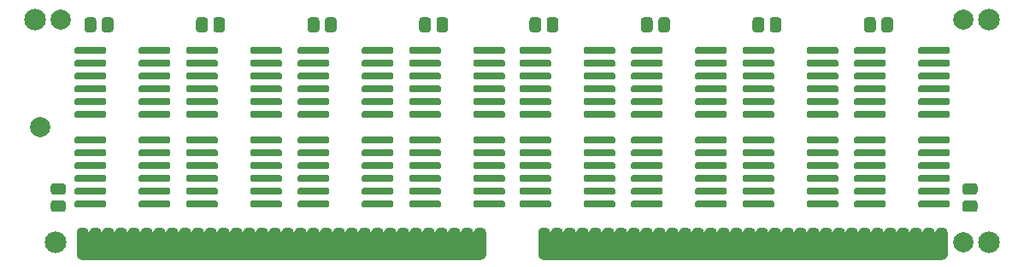
<source format=gts>
G04 #@! TF.GenerationSoftware,KiCad,Pcbnew,(5.1.10-1-10_14)*
G04 #@! TF.CreationDate,2021-12-06T12:39:38-05:00*
G04 #@! TF.ProjectId,MacIIfxRAMSIMM,4d616349-4966-4785-9241-4d53494d4d2e,rev?*
G04 #@! TF.SameCoordinates,Original*
G04 #@! TF.FileFunction,Soldermask,Top*
G04 #@! TF.FilePolarity,Negative*
%FSLAX46Y46*%
G04 Gerber Fmt 4.6, Leading zero omitted, Abs format (unit mm)*
G04 Created by KiCad (PCBNEW (5.1.10-1-10_14)) date 2021-12-06 12:39:38*
%MOMM*%
%LPD*%
G01*
G04 APERTURE LIST*
%ADD10C,0.175000*%
%ADD11C,2.150000*%
%ADD12C,2.000000*%
%ADD13C,0.100000*%
G04 APERTURE END LIST*
D10*
G36*
X117475000Y-127635000D02*
G01*
X78105000Y-127635000D01*
X77597000Y-125031500D01*
X117983000Y-125031500D01*
X117475000Y-127635000D01*
G37*
X117475000Y-127635000D02*
X78105000Y-127635000D01*
X77597000Y-125031500D01*
X117983000Y-125031500D01*
X117475000Y-127635000D01*
G36*
X163195000Y-127635000D02*
G01*
X123825000Y-127635000D01*
X123317000Y-125031500D01*
X163703000Y-125031500D01*
X163195000Y-127635000D01*
G37*
X163195000Y-127635000D02*
X123825000Y-127635000D01*
X123317000Y-125031500D01*
X163703000Y-125031500D01*
X163195000Y-127635000D01*
G36*
X117475000Y-127635000D02*
G01*
X78105000Y-127635000D01*
X77597000Y-125031500D01*
X117983000Y-125031500D01*
X117475000Y-127635000D01*
G37*
X117475000Y-127635000D02*
X78105000Y-127635000D01*
X77597000Y-125031500D01*
X117983000Y-125031500D01*
X117475000Y-127635000D01*
G36*
X163195000Y-127635000D02*
G01*
X123825000Y-127635000D01*
X123317000Y-125031500D01*
X163703000Y-125031500D01*
X163195000Y-127635000D01*
G37*
X163195000Y-127635000D02*
X123825000Y-127635000D01*
X123317000Y-125031500D01*
X163703000Y-125031500D01*
X163195000Y-127635000D01*
G36*
G01*
X77509300Y-127233440D02*
X77509300Y-124988560D01*
G75*
G02*
X77985860Y-124512000I476560J0D01*
G01*
X78224140Y-124512000D01*
G75*
G02*
X78700700Y-124988560I0J-476560D01*
G01*
X78700700Y-127233440D01*
G75*
G02*
X78224140Y-127710000I-476560J0D01*
G01*
X77985860Y-127710000D01*
G75*
G02*
X77509300Y-127233440I0J476560D01*
G01*
G37*
G36*
G01*
X78779300Y-127233440D02*
X78779300Y-124988560D01*
G75*
G02*
X79255860Y-124512000I476560J0D01*
G01*
X79494140Y-124512000D01*
G75*
G02*
X79970700Y-124988560I0J-476560D01*
G01*
X79970700Y-127233440D01*
G75*
G02*
X79494140Y-127710000I-476560J0D01*
G01*
X79255860Y-127710000D01*
G75*
G02*
X78779300Y-127233440I0J476560D01*
G01*
G37*
G36*
G01*
X80049300Y-127233440D02*
X80049300Y-124988560D01*
G75*
G02*
X80525860Y-124512000I476560J0D01*
G01*
X80764140Y-124512000D01*
G75*
G02*
X81240700Y-124988560I0J-476560D01*
G01*
X81240700Y-127233440D01*
G75*
G02*
X80764140Y-127710000I-476560J0D01*
G01*
X80525860Y-127710000D01*
G75*
G02*
X80049300Y-127233440I0J476560D01*
G01*
G37*
G36*
G01*
X81319300Y-127233440D02*
X81319300Y-124988560D01*
G75*
G02*
X81795860Y-124512000I476560J0D01*
G01*
X82034140Y-124512000D01*
G75*
G02*
X82510700Y-124988560I0J-476560D01*
G01*
X82510700Y-127233440D01*
G75*
G02*
X82034140Y-127710000I-476560J0D01*
G01*
X81795860Y-127710000D01*
G75*
G02*
X81319300Y-127233440I0J476560D01*
G01*
G37*
G36*
G01*
X82589300Y-127233440D02*
X82589300Y-124988560D01*
G75*
G02*
X83065860Y-124512000I476560J0D01*
G01*
X83304140Y-124512000D01*
G75*
G02*
X83780700Y-124988560I0J-476560D01*
G01*
X83780700Y-127233440D01*
G75*
G02*
X83304140Y-127710000I-476560J0D01*
G01*
X83065860Y-127710000D01*
G75*
G02*
X82589300Y-127233440I0J476560D01*
G01*
G37*
G36*
G01*
X83859300Y-127233440D02*
X83859300Y-124988560D01*
G75*
G02*
X84335860Y-124512000I476560J0D01*
G01*
X84574140Y-124512000D01*
G75*
G02*
X85050700Y-124988560I0J-476560D01*
G01*
X85050700Y-127233440D01*
G75*
G02*
X84574140Y-127710000I-476560J0D01*
G01*
X84335860Y-127710000D01*
G75*
G02*
X83859300Y-127233440I0J476560D01*
G01*
G37*
G36*
G01*
X85129300Y-127233440D02*
X85129300Y-124988560D01*
G75*
G02*
X85605860Y-124512000I476560J0D01*
G01*
X85844140Y-124512000D01*
G75*
G02*
X86320700Y-124988560I0J-476560D01*
G01*
X86320700Y-127233440D01*
G75*
G02*
X85844140Y-127710000I-476560J0D01*
G01*
X85605860Y-127710000D01*
G75*
G02*
X85129300Y-127233440I0J476560D01*
G01*
G37*
G36*
G01*
X86399300Y-127233440D02*
X86399300Y-124988560D01*
G75*
G02*
X86875860Y-124512000I476560J0D01*
G01*
X87114140Y-124512000D01*
G75*
G02*
X87590700Y-124988560I0J-476560D01*
G01*
X87590700Y-127233440D01*
G75*
G02*
X87114140Y-127710000I-476560J0D01*
G01*
X86875860Y-127710000D01*
G75*
G02*
X86399300Y-127233440I0J476560D01*
G01*
G37*
G36*
G01*
X87669300Y-127233440D02*
X87669300Y-124988560D01*
G75*
G02*
X88145860Y-124512000I476560J0D01*
G01*
X88384140Y-124512000D01*
G75*
G02*
X88860700Y-124988560I0J-476560D01*
G01*
X88860700Y-127233440D01*
G75*
G02*
X88384140Y-127710000I-476560J0D01*
G01*
X88145860Y-127710000D01*
G75*
G02*
X87669300Y-127233440I0J476560D01*
G01*
G37*
G36*
G01*
X88939300Y-127233440D02*
X88939300Y-124988560D01*
G75*
G02*
X89415860Y-124512000I476560J0D01*
G01*
X89654140Y-124512000D01*
G75*
G02*
X90130700Y-124988560I0J-476560D01*
G01*
X90130700Y-127233440D01*
G75*
G02*
X89654140Y-127710000I-476560J0D01*
G01*
X89415860Y-127710000D01*
G75*
G02*
X88939300Y-127233440I0J476560D01*
G01*
G37*
G36*
G01*
X90209300Y-127233440D02*
X90209300Y-124988560D01*
G75*
G02*
X90685860Y-124512000I476560J0D01*
G01*
X90924140Y-124512000D01*
G75*
G02*
X91400700Y-124988560I0J-476560D01*
G01*
X91400700Y-127233440D01*
G75*
G02*
X90924140Y-127710000I-476560J0D01*
G01*
X90685860Y-127710000D01*
G75*
G02*
X90209300Y-127233440I0J476560D01*
G01*
G37*
G36*
G01*
X91479300Y-127233440D02*
X91479300Y-124988560D01*
G75*
G02*
X91955860Y-124512000I476560J0D01*
G01*
X92194140Y-124512000D01*
G75*
G02*
X92670700Y-124988560I0J-476560D01*
G01*
X92670700Y-127233440D01*
G75*
G02*
X92194140Y-127710000I-476560J0D01*
G01*
X91955860Y-127710000D01*
G75*
G02*
X91479300Y-127233440I0J476560D01*
G01*
G37*
G36*
G01*
X92749300Y-127233440D02*
X92749300Y-124988560D01*
G75*
G02*
X93225860Y-124512000I476560J0D01*
G01*
X93464140Y-124512000D01*
G75*
G02*
X93940700Y-124988560I0J-476560D01*
G01*
X93940700Y-127233440D01*
G75*
G02*
X93464140Y-127710000I-476560J0D01*
G01*
X93225860Y-127710000D01*
G75*
G02*
X92749300Y-127233440I0J476560D01*
G01*
G37*
G36*
G01*
X94019300Y-127233440D02*
X94019300Y-124988560D01*
G75*
G02*
X94495860Y-124512000I476560J0D01*
G01*
X94734140Y-124512000D01*
G75*
G02*
X95210700Y-124988560I0J-476560D01*
G01*
X95210700Y-127233440D01*
G75*
G02*
X94734140Y-127710000I-476560J0D01*
G01*
X94495860Y-127710000D01*
G75*
G02*
X94019300Y-127233440I0J476560D01*
G01*
G37*
G36*
G01*
X95289300Y-127233440D02*
X95289300Y-124988560D01*
G75*
G02*
X95765860Y-124512000I476560J0D01*
G01*
X96004140Y-124512000D01*
G75*
G02*
X96480700Y-124988560I0J-476560D01*
G01*
X96480700Y-127233440D01*
G75*
G02*
X96004140Y-127710000I-476560J0D01*
G01*
X95765860Y-127710000D01*
G75*
G02*
X95289300Y-127233440I0J476560D01*
G01*
G37*
G36*
G01*
X96559300Y-127233440D02*
X96559300Y-124988560D01*
G75*
G02*
X97035860Y-124512000I476560J0D01*
G01*
X97274140Y-124512000D01*
G75*
G02*
X97750700Y-124988560I0J-476560D01*
G01*
X97750700Y-127233440D01*
G75*
G02*
X97274140Y-127710000I-476560J0D01*
G01*
X97035860Y-127710000D01*
G75*
G02*
X96559300Y-127233440I0J476560D01*
G01*
G37*
G36*
G01*
X97829300Y-127233440D02*
X97829300Y-124988560D01*
G75*
G02*
X98305860Y-124512000I476560J0D01*
G01*
X98544140Y-124512000D01*
G75*
G02*
X99020700Y-124988560I0J-476560D01*
G01*
X99020700Y-127233440D01*
G75*
G02*
X98544140Y-127710000I-476560J0D01*
G01*
X98305860Y-127710000D01*
G75*
G02*
X97829300Y-127233440I0J476560D01*
G01*
G37*
G36*
G01*
X99099300Y-127233440D02*
X99099300Y-124988560D01*
G75*
G02*
X99575860Y-124512000I476560J0D01*
G01*
X99814140Y-124512000D01*
G75*
G02*
X100290700Y-124988560I0J-476560D01*
G01*
X100290700Y-127233440D01*
G75*
G02*
X99814140Y-127710000I-476560J0D01*
G01*
X99575860Y-127710000D01*
G75*
G02*
X99099300Y-127233440I0J476560D01*
G01*
G37*
G36*
G01*
X100369300Y-127233440D02*
X100369300Y-124988560D01*
G75*
G02*
X100845860Y-124512000I476560J0D01*
G01*
X101084140Y-124512000D01*
G75*
G02*
X101560700Y-124988560I0J-476560D01*
G01*
X101560700Y-127233440D01*
G75*
G02*
X101084140Y-127710000I-476560J0D01*
G01*
X100845860Y-127710000D01*
G75*
G02*
X100369300Y-127233440I0J476560D01*
G01*
G37*
G36*
G01*
X101639300Y-127233440D02*
X101639300Y-124988560D01*
G75*
G02*
X102115860Y-124512000I476560J0D01*
G01*
X102354140Y-124512000D01*
G75*
G02*
X102830700Y-124988560I0J-476560D01*
G01*
X102830700Y-127233440D01*
G75*
G02*
X102354140Y-127710000I-476560J0D01*
G01*
X102115860Y-127710000D01*
G75*
G02*
X101639300Y-127233440I0J476560D01*
G01*
G37*
G36*
G01*
X102909300Y-127233440D02*
X102909300Y-124988560D01*
G75*
G02*
X103385860Y-124512000I476560J0D01*
G01*
X103624140Y-124512000D01*
G75*
G02*
X104100700Y-124988560I0J-476560D01*
G01*
X104100700Y-127233440D01*
G75*
G02*
X103624140Y-127710000I-476560J0D01*
G01*
X103385860Y-127710000D01*
G75*
G02*
X102909300Y-127233440I0J476560D01*
G01*
G37*
G36*
G01*
X104179300Y-127233440D02*
X104179300Y-124988560D01*
G75*
G02*
X104655860Y-124512000I476560J0D01*
G01*
X104894140Y-124512000D01*
G75*
G02*
X105370700Y-124988560I0J-476560D01*
G01*
X105370700Y-127233440D01*
G75*
G02*
X104894140Y-127710000I-476560J0D01*
G01*
X104655860Y-127710000D01*
G75*
G02*
X104179300Y-127233440I0J476560D01*
G01*
G37*
G36*
G01*
X105449300Y-127233440D02*
X105449300Y-124988560D01*
G75*
G02*
X105925860Y-124512000I476560J0D01*
G01*
X106164140Y-124512000D01*
G75*
G02*
X106640700Y-124988560I0J-476560D01*
G01*
X106640700Y-127233440D01*
G75*
G02*
X106164140Y-127710000I-476560J0D01*
G01*
X105925860Y-127710000D01*
G75*
G02*
X105449300Y-127233440I0J476560D01*
G01*
G37*
G36*
G01*
X106719300Y-127233440D02*
X106719300Y-124988560D01*
G75*
G02*
X107195860Y-124512000I476560J0D01*
G01*
X107434140Y-124512000D01*
G75*
G02*
X107910700Y-124988560I0J-476560D01*
G01*
X107910700Y-127233440D01*
G75*
G02*
X107434140Y-127710000I-476560J0D01*
G01*
X107195860Y-127710000D01*
G75*
G02*
X106719300Y-127233440I0J476560D01*
G01*
G37*
G36*
G01*
X107989300Y-127233440D02*
X107989300Y-124988560D01*
G75*
G02*
X108465860Y-124512000I476560J0D01*
G01*
X108704140Y-124512000D01*
G75*
G02*
X109180700Y-124988560I0J-476560D01*
G01*
X109180700Y-127233440D01*
G75*
G02*
X108704140Y-127710000I-476560J0D01*
G01*
X108465860Y-127710000D01*
G75*
G02*
X107989300Y-127233440I0J476560D01*
G01*
G37*
G36*
G01*
X109259300Y-127233440D02*
X109259300Y-124988560D01*
G75*
G02*
X109735860Y-124512000I476560J0D01*
G01*
X109974140Y-124512000D01*
G75*
G02*
X110450700Y-124988560I0J-476560D01*
G01*
X110450700Y-127233440D01*
G75*
G02*
X109974140Y-127710000I-476560J0D01*
G01*
X109735860Y-127710000D01*
G75*
G02*
X109259300Y-127233440I0J476560D01*
G01*
G37*
G36*
G01*
X110529300Y-127233440D02*
X110529300Y-124988560D01*
G75*
G02*
X111005860Y-124512000I476560J0D01*
G01*
X111244140Y-124512000D01*
G75*
G02*
X111720700Y-124988560I0J-476560D01*
G01*
X111720700Y-127233440D01*
G75*
G02*
X111244140Y-127710000I-476560J0D01*
G01*
X111005860Y-127710000D01*
G75*
G02*
X110529300Y-127233440I0J476560D01*
G01*
G37*
G36*
G01*
X111799300Y-127233440D02*
X111799300Y-124988560D01*
G75*
G02*
X112275860Y-124512000I476560J0D01*
G01*
X112514140Y-124512000D01*
G75*
G02*
X112990700Y-124988560I0J-476560D01*
G01*
X112990700Y-127233440D01*
G75*
G02*
X112514140Y-127710000I-476560J0D01*
G01*
X112275860Y-127710000D01*
G75*
G02*
X111799300Y-127233440I0J476560D01*
G01*
G37*
G36*
G01*
X113069300Y-127233440D02*
X113069300Y-124988560D01*
G75*
G02*
X113545860Y-124512000I476560J0D01*
G01*
X113784140Y-124512000D01*
G75*
G02*
X114260700Y-124988560I0J-476560D01*
G01*
X114260700Y-127233440D01*
G75*
G02*
X113784140Y-127710000I-476560J0D01*
G01*
X113545860Y-127710000D01*
G75*
G02*
X113069300Y-127233440I0J476560D01*
G01*
G37*
G36*
G01*
X114339300Y-127233440D02*
X114339300Y-124988560D01*
G75*
G02*
X114815860Y-124512000I476560J0D01*
G01*
X115054140Y-124512000D01*
G75*
G02*
X115530700Y-124988560I0J-476560D01*
G01*
X115530700Y-127233440D01*
G75*
G02*
X115054140Y-127710000I-476560J0D01*
G01*
X114815860Y-127710000D01*
G75*
G02*
X114339300Y-127233440I0J476560D01*
G01*
G37*
G36*
G01*
X115609300Y-127233440D02*
X115609300Y-124988560D01*
G75*
G02*
X116085860Y-124512000I476560J0D01*
G01*
X116324140Y-124512000D01*
G75*
G02*
X116800700Y-124988560I0J-476560D01*
G01*
X116800700Y-127233440D01*
G75*
G02*
X116324140Y-127710000I-476560J0D01*
G01*
X116085860Y-127710000D01*
G75*
G02*
X115609300Y-127233440I0J476560D01*
G01*
G37*
G36*
G01*
X116879300Y-127233440D02*
X116879300Y-124988560D01*
G75*
G02*
X117355860Y-124512000I476560J0D01*
G01*
X117594140Y-124512000D01*
G75*
G02*
X118070700Y-124988560I0J-476560D01*
G01*
X118070700Y-127233440D01*
G75*
G02*
X117594140Y-127710000I-476560J0D01*
G01*
X117355860Y-127710000D01*
G75*
G02*
X116879300Y-127233440I0J476560D01*
G01*
G37*
G36*
G01*
X123229300Y-127233440D02*
X123229300Y-124988560D01*
G75*
G02*
X123705860Y-124512000I476560J0D01*
G01*
X123944140Y-124512000D01*
G75*
G02*
X124420700Y-124988560I0J-476560D01*
G01*
X124420700Y-127233440D01*
G75*
G02*
X123944140Y-127710000I-476560J0D01*
G01*
X123705860Y-127710000D01*
G75*
G02*
X123229300Y-127233440I0J476560D01*
G01*
G37*
G36*
G01*
X124499300Y-127233440D02*
X124499300Y-124988560D01*
G75*
G02*
X124975860Y-124512000I476560J0D01*
G01*
X125214140Y-124512000D01*
G75*
G02*
X125690700Y-124988560I0J-476560D01*
G01*
X125690700Y-127233440D01*
G75*
G02*
X125214140Y-127710000I-476560J0D01*
G01*
X124975860Y-127710000D01*
G75*
G02*
X124499300Y-127233440I0J476560D01*
G01*
G37*
G36*
G01*
X125769300Y-127233440D02*
X125769300Y-124988560D01*
G75*
G02*
X126245860Y-124512000I476560J0D01*
G01*
X126484140Y-124512000D01*
G75*
G02*
X126960700Y-124988560I0J-476560D01*
G01*
X126960700Y-127233440D01*
G75*
G02*
X126484140Y-127710000I-476560J0D01*
G01*
X126245860Y-127710000D01*
G75*
G02*
X125769300Y-127233440I0J476560D01*
G01*
G37*
G36*
G01*
X127039300Y-127233440D02*
X127039300Y-124988560D01*
G75*
G02*
X127515860Y-124512000I476560J0D01*
G01*
X127754140Y-124512000D01*
G75*
G02*
X128230700Y-124988560I0J-476560D01*
G01*
X128230700Y-127233440D01*
G75*
G02*
X127754140Y-127710000I-476560J0D01*
G01*
X127515860Y-127710000D01*
G75*
G02*
X127039300Y-127233440I0J476560D01*
G01*
G37*
G36*
G01*
X128309300Y-127233440D02*
X128309300Y-124988560D01*
G75*
G02*
X128785860Y-124512000I476560J0D01*
G01*
X129024140Y-124512000D01*
G75*
G02*
X129500700Y-124988560I0J-476560D01*
G01*
X129500700Y-127233440D01*
G75*
G02*
X129024140Y-127710000I-476560J0D01*
G01*
X128785860Y-127710000D01*
G75*
G02*
X128309300Y-127233440I0J476560D01*
G01*
G37*
G36*
G01*
X129579300Y-127233440D02*
X129579300Y-124988560D01*
G75*
G02*
X130055860Y-124512000I476560J0D01*
G01*
X130294140Y-124512000D01*
G75*
G02*
X130770700Y-124988560I0J-476560D01*
G01*
X130770700Y-127233440D01*
G75*
G02*
X130294140Y-127710000I-476560J0D01*
G01*
X130055860Y-127710000D01*
G75*
G02*
X129579300Y-127233440I0J476560D01*
G01*
G37*
G36*
G01*
X130849300Y-127233440D02*
X130849300Y-124988560D01*
G75*
G02*
X131325860Y-124512000I476560J0D01*
G01*
X131564140Y-124512000D01*
G75*
G02*
X132040700Y-124988560I0J-476560D01*
G01*
X132040700Y-127233440D01*
G75*
G02*
X131564140Y-127710000I-476560J0D01*
G01*
X131325860Y-127710000D01*
G75*
G02*
X130849300Y-127233440I0J476560D01*
G01*
G37*
G36*
G01*
X132119300Y-127233440D02*
X132119300Y-124988560D01*
G75*
G02*
X132595860Y-124512000I476560J0D01*
G01*
X132834140Y-124512000D01*
G75*
G02*
X133310700Y-124988560I0J-476560D01*
G01*
X133310700Y-127233440D01*
G75*
G02*
X132834140Y-127710000I-476560J0D01*
G01*
X132595860Y-127710000D01*
G75*
G02*
X132119300Y-127233440I0J476560D01*
G01*
G37*
G36*
G01*
X133389300Y-127233440D02*
X133389300Y-124988560D01*
G75*
G02*
X133865860Y-124512000I476560J0D01*
G01*
X134104140Y-124512000D01*
G75*
G02*
X134580700Y-124988560I0J-476560D01*
G01*
X134580700Y-127233440D01*
G75*
G02*
X134104140Y-127710000I-476560J0D01*
G01*
X133865860Y-127710000D01*
G75*
G02*
X133389300Y-127233440I0J476560D01*
G01*
G37*
G36*
G01*
X134659300Y-127233440D02*
X134659300Y-124988560D01*
G75*
G02*
X135135860Y-124512000I476560J0D01*
G01*
X135374140Y-124512000D01*
G75*
G02*
X135850700Y-124988560I0J-476560D01*
G01*
X135850700Y-127233440D01*
G75*
G02*
X135374140Y-127710000I-476560J0D01*
G01*
X135135860Y-127710000D01*
G75*
G02*
X134659300Y-127233440I0J476560D01*
G01*
G37*
G36*
G01*
X135929300Y-127233440D02*
X135929300Y-124988560D01*
G75*
G02*
X136405860Y-124512000I476560J0D01*
G01*
X136644140Y-124512000D01*
G75*
G02*
X137120700Y-124988560I0J-476560D01*
G01*
X137120700Y-127233440D01*
G75*
G02*
X136644140Y-127710000I-476560J0D01*
G01*
X136405860Y-127710000D01*
G75*
G02*
X135929300Y-127233440I0J476560D01*
G01*
G37*
G36*
G01*
X137199300Y-127233440D02*
X137199300Y-124988560D01*
G75*
G02*
X137675860Y-124512000I476560J0D01*
G01*
X137914140Y-124512000D01*
G75*
G02*
X138390700Y-124988560I0J-476560D01*
G01*
X138390700Y-127233440D01*
G75*
G02*
X137914140Y-127710000I-476560J0D01*
G01*
X137675860Y-127710000D01*
G75*
G02*
X137199300Y-127233440I0J476560D01*
G01*
G37*
G36*
G01*
X138469300Y-127233440D02*
X138469300Y-124988560D01*
G75*
G02*
X138945860Y-124512000I476560J0D01*
G01*
X139184140Y-124512000D01*
G75*
G02*
X139660700Y-124988560I0J-476560D01*
G01*
X139660700Y-127233440D01*
G75*
G02*
X139184140Y-127710000I-476560J0D01*
G01*
X138945860Y-127710000D01*
G75*
G02*
X138469300Y-127233440I0J476560D01*
G01*
G37*
G36*
G01*
X139739300Y-127233440D02*
X139739300Y-124988560D01*
G75*
G02*
X140215860Y-124512000I476560J0D01*
G01*
X140454140Y-124512000D01*
G75*
G02*
X140930700Y-124988560I0J-476560D01*
G01*
X140930700Y-127233440D01*
G75*
G02*
X140454140Y-127710000I-476560J0D01*
G01*
X140215860Y-127710000D01*
G75*
G02*
X139739300Y-127233440I0J476560D01*
G01*
G37*
G36*
G01*
X141009300Y-127233440D02*
X141009300Y-124988560D01*
G75*
G02*
X141485860Y-124512000I476560J0D01*
G01*
X141724140Y-124512000D01*
G75*
G02*
X142200700Y-124988560I0J-476560D01*
G01*
X142200700Y-127233440D01*
G75*
G02*
X141724140Y-127710000I-476560J0D01*
G01*
X141485860Y-127710000D01*
G75*
G02*
X141009300Y-127233440I0J476560D01*
G01*
G37*
G36*
G01*
X142279300Y-127233440D02*
X142279300Y-124988560D01*
G75*
G02*
X142755860Y-124512000I476560J0D01*
G01*
X142994140Y-124512000D01*
G75*
G02*
X143470700Y-124988560I0J-476560D01*
G01*
X143470700Y-127233440D01*
G75*
G02*
X142994140Y-127710000I-476560J0D01*
G01*
X142755860Y-127710000D01*
G75*
G02*
X142279300Y-127233440I0J476560D01*
G01*
G37*
G36*
G01*
X143549300Y-127233440D02*
X143549300Y-124988560D01*
G75*
G02*
X144025860Y-124512000I476560J0D01*
G01*
X144264140Y-124512000D01*
G75*
G02*
X144740700Y-124988560I0J-476560D01*
G01*
X144740700Y-127233440D01*
G75*
G02*
X144264140Y-127710000I-476560J0D01*
G01*
X144025860Y-127710000D01*
G75*
G02*
X143549300Y-127233440I0J476560D01*
G01*
G37*
G36*
G01*
X144819300Y-127233440D02*
X144819300Y-124988560D01*
G75*
G02*
X145295860Y-124512000I476560J0D01*
G01*
X145534140Y-124512000D01*
G75*
G02*
X146010700Y-124988560I0J-476560D01*
G01*
X146010700Y-127233440D01*
G75*
G02*
X145534140Y-127710000I-476560J0D01*
G01*
X145295860Y-127710000D01*
G75*
G02*
X144819300Y-127233440I0J476560D01*
G01*
G37*
G36*
G01*
X146089300Y-127233440D02*
X146089300Y-124988560D01*
G75*
G02*
X146565860Y-124512000I476560J0D01*
G01*
X146804140Y-124512000D01*
G75*
G02*
X147280700Y-124988560I0J-476560D01*
G01*
X147280700Y-127233440D01*
G75*
G02*
X146804140Y-127710000I-476560J0D01*
G01*
X146565860Y-127710000D01*
G75*
G02*
X146089300Y-127233440I0J476560D01*
G01*
G37*
G36*
G01*
X147359300Y-127233440D02*
X147359300Y-124988560D01*
G75*
G02*
X147835860Y-124512000I476560J0D01*
G01*
X148074140Y-124512000D01*
G75*
G02*
X148550700Y-124988560I0J-476560D01*
G01*
X148550700Y-127233440D01*
G75*
G02*
X148074140Y-127710000I-476560J0D01*
G01*
X147835860Y-127710000D01*
G75*
G02*
X147359300Y-127233440I0J476560D01*
G01*
G37*
G36*
G01*
X148629300Y-127233440D02*
X148629300Y-124988560D01*
G75*
G02*
X149105860Y-124512000I476560J0D01*
G01*
X149344140Y-124512000D01*
G75*
G02*
X149820700Y-124988560I0J-476560D01*
G01*
X149820700Y-127233440D01*
G75*
G02*
X149344140Y-127710000I-476560J0D01*
G01*
X149105860Y-127710000D01*
G75*
G02*
X148629300Y-127233440I0J476560D01*
G01*
G37*
G36*
G01*
X149899300Y-127233440D02*
X149899300Y-124988560D01*
G75*
G02*
X150375860Y-124512000I476560J0D01*
G01*
X150614140Y-124512000D01*
G75*
G02*
X151090700Y-124988560I0J-476560D01*
G01*
X151090700Y-127233440D01*
G75*
G02*
X150614140Y-127710000I-476560J0D01*
G01*
X150375860Y-127710000D01*
G75*
G02*
X149899300Y-127233440I0J476560D01*
G01*
G37*
G36*
G01*
X151169300Y-127233440D02*
X151169300Y-124988560D01*
G75*
G02*
X151645860Y-124512000I476560J0D01*
G01*
X151884140Y-124512000D01*
G75*
G02*
X152360700Y-124988560I0J-476560D01*
G01*
X152360700Y-127233440D01*
G75*
G02*
X151884140Y-127710000I-476560J0D01*
G01*
X151645860Y-127710000D01*
G75*
G02*
X151169300Y-127233440I0J476560D01*
G01*
G37*
G36*
G01*
X152439300Y-127233440D02*
X152439300Y-124988560D01*
G75*
G02*
X152915860Y-124512000I476560J0D01*
G01*
X153154140Y-124512000D01*
G75*
G02*
X153630700Y-124988560I0J-476560D01*
G01*
X153630700Y-127233440D01*
G75*
G02*
X153154140Y-127710000I-476560J0D01*
G01*
X152915860Y-127710000D01*
G75*
G02*
X152439300Y-127233440I0J476560D01*
G01*
G37*
G36*
G01*
X153709300Y-127233440D02*
X153709300Y-124988560D01*
G75*
G02*
X154185860Y-124512000I476560J0D01*
G01*
X154424140Y-124512000D01*
G75*
G02*
X154900700Y-124988560I0J-476560D01*
G01*
X154900700Y-127233440D01*
G75*
G02*
X154424140Y-127710000I-476560J0D01*
G01*
X154185860Y-127710000D01*
G75*
G02*
X153709300Y-127233440I0J476560D01*
G01*
G37*
G36*
G01*
X154979300Y-127233440D02*
X154979300Y-124988560D01*
G75*
G02*
X155455860Y-124512000I476560J0D01*
G01*
X155694140Y-124512000D01*
G75*
G02*
X156170700Y-124988560I0J-476560D01*
G01*
X156170700Y-127233440D01*
G75*
G02*
X155694140Y-127710000I-476560J0D01*
G01*
X155455860Y-127710000D01*
G75*
G02*
X154979300Y-127233440I0J476560D01*
G01*
G37*
G36*
G01*
X156249300Y-127233440D02*
X156249300Y-124988560D01*
G75*
G02*
X156725860Y-124512000I476560J0D01*
G01*
X156964140Y-124512000D01*
G75*
G02*
X157440700Y-124988560I0J-476560D01*
G01*
X157440700Y-127233440D01*
G75*
G02*
X156964140Y-127710000I-476560J0D01*
G01*
X156725860Y-127710000D01*
G75*
G02*
X156249300Y-127233440I0J476560D01*
G01*
G37*
G36*
G01*
X157519300Y-127233440D02*
X157519300Y-124988560D01*
G75*
G02*
X157995860Y-124512000I476560J0D01*
G01*
X158234140Y-124512000D01*
G75*
G02*
X158710700Y-124988560I0J-476560D01*
G01*
X158710700Y-127233440D01*
G75*
G02*
X158234140Y-127710000I-476560J0D01*
G01*
X157995860Y-127710000D01*
G75*
G02*
X157519300Y-127233440I0J476560D01*
G01*
G37*
G36*
G01*
X158789300Y-127233440D02*
X158789300Y-124988560D01*
G75*
G02*
X159265860Y-124512000I476560J0D01*
G01*
X159504140Y-124512000D01*
G75*
G02*
X159980700Y-124988560I0J-476560D01*
G01*
X159980700Y-127233440D01*
G75*
G02*
X159504140Y-127710000I-476560J0D01*
G01*
X159265860Y-127710000D01*
G75*
G02*
X158789300Y-127233440I0J476560D01*
G01*
G37*
G36*
G01*
X160059300Y-127233440D02*
X160059300Y-124988560D01*
G75*
G02*
X160535860Y-124512000I476560J0D01*
G01*
X160774140Y-124512000D01*
G75*
G02*
X161250700Y-124988560I0J-476560D01*
G01*
X161250700Y-127233440D01*
G75*
G02*
X160774140Y-127710000I-476560J0D01*
G01*
X160535860Y-127710000D01*
G75*
G02*
X160059300Y-127233440I0J476560D01*
G01*
G37*
G36*
G01*
X161329300Y-127233440D02*
X161329300Y-124988560D01*
G75*
G02*
X161805860Y-124512000I476560J0D01*
G01*
X162044140Y-124512000D01*
G75*
G02*
X162520700Y-124988560I0J-476560D01*
G01*
X162520700Y-127233440D01*
G75*
G02*
X162044140Y-127710000I-476560J0D01*
G01*
X161805860Y-127710000D01*
G75*
G02*
X161329300Y-127233440I0J476560D01*
G01*
G37*
G36*
G01*
X162599300Y-127233440D02*
X162599300Y-124988560D01*
G75*
G02*
X163075860Y-124512000I476560J0D01*
G01*
X163314140Y-124512000D01*
G75*
G02*
X163790700Y-124988560I0J-476560D01*
G01*
X163790700Y-127233440D01*
G75*
G02*
X163314140Y-127710000I-476560J0D01*
G01*
X163075860Y-127710000D01*
G75*
G02*
X162599300Y-127233440I0J476560D01*
G01*
G37*
G36*
G01*
X154509000Y-115999000D02*
X154509000Y-115649000D01*
G75*
G02*
X154684000Y-115474000I175000J0D01*
G01*
X157482000Y-115474000D01*
G75*
G02*
X157657000Y-115649000I0J-175000D01*
G01*
X157657000Y-115999000D01*
G75*
G02*
X157482000Y-116174000I-175000J0D01*
G01*
X154684000Y-116174000D01*
G75*
G02*
X154509000Y-115999000I0J175000D01*
G01*
G37*
G36*
G01*
X160859000Y-115999000D02*
X160859000Y-115649000D01*
G75*
G02*
X161034000Y-115474000I175000J0D01*
G01*
X163832000Y-115474000D01*
G75*
G02*
X164007000Y-115649000I0J-175000D01*
G01*
X164007000Y-115999000D01*
G75*
G02*
X163832000Y-116174000I-175000J0D01*
G01*
X161034000Y-116174000D01*
G75*
G02*
X160859000Y-115999000I0J175000D01*
G01*
G37*
G36*
G01*
X154509000Y-113459000D02*
X154509000Y-113109000D01*
G75*
G02*
X154684000Y-112934000I175000J0D01*
G01*
X157482000Y-112934000D01*
G75*
G02*
X157657000Y-113109000I0J-175000D01*
G01*
X157657000Y-113459000D01*
G75*
G02*
X157482000Y-113634000I-175000J0D01*
G01*
X154684000Y-113634000D01*
G75*
G02*
X154509000Y-113459000I0J175000D01*
G01*
G37*
G36*
G01*
X160859000Y-113459000D02*
X160859000Y-113109000D01*
G75*
G02*
X161034000Y-112934000I175000J0D01*
G01*
X163832000Y-112934000D01*
G75*
G02*
X164007000Y-113109000I0J-175000D01*
G01*
X164007000Y-113459000D01*
G75*
G02*
X163832000Y-113634000I-175000J0D01*
G01*
X161034000Y-113634000D01*
G75*
G02*
X160859000Y-113459000I0J175000D01*
G01*
G37*
G36*
G01*
X154509000Y-107109000D02*
X154509000Y-106759000D01*
G75*
G02*
X154684000Y-106584000I175000J0D01*
G01*
X157482000Y-106584000D01*
G75*
G02*
X157657000Y-106759000I0J-175000D01*
G01*
X157657000Y-107109000D01*
G75*
G02*
X157482000Y-107284000I-175000J0D01*
G01*
X154684000Y-107284000D01*
G75*
G02*
X154509000Y-107109000I0J175000D01*
G01*
G37*
G36*
G01*
X154509000Y-108379000D02*
X154509000Y-108029000D01*
G75*
G02*
X154684000Y-107854000I175000J0D01*
G01*
X157482000Y-107854000D01*
G75*
G02*
X157657000Y-108029000I0J-175000D01*
G01*
X157657000Y-108379000D01*
G75*
G02*
X157482000Y-108554000I-175000J0D01*
G01*
X154684000Y-108554000D01*
G75*
G02*
X154509000Y-108379000I0J175000D01*
G01*
G37*
G36*
G01*
X154509000Y-109649000D02*
X154509000Y-109299000D01*
G75*
G02*
X154684000Y-109124000I175000J0D01*
G01*
X157482000Y-109124000D01*
G75*
G02*
X157657000Y-109299000I0J-175000D01*
G01*
X157657000Y-109649000D01*
G75*
G02*
X157482000Y-109824000I-175000J0D01*
G01*
X154684000Y-109824000D01*
G75*
G02*
X154509000Y-109649000I0J175000D01*
G01*
G37*
G36*
G01*
X154509000Y-110919000D02*
X154509000Y-110569000D01*
G75*
G02*
X154684000Y-110394000I175000J0D01*
G01*
X157482000Y-110394000D01*
G75*
G02*
X157657000Y-110569000I0J-175000D01*
G01*
X157657000Y-110919000D01*
G75*
G02*
X157482000Y-111094000I-175000J0D01*
G01*
X154684000Y-111094000D01*
G75*
G02*
X154509000Y-110919000I0J175000D01*
G01*
G37*
G36*
G01*
X154509000Y-112189000D02*
X154509000Y-111839000D01*
G75*
G02*
X154684000Y-111664000I175000J0D01*
G01*
X157482000Y-111664000D01*
G75*
G02*
X157657000Y-111839000I0J-175000D01*
G01*
X157657000Y-112189000D01*
G75*
G02*
X157482000Y-112364000I-175000J0D01*
G01*
X154684000Y-112364000D01*
G75*
G02*
X154509000Y-112189000I0J175000D01*
G01*
G37*
G36*
G01*
X154509000Y-117269000D02*
X154509000Y-116919000D01*
G75*
G02*
X154684000Y-116744000I175000J0D01*
G01*
X157482000Y-116744000D01*
G75*
G02*
X157657000Y-116919000I0J-175000D01*
G01*
X157657000Y-117269000D01*
G75*
G02*
X157482000Y-117444000I-175000J0D01*
G01*
X154684000Y-117444000D01*
G75*
G02*
X154509000Y-117269000I0J175000D01*
G01*
G37*
G36*
G01*
X154509000Y-118539000D02*
X154509000Y-118189000D01*
G75*
G02*
X154684000Y-118014000I175000J0D01*
G01*
X157482000Y-118014000D01*
G75*
G02*
X157657000Y-118189000I0J-175000D01*
G01*
X157657000Y-118539000D01*
G75*
G02*
X157482000Y-118714000I-175000J0D01*
G01*
X154684000Y-118714000D01*
G75*
G02*
X154509000Y-118539000I0J175000D01*
G01*
G37*
G36*
G01*
X154509000Y-119809000D02*
X154509000Y-119459000D01*
G75*
G02*
X154684000Y-119284000I175000J0D01*
G01*
X157482000Y-119284000D01*
G75*
G02*
X157657000Y-119459000I0J-175000D01*
G01*
X157657000Y-119809000D01*
G75*
G02*
X157482000Y-119984000I-175000J0D01*
G01*
X154684000Y-119984000D01*
G75*
G02*
X154509000Y-119809000I0J175000D01*
G01*
G37*
G36*
G01*
X154509000Y-121079000D02*
X154509000Y-120729000D01*
G75*
G02*
X154684000Y-120554000I175000J0D01*
G01*
X157482000Y-120554000D01*
G75*
G02*
X157657000Y-120729000I0J-175000D01*
G01*
X157657000Y-121079000D01*
G75*
G02*
X157482000Y-121254000I-175000J0D01*
G01*
X154684000Y-121254000D01*
G75*
G02*
X154509000Y-121079000I0J175000D01*
G01*
G37*
G36*
G01*
X154509000Y-122349000D02*
X154509000Y-121999000D01*
G75*
G02*
X154684000Y-121824000I175000J0D01*
G01*
X157482000Y-121824000D01*
G75*
G02*
X157657000Y-121999000I0J-175000D01*
G01*
X157657000Y-122349000D01*
G75*
G02*
X157482000Y-122524000I-175000J0D01*
G01*
X154684000Y-122524000D01*
G75*
G02*
X154509000Y-122349000I0J175000D01*
G01*
G37*
G36*
G01*
X160859000Y-121079000D02*
X160859000Y-120729000D01*
G75*
G02*
X161034000Y-120554000I175000J0D01*
G01*
X163832000Y-120554000D01*
G75*
G02*
X164007000Y-120729000I0J-175000D01*
G01*
X164007000Y-121079000D01*
G75*
G02*
X163832000Y-121254000I-175000J0D01*
G01*
X161034000Y-121254000D01*
G75*
G02*
X160859000Y-121079000I0J175000D01*
G01*
G37*
G36*
G01*
X160859000Y-119809000D02*
X160859000Y-119459000D01*
G75*
G02*
X161034000Y-119284000I175000J0D01*
G01*
X163832000Y-119284000D01*
G75*
G02*
X164007000Y-119459000I0J-175000D01*
G01*
X164007000Y-119809000D01*
G75*
G02*
X163832000Y-119984000I-175000J0D01*
G01*
X161034000Y-119984000D01*
G75*
G02*
X160859000Y-119809000I0J175000D01*
G01*
G37*
G36*
G01*
X160859000Y-118539000D02*
X160859000Y-118189000D01*
G75*
G02*
X161034000Y-118014000I175000J0D01*
G01*
X163832000Y-118014000D01*
G75*
G02*
X164007000Y-118189000I0J-175000D01*
G01*
X164007000Y-118539000D01*
G75*
G02*
X163832000Y-118714000I-175000J0D01*
G01*
X161034000Y-118714000D01*
G75*
G02*
X160859000Y-118539000I0J175000D01*
G01*
G37*
G36*
G01*
X160859000Y-117269000D02*
X160859000Y-116919000D01*
G75*
G02*
X161034000Y-116744000I175000J0D01*
G01*
X163832000Y-116744000D01*
G75*
G02*
X164007000Y-116919000I0J-175000D01*
G01*
X164007000Y-117269000D01*
G75*
G02*
X163832000Y-117444000I-175000J0D01*
G01*
X161034000Y-117444000D01*
G75*
G02*
X160859000Y-117269000I0J175000D01*
G01*
G37*
G36*
G01*
X160859000Y-112189000D02*
X160859000Y-111839000D01*
G75*
G02*
X161034000Y-111664000I175000J0D01*
G01*
X163832000Y-111664000D01*
G75*
G02*
X164007000Y-111839000I0J-175000D01*
G01*
X164007000Y-112189000D01*
G75*
G02*
X163832000Y-112364000I-175000J0D01*
G01*
X161034000Y-112364000D01*
G75*
G02*
X160859000Y-112189000I0J175000D01*
G01*
G37*
G36*
G01*
X160859000Y-110919000D02*
X160859000Y-110569000D01*
G75*
G02*
X161034000Y-110394000I175000J0D01*
G01*
X163832000Y-110394000D01*
G75*
G02*
X164007000Y-110569000I0J-175000D01*
G01*
X164007000Y-110919000D01*
G75*
G02*
X163832000Y-111094000I-175000J0D01*
G01*
X161034000Y-111094000D01*
G75*
G02*
X160859000Y-110919000I0J175000D01*
G01*
G37*
G36*
G01*
X160859000Y-109649000D02*
X160859000Y-109299000D01*
G75*
G02*
X161034000Y-109124000I175000J0D01*
G01*
X163832000Y-109124000D01*
G75*
G02*
X164007000Y-109299000I0J-175000D01*
G01*
X164007000Y-109649000D01*
G75*
G02*
X163832000Y-109824000I-175000J0D01*
G01*
X161034000Y-109824000D01*
G75*
G02*
X160859000Y-109649000I0J175000D01*
G01*
G37*
G36*
G01*
X160859000Y-108379000D02*
X160859000Y-108029000D01*
G75*
G02*
X161034000Y-107854000I175000J0D01*
G01*
X163832000Y-107854000D01*
G75*
G02*
X164007000Y-108029000I0J-175000D01*
G01*
X164007000Y-108379000D01*
G75*
G02*
X163832000Y-108554000I-175000J0D01*
G01*
X161034000Y-108554000D01*
G75*
G02*
X160859000Y-108379000I0J175000D01*
G01*
G37*
G36*
G01*
X160859000Y-107109000D02*
X160859000Y-106759000D01*
G75*
G02*
X161034000Y-106584000I175000J0D01*
G01*
X163832000Y-106584000D01*
G75*
G02*
X164007000Y-106759000I0J-175000D01*
G01*
X164007000Y-107109000D01*
G75*
G02*
X163832000Y-107284000I-175000J0D01*
G01*
X161034000Y-107284000D01*
G75*
G02*
X160859000Y-107109000I0J175000D01*
G01*
G37*
G36*
G01*
X160859000Y-122349000D02*
X160859000Y-121999000D01*
G75*
G02*
X161034000Y-121824000I175000J0D01*
G01*
X163832000Y-121824000D01*
G75*
G02*
X164007000Y-121999000I0J-175000D01*
G01*
X164007000Y-122349000D01*
G75*
G02*
X163832000Y-122524000I-175000J0D01*
G01*
X161034000Y-122524000D01*
G75*
G02*
X160859000Y-122349000I0J175000D01*
G01*
G37*
G36*
G01*
X83643000Y-122349000D02*
X83643000Y-121999000D01*
G75*
G02*
X83818000Y-121824000I175000J0D01*
G01*
X86616000Y-121824000D01*
G75*
G02*
X86791000Y-121999000I0J-175000D01*
G01*
X86791000Y-122349000D01*
G75*
G02*
X86616000Y-122524000I-175000J0D01*
G01*
X83818000Y-122524000D01*
G75*
G02*
X83643000Y-122349000I0J175000D01*
G01*
G37*
G36*
G01*
X83643000Y-107109000D02*
X83643000Y-106759000D01*
G75*
G02*
X83818000Y-106584000I175000J0D01*
G01*
X86616000Y-106584000D01*
G75*
G02*
X86791000Y-106759000I0J-175000D01*
G01*
X86791000Y-107109000D01*
G75*
G02*
X86616000Y-107284000I-175000J0D01*
G01*
X83818000Y-107284000D01*
G75*
G02*
X83643000Y-107109000I0J175000D01*
G01*
G37*
G36*
G01*
X83643000Y-108379000D02*
X83643000Y-108029000D01*
G75*
G02*
X83818000Y-107854000I175000J0D01*
G01*
X86616000Y-107854000D01*
G75*
G02*
X86791000Y-108029000I0J-175000D01*
G01*
X86791000Y-108379000D01*
G75*
G02*
X86616000Y-108554000I-175000J0D01*
G01*
X83818000Y-108554000D01*
G75*
G02*
X83643000Y-108379000I0J175000D01*
G01*
G37*
G36*
G01*
X83643000Y-109649000D02*
X83643000Y-109299000D01*
G75*
G02*
X83818000Y-109124000I175000J0D01*
G01*
X86616000Y-109124000D01*
G75*
G02*
X86791000Y-109299000I0J-175000D01*
G01*
X86791000Y-109649000D01*
G75*
G02*
X86616000Y-109824000I-175000J0D01*
G01*
X83818000Y-109824000D01*
G75*
G02*
X83643000Y-109649000I0J175000D01*
G01*
G37*
G36*
G01*
X83643000Y-110919000D02*
X83643000Y-110569000D01*
G75*
G02*
X83818000Y-110394000I175000J0D01*
G01*
X86616000Y-110394000D01*
G75*
G02*
X86791000Y-110569000I0J-175000D01*
G01*
X86791000Y-110919000D01*
G75*
G02*
X86616000Y-111094000I-175000J0D01*
G01*
X83818000Y-111094000D01*
G75*
G02*
X83643000Y-110919000I0J175000D01*
G01*
G37*
G36*
G01*
X83643000Y-112189000D02*
X83643000Y-111839000D01*
G75*
G02*
X83818000Y-111664000I175000J0D01*
G01*
X86616000Y-111664000D01*
G75*
G02*
X86791000Y-111839000I0J-175000D01*
G01*
X86791000Y-112189000D01*
G75*
G02*
X86616000Y-112364000I-175000J0D01*
G01*
X83818000Y-112364000D01*
G75*
G02*
X83643000Y-112189000I0J175000D01*
G01*
G37*
G36*
G01*
X83643000Y-117269000D02*
X83643000Y-116919000D01*
G75*
G02*
X83818000Y-116744000I175000J0D01*
G01*
X86616000Y-116744000D01*
G75*
G02*
X86791000Y-116919000I0J-175000D01*
G01*
X86791000Y-117269000D01*
G75*
G02*
X86616000Y-117444000I-175000J0D01*
G01*
X83818000Y-117444000D01*
G75*
G02*
X83643000Y-117269000I0J175000D01*
G01*
G37*
G36*
G01*
X83643000Y-118539000D02*
X83643000Y-118189000D01*
G75*
G02*
X83818000Y-118014000I175000J0D01*
G01*
X86616000Y-118014000D01*
G75*
G02*
X86791000Y-118189000I0J-175000D01*
G01*
X86791000Y-118539000D01*
G75*
G02*
X86616000Y-118714000I-175000J0D01*
G01*
X83818000Y-118714000D01*
G75*
G02*
X83643000Y-118539000I0J175000D01*
G01*
G37*
G36*
G01*
X83643000Y-119809000D02*
X83643000Y-119459000D01*
G75*
G02*
X83818000Y-119284000I175000J0D01*
G01*
X86616000Y-119284000D01*
G75*
G02*
X86791000Y-119459000I0J-175000D01*
G01*
X86791000Y-119809000D01*
G75*
G02*
X86616000Y-119984000I-175000J0D01*
G01*
X83818000Y-119984000D01*
G75*
G02*
X83643000Y-119809000I0J175000D01*
G01*
G37*
G36*
G01*
X83643000Y-121079000D02*
X83643000Y-120729000D01*
G75*
G02*
X83818000Y-120554000I175000J0D01*
G01*
X86616000Y-120554000D01*
G75*
G02*
X86791000Y-120729000I0J-175000D01*
G01*
X86791000Y-121079000D01*
G75*
G02*
X86616000Y-121254000I-175000J0D01*
G01*
X83818000Y-121254000D01*
G75*
G02*
X83643000Y-121079000I0J175000D01*
G01*
G37*
G36*
G01*
X77293000Y-122349000D02*
X77293000Y-121999000D01*
G75*
G02*
X77468000Y-121824000I175000J0D01*
G01*
X80266000Y-121824000D01*
G75*
G02*
X80441000Y-121999000I0J-175000D01*
G01*
X80441000Y-122349000D01*
G75*
G02*
X80266000Y-122524000I-175000J0D01*
G01*
X77468000Y-122524000D01*
G75*
G02*
X77293000Y-122349000I0J175000D01*
G01*
G37*
G36*
G01*
X77293000Y-121079000D02*
X77293000Y-120729000D01*
G75*
G02*
X77468000Y-120554000I175000J0D01*
G01*
X80266000Y-120554000D01*
G75*
G02*
X80441000Y-120729000I0J-175000D01*
G01*
X80441000Y-121079000D01*
G75*
G02*
X80266000Y-121254000I-175000J0D01*
G01*
X77468000Y-121254000D01*
G75*
G02*
X77293000Y-121079000I0J175000D01*
G01*
G37*
G36*
G01*
X77293000Y-119809000D02*
X77293000Y-119459000D01*
G75*
G02*
X77468000Y-119284000I175000J0D01*
G01*
X80266000Y-119284000D01*
G75*
G02*
X80441000Y-119459000I0J-175000D01*
G01*
X80441000Y-119809000D01*
G75*
G02*
X80266000Y-119984000I-175000J0D01*
G01*
X77468000Y-119984000D01*
G75*
G02*
X77293000Y-119809000I0J175000D01*
G01*
G37*
G36*
G01*
X77293000Y-118539000D02*
X77293000Y-118189000D01*
G75*
G02*
X77468000Y-118014000I175000J0D01*
G01*
X80266000Y-118014000D01*
G75*
G02*
X80441000Y-118189000I0J-175000D01*
G01*
X80441000Y-118539000D01*
G75*
G02*
X80266000Y-118714000I-175000J0D01*
G01*
X77468000Y-118714000D01*
G75*
G02*
X77293000Y-118539000I0J175000D01*
G01*
G37*
G36*
G01*
X77293000Y-117269000D02*
X77293000Y-116919000D01*
G75*
G02*
X77468000Y-116744000I175000J0D01*
G01*
X80266000Y-116744000D01*
G75*
G02*
X80441000Y-116919000I0J-175000D01*
G01*
X80441000Y-117269000D01*
G75*
G02*
X80266000Y-117444000I-175000J0D01*
G01*
X77468000Y-117444000D01*
G75*
G02*
X77293000Y-117269000I0J175000D01*
G01*
G37*
G36*
G01*
X77293000Y-112189000D02*
X77293000Y-111839000D01*
G75*
G02*
X77468000Y-111664000I175000J0D01*
G01*
X80266000Y-111664000D01*
G75*
G02*
X80441000Y-111839000I0J-175000D01*
G01*
X80441000Y-112189000D01*
G75*
G02*
X80266000Y-112364000I-175000J0D01*
G01*
X77468000Y-112364000D01*
G75*
G02*
X77293000Y-112189000I0J175000D01*
G01*
G37*
G36*
G01*
X77293000Y-110919000D02*
X77293000Y-110569000D01*
G75*
G02*
X77468000Y-110394000I175000J0D01*
G01*
X80266000Y-110394000D01*
G75*
G02*
X80441000Y-110569000I0J-175000D01*
G01*
X80441000Y-110919000D01*
G75*
G02*
X80266000Y-111094000I-175000J0D01*
G01*
X77468000Y-111094000D01*
G75*
G02*
X77293000Y-110919000I0J175000D01*
G01*
G37*
G36*
G01*
X77293000Y-109649000D02*
X77293000Y-109299000D01*
G75*
G02*
X77468000Y-109124000I175000J0D01*
G01*
X80266000Y-109124000D01*
G75*
G02*
X80441000Y-109299000I0J-175000D01*
G01*
X80441000Y-109649000D01*
G75*
G02*
X80266000Y-109824000I-175000J0D01*
G01*
X77468000Y-109824000D01*
G75*
G02*
X77293000Y-109649000I0J175000D01*
G01*
G37*
G36*
G01*
X77293000Y-108379000D02*
X77293000Y-108029000D01*
G75*
G02*
X77468000Y-107854000I175000J0D01*
G01*
X80266000Y-107854000D01*
G75*
G02*
X80441000Y-108029000I0J-175000D01*
G01*
X80441000Y-108379000D01*
G75*
G02*
X80266000Y-108554000I-175000J0D01*
G01*
X77468000Y-108554000D01*
G75*
G02*
X77293000Y-108379000I0J175000D01*
G01*
G37*
G36*
G01*
X77293000Y-107109000D02*
X77293000Y-106759000D01*
G75*
G02*
X77468000Y-106584000I175000J0D01*
G01*
X80266000Y-106584000D01*
G75*
G02*
X80441000Y-106759000I0J-175000D01*
G01*
X80441000Y-107109000D01*
G75*
G02*
X80266000Y-107284000I-175000J0D01*
G01*
X77468000Y-107284000D01*
G75*
G02*
X77293000Y-107109000I0J175000D01*
G01*
G37*
G36*
G01*
X83643000Y-113459000D02*
X83643000Y-113109000D01*
G75*
G02*
X83818000Y-112934000I175000J0D01*
G01*
X86616000Y-112934000D01*
G75*
G02*
X86791000Y-113109000I0J-175000D01*
G01*
X86791000Y-113459000D01*
G75*
G02*
X86616000Y-113634000I-175000J0D01*
G01*
X83818000Y-113634000D01*
G75*
G02*
X83643000Y-113459000I0J175000D01*
G01*
G37*
G36*
G01*
X77293000Y-113459000D02*
X77293000Y-113109000D01*
G75*
G02*
X77468000Y-112934000I175000J0D01*
G01*
X80266000Y-112934000D01*
G75*
G02*
X80441000Y-113109000I0J-175000D01*
G01*
X80441000Y-113459000D01*
G75*
G02*
X80266000Y-113634000I-175000J0D01*
G01*
X77468000Y-113634000D01*
G75*
G02*
X77293000Y-113459000I0J175000D01*
G01*
G37*
G36*
G01*
X83643000Y-115999000D02*
X83643000Y-115649000D01*
G75*
G02*
X83818000Y-115474000I175000J0D01*
G01*
X86616000Y-115474000D01*
G75*
G02*
X86791000Y-115649000I0J-175000D01*
G01*
X86791000Y-115999000D01*
G75*
G02*
X86616000Y-116174000I-175000J0D01*
G01*
X83818000Y-116174000D01*
G75*
G02*
X83643000Y-115999000I0J175000D01*
G01*
G37*
G36*
G01*
X77293000Y-115999000D02*
X77293000Y-115649000D01*
G75*
G02*
X77468000Y-115474000I175000J0D01*
G01*
X80266000Y-115474000D01*
G75*
G02*
X80441000Y-115649000I0J-175000D01*
G01*
X80441000Y-115999000D01*
G75*
G02*
X80266000Y-116174000I-175000J0D01*
G01*
X77468000Y-116174000D01*
G75*
G02*
X77293000Y-115999000I0J175000D01*
G01*
G37*
G36*
G01*
X76154500Y-122964000D02*
X75229500Y-122964000D01*
G75*
G02*
X74942000Y-122676500I0J287500D01*
G01*
X74942000Y-122101500D01*
G75*
G02*
X75229500Y-121814000I287500J0D01*
G01*
X76154500Y-121814000D01*
G75*
G02*
X76442000Y-122101500I0J-287500D01*
G01*
X76442000Y-122676500D01*
G75*
G02*
X76154500Y-122964000I-287500J0D01*
G01*
G37*
G36*
G01*
X76154500Y-121264000D02*
X75229500Y-121264000D01*
G75*
G02*
X74942000Y-120976500I0J287500D01*
G01*
X74942000Y-120401500D01*
G75*
G02*
X75229500Y-120114000I287500J0D01*
G01*
X76154500Y-120114000D01*
G75*
G02*
X76442000Y-120401500I0J-287500D01*
G01*
X76442000Y-120976500D01*
G75*
G02*
X76154500Y-121264000I-287500J0D01*
G01*
G37*
G36*
G01*
X165526500Y-121814000D02*
X166451500Y-121814000D01*
G75*
G02*
X166739000Y-122101500I0J-287500D01*
G01*
X166739000Y-122676500D01*
G75*
G02*
X166451500Y-122964000I-287500J0D01*
G01*
X165526500Y-122964000D01*
G75*
G02*
X165239000Y-122676500I0J287500D01*
G01*
X165239000Y-122101500D01*
G75*
G02*
X165526500Y-121814000I287500J0D01*
G01*
G37*
G36*
G01*
X165526500Y-120114000D02*
X166451500Y-120114000D01*
G75*
G02*
X166739000Y-120401500I0J-287500D01*
G01*
X166739000Y-120976500D01*
G75*
G02*
X166451500Y-121264000I-287500J0D01*
G01*
X165526500Y-121264000D01*
G75*
G02*
X165239000Y-120976500I0J287500D01*
G01*
X165239000Y-120401500D01*
G75*
G02*
X165526500Y-120114000I287500J0D01*
G01*
G37*
G36*
G01*
X149810000Y-122349000D02*
X149810000Y-121999000D01*
G75*
G02*
X149985000Y-121824000I175000J0D01*
G01*
X152783000Y-121824000D01*
G75*
G02*
X152958000Y-121999000I0J-175000D01*
G01*
X152958000Y-122349000D01*
G75*
G02*
X152783000Y-122524000I-175000J0D01*
G01*
X149985000Y-122524000D01*
G75*
G02*
X149810000Y-122349000I0J175000D01*
G01*
G37*
G36*
G01*
X149810000Y-107109000D02*
X149810000Y-106759000D01*
G75*
G02*
X149985000Y-106584000I175000J0D01*
G01*
X152783000Y-106584000D01*
G75*
G02*
X152958000Y-106759000I0J-175000D01*
G01*
X152958000Y-107109000D01*
G75*
G02*
X152783000Y-107284000I-175000J0D01*
G01*
X149985000Y-107284000D01*
G75*
G02*
X149810000Y-107109000I0J175000D01*
G01*
G37*
G36*
G01*
X149810000Y-108379000D02*
X149810000Y-108029000D01*
G75*
G02*
X149985000Y-107854000I175000J0D01*
G01*
X152783000Y-107854000D01*
G75*
G02*
X152958000Y-108029000I0J-175000D01*
G01*
X152958000Y-108379000D01*
G75*
G02*
X152783000Y-108554000I-175000J0D01*
G01*
X149985000Y-108554000D01*
G75*
G02*
X149810000Y-108379000I0J175000D01*
G01*
G37*
G36*
G01*
X149810000Y-109649000D02*
X149810000Y-109299000D01*
G75*
G02*
X149985000Y-109124000I175000J0D01*
G01*
X152783000Y-109124000D01*
G75*
G02*
X152958000Y-109299000I0J-175000D01*
G01*
X152958000Y-109649000D01*
G75*
G02*
X152783000Y-109824000I-175000J0D01*
G01*
X149985000Y-109824000D01*
G75*
G02*
X149810000Y-109649000I0J175000D01*
G01*
G37*
G36*
G01*
X149810000Y-110919000D02*
X149810000Y-110569000D01*
G75*
G02*
X149985000Y-110394000I175000J0D01*
G01*
X152783000Y-110394000D01*
G75*
G02*
X152958000Y-110569000I0J-175000D01*
G01*
X152958000Y-110919000D01*
G75*
G02*
X152783000Y-111094000I-175000J0D01*
G01*
X149985000Y-111094000D01*
G75*
G02*
X149810000Y-110919000I0J175000D01*
G01*
G37*
G36*
G01*
X149810000Y-112189000D02*
X149810000Y-111839000D01*
G75*
G02*
X149985000Y-111664000I175000J0D01*
G01*
X152783000Y-111664000D01*
G75*
G02*
X152958000Y-111839000I0J-175000D01*
G01*
X152958000Y-112189000D01*
G75*
G02*
X152783000Y-112364000I-175000J0D01*
G01*
X149985000Y-112364000D01*
G75*
G02*
X149810000Y-112189000I0J175000D01*
G01*
G37*
G36*
G01*
X149810000Y-117269000D02*
X149810000Y-116919000D01*
G75*
G02*
X149985000Y-116744000I175000J0D01*
G01*
X152783000Y-116744000D01*
G75*
G02*
X152958000Y-116919000I0J-175000D01*
G01*
X152958000Y-117269000D01*
G75*
G02*
X152783000Y-117444000I-175000J0D01*
G01*
X149985000Y-117444000D01*
G75*
G02*
X149810000Y-117269000I0J175000D01*
G01*
G37*
G36*
G01*
X149810000Y-118539000D02*
X149810000Y-118189000D01*
G75*
G02*
X149985000Y-118014000I175000J0D01*
G01*
X152783000Y-118014000D01*
G75*
G02*
X152958000Y-118189000I0J-175000D01*
G01*
X152958000Y-118539000D01*
G75*
G02*
X152783000Y-118714000I-175000J0D01*
G01*
X149985000Y-118714000D01*
G75*
G02*
X149810000Y-118539000I0J175000D01*
G01*
G37*
G36*
G01*
X149810000Y-119809000D02*
X149810000Y-119459000D01*
G75*
G02*
X149985000Y-119284000I175000J0D01*
G01*
X152783000Y-119284000D01*
G75*
G02*
X152958000Y-119459000I0J-175000D01*
G01*
X152958000Y-119809000D01*
G75*
G02*
X152783000Y-119984000I-175000J0D01*
G01*
X149985000Y-119984000D01*
G75*
G02*
X149810000Y-119809000I0J175000D01*
G01*
G37*
G36*
G01*
X149810000Y-121079000D02*
X149810000Y-120729000D01*
G75*
G02*
X149985000Y-120554000I175000J0D01*
G01*
X152783000Y-120554000D01*
G75*
G02*
X152958000Y-120729000I0J-175000D01*
G01*
X152958000Y-121079000D01*
G75*
G02*
X152783000Y-121254000I-175000J0D01*
G01*
X149985000Y-121254000D01*
G75*
G02*
X149810000Y-121079000I0J175000D01*
G01*
G37*
G36*
G01*
X143460000Y-122349000D02*
X143460000Y-121999000D01*
G75*
G02*
X143635000Y-121824000I175000J0D01*
G01*
X146433000Y-121824000D01*
G75*
G02*
X146608000Y-121999000I0J-175000D01*
G01*
X146608000Y-122349000D01*
G75*
G02*
X146433000Y-122524000I-175000J0D01*
G01*
X143635000Y-122524000D01*
G75*
G02*
X143460000Y-122349000I0J175000D01*
G01*
G37*
G36*
G01*
X143460000Y-121079000D02*
X143460000Y-120729000D01*
G75*
G02*
X143635000Y-120554000I175000J0D01*
G01*
X146433000Y-120554000D01*
G75*
G02*
X146608000Y-120729000I0J-175000D01*
G01*
X146608000Y-121079000D01*
G75*
G02*
X146433000Y-121254000I-175000J0D01*
G01*
X143635000Y-121254000D01*
G75*
G02*
X143460000Y-121079000I0J175000D01*
G01*
G37*
G36*
G01*
X143460000Y-119809000D02*
X143460000Y-119459000D01*
G75*
G02*
X143635000Y-119284000I175000J0D01*
G01*
X146433000Y-119284000D01*
G75*
G02*
X146608000Y-119459000I0J-175000D01*
G01*
X146608000Y-119809000D01*
G75*
G02*
X146433000Y-119984000I-175000J0D01*
G01*
X143635000Y-119984000D01*
G75*
G02*
X143460000Y-119809000I0J175000D01*
G01*
G37*
G36*
G01*
X143460000Y-118539000D02*
X143460000Y-118189000D01*
G75*
G02*
X143635000Y-118014000I175000J0D01*
G01*
X146433000Y-118014000D01*
G75*
G02*
X146608000Y-118189000I0J-175000D01*
G01*
X146608000Y-118539000D01*
G75*
G02*
X146433000Y-118714000I-175000J0D01*
G01*
X143635000Y-118714000D01*
G75*
G02*
X143460000Y-118539000I0J175000D01*
G01*
G37*
G36*
G01*
X143460000Y-117269000D02*
X143460000Y-116919000D01*
G75*
G02*
X143635000Y-116744000I175000J0D01*
G01*
X146433000Y-116744000D01*
G75*
G02*
X146608000Y-116919000I0J-175000D01*
G01*
X146608000Y-117269000D01*
G75*
G02*
X146433000Y-117444000I-175000J0D01*
G01*
X143635000Y-117444000D01*
G75*
G02*
X143460000Y-117269000I0J175000D01*
G01*
G37*
G36*
G01*
X143460000Y-112189000D02*
X143460000Y-111839000D01*
G75*
G02*
X143635000Y-111664000I175000J0D01*
G01*
X146433000Y-111664000D01*
G75*
G02*
X146608000Y-111839000I0J-175000D01*
G01*
X146608000Y-112189000D01*
G75*
G02*
X146433000Y-112364000I-175000J0D01*
G01*
X143635000Y-112364000D01*
G75*
G02*
X143460000Y-112189000I0J175000D01*
G01*
G37*
G36*
G01*
X143460000Y-110919000D02*
X143460000Y-110569000D01*
G75*
G02*
X143635000Y-110394000I175000J0D01*
G01*
X146433000Y-110394000D01*
G75*
G02*
X146608000Y-110569000I0J-175000D01*
G01*
X146608000Y-110919000D01*
G75*
G02*
X146433000Y-111094000I-175000J0D01*
G01*
X143635000Y-111094000D01*
G75*
G02*
X143460000Y-110919000I0J175000D01*
G01*
G37*
G36*
G01*
X143460000Y-109649000D02*
X143460000Y-109299000D01*
G75*
G02*
X143635000Y-109124000I175000J0D01*
G01*
X146433000Y-109124000D01*
G75*
G02*
X146608000Y-109299000I0J-175000D01*
G01*
X146608000Y-109649000D01*
G75*
G02*
X146433000Y-109824000I-175000J0D01*
G01*
X143635000Y-109824000D01*
G75*
G02*
X143460000Y-109649000I0J175000D01*
G01*
G37*
G36*
G01*
X143460000Y-108379000D02*
X143460000Y-108029000D01*
G75*
G02*
X143635000Y-107854000I175000J0D01*
G01*
X146433000Y-107854000D01*
G75*
G02*
X146608000Y-108029000I0J-175000D01*
G01*
X146608000Y-108379000D01*
G75*
G02*
X146433000Y-108554000I-175000J0D01*
G01*
X143635000Y-108554000D01*
G75*
G02*
X143460000Y-108379000I0J175000D01*
G01*
G37*
G36*
G01*
X143460000Y-107109000D02*
X143460000Y-106759000D01*
G75*
G02*
X143635000Y-106584000I175000J0D01*
G01*
X146433000Y-106584000D01*
G75*
G02*
X146608000Y-106759000I0J-175000D01*
G01*
X146608000Y-107109000D01*
G75*
G02*
X146433000Y-107284000I-175000J0D01*
G01*
X143635000Y-107284000D01*
G75*
G02*
X143460000Y-107109000I0J175000D01*
G01*
G37*
G36*
G01*
X149810000Y-113459000D02*
X149810000Y-113109000D01*
G75*
G02*
X149985000Y-112934000I175000J0D01*
G01*
X152783000Y-112934000D01*
G75*
G02*
X152958000Y-113109000I0J-175000D01*
G01*
X152958000Y-113459000D01*
G75*
G02*
X152783000Y-113634000I-175000J0D01*
G01*
X149985000Y-113634000D01*
G75*
G02*
X149810000Y-113459000I0J175000D01*
G01*
G37*
G36*
G01*
X143460000Y-113459000D02*
X143460000Y-113109000D01*
G75*
G02*
X143635000Y-112934000I175000J0D01*
G01*
X146433000Y-112934000D01*
G75*
G02*
X146608000Y-113109000I0J-175000D01*
G01*
X146608000Y-113459000D01*
G75*
G02*
X146433000Y-113634000I-175000J0D01*
G01*
X143635000Y-113634000D01*
G75*
G02*
X143460000Y-113459000I0J175000D01*
G01*
G37*
G36*
G01*
X149810000Y-115999000D02*
X149810000Y-115649000D01*
G75*
G02*
X149985000Y-115474000I175000J0D01*
G01*
X152783000Y-115474000D01*
G75*
G02*
X152958000Y-115649000I0J-175000D01*
G01*
X152958000Y-115999000D01*
G75*
G02*
X152783000Y-116174000I-175000J0D01*
G01*
X149985000Y-116174000D01*
G75*
G02*
X149810000Y-115999000I0J175000D01*
G01*
G37*
G36*
G01*
X143460000Y-115999000D02*
X143460000Y-115649000D01*
G75*
G02*
X143635000Y-115474000I175000J0D01*
G01*
X146433000Y-115474000D01*
G75*
G02*
X146608000Y-115649000I0J-175000D01*
G01*
X146608000Y-115999000D01*
G75*
G02*
X146433000Y-116174000I-175000J0D01*
G01*
X143635000Y-116174000D01*
G75*
G02*
X143460000Y-115999000I0J175000D01*
G01*
G37*
G36*
G01*
X132411000Y-115999000D02*
X132411000Y-115649000D01*
G75*
G02*
X132586000Y-115474000I175000J0D01*
G01*
X135384000Y-115474000D01*
G75*
G02*
X135559000Y-115649000I0J-175000D01*
G01*
X135559000Y-115999000D01*
G75*
G02*
X135384000Y-116174000I-175000J0D01*
G01*
X132586000Y-116174000D01*
G75*
G02*
X132411000Y-115999000I0J175000D01*
G01*
G37*
G36*
G01*
X138761000Y-115999000D02*
X138761000Y-115649000D01*
G75*
G02*
X138936000Y-115474000I175000J0D01*
G01*
X141734000Y-115474000D01*
G75*
G02*
X141909000Y-115649000I0J-175000D01*
G01*
X141909000Y-115999000D01*
G75*
G02*
X141734000Y-116174000I-175000J0D01*
G01*
X138936000Y-116174000D01*
G75*
G02*
X138761000Y-115999000I0J175000D01*
G01*
G37*
G36*
G01*
X132411000Y-113459000D02*
X132411000Y-113109000D01*
G75*
G02*
X132586000Y-112934000I175000J0D01*
G01*
X135384000Y-112934000D01*
G75*
G02*
X135559000Y-113109000I0J-175000D01*
G01*
X135559000Y-113459000D01*
G75*
G02*
X135384000Y-113634000I-175000J0D01*
G01*
X132586000Y-113634000D01*
G75*
G02*
X132411000Y-113459000I0J175000D01*
G01*
G37*
G36*
G01*
X138761000Y-113459000D02*
X138761000Y-113109000D01*
G75*
G02*
X138936000Y-112934000I175000J0D01*
G01*
X141734000Y-112934000D01*
G75*
G02*
X141909000Y-113109000I0J-175000D01*
G01*
X141909000Y-113459000D01*
G75*
G02*
X141734000Y-113634000I-175000J0D01*
G01*
X138936000Y-113634000D01*
G75*
G02*
X138761000Y-113459000I0J175000D01*
G01*
G37*
G36*
G01*
X132411000Y-107109000D02*
X132411000Y-106759000D01*
G75*
G02*
X132586000Y-106584000I175000J0D01*
G01*
X135384000Y-106584000D01*
G75*
G02*
X135559000Y-106759000I0J-175000D01*
G01*
X135559000Y-107109000D01*
G75*
G02*
X135384000Y-107284000I-175000J0D01*
G01*
X132586000Y-107284000D01*
G75*
G02*
X132411000Y-107109000I0J175000D01*
G01*
G37*
G36*
G01*
X132411000Y-108379000D02*
X132411000Y-108029000D01*
G75*
G02*
X132586000Y-107854000I175000J0D01*
G01*
X135384000Y-107854000D01*
G75*
G02*
X135559000Y-108029000I0J-175000D01*
G01*
X135559000Y-108379000D01*
G75*
G02*
X135384000Y-108554000I-175000J0D01*
G01*
X132586000Y-108554000D01*
G75*
G02*
X132411000Y-108379000I0J175000D01*
G01*
G37*
G36*
G01*
X132411000Y-109649000D02*
X132411000Y-109299000D01*
G75*
G02*
X132586000Y-109124000I175000J0D01*
G01*
X135384000Y-109124000D01*
G75*
G02*
X135559000Y-109299000I0J-175000D01*
G01*
X135559000Y-109649000D01*
G75*
G02*
X135384000Y-109824000I-175000J0D01*
G01*
X132586000Y-109824000D01*
G75*
G02*
X132411000Y-109649000I0J175000D01*
G01*
G37*
G36*
G01*
X132411000Y-110919000D02*
X132411000Y-110569000D01*
G75*
G02*
X132586000Y-110394000I175000J0D01*
G01*
X135384000Y-110394000D01*
G75*
G02*
X135559000Y-110569000I0J-175000D01*
G01*
X135559000Y-110919000D01*
G75*
G02*
X135384000Y-111094000I-175000J0D01*
G01*
X132586000Y-111094000D01*
G75*
G02*
X132411000Y-110919000I0J175000D01*
G01*
G37*
G36*
G01*
X132411000Y-112189000D02*
X132411000Y-111839000D01*
G75*
G02*
X132586000Y-111664000I175000J0D01*
G01*
X135384000Y-111664000D01*
G75*
G02*
X135559000Y-111839000I0J-175000D01*
G01*
X135559000Y-112189000D01*
G75*
G02*
X135384000Y-112364000I-175000J0D01*
G01*
X132586000Y-112364000D01*
G75*
G02*
X132411000Y-112189000I0J175000D01*
G01*
G37*
G36*
G01*
X132411000Y-117269000D02*
X132411000Y-116919000D01*
G75*
G02*
X132586000Y-116744000I175000J0D01*
G01*
X135384000Y-116744000D01*
G75*
G02*
X135559000Y-116919000I0J-175000D01*
G01*
X135559000Y-117269000D01*
G75*
G02*
X135384000Y-117444000I-175000J0D01*
G01*
X132586000Y-117444000D01*
G75*
G02*
X132411000Y-117269000I0J175000D01*
G01*
G37*
G36*
G01*
X132411000Y-118539000D02*
X132411000Y-118189000D01*
G75*
G02*
X132586000Y-118014000I175000J0D01*
G01*
X135384000Y-118014000D01*
G75*
G02*
X135559000Y-118189000I0J-175000D01*
G01*
X135559000Y-118539000D01*
G75*
G02*
X135384000Y-118714000I-175000J0D01*
G01*
X132586000Y-118714000D01*
G75*
G02*
X132411000Y-118539000I0J175000D01*
G01*
G37*
G36*
G01*
X132411000Y-119809000D02*
X132411000Y-119459000D01*
G75*
G02*
X132586000Y-119284000I175000J0D01*
G01*
X135384000Y-119284000D01*
G75*
G02*
X135559000Y-119459000I0J-175000D01*
G01*
X135559000Y-119809000D01*
G75*
G02*
X135384000Y-119984000I-175000J0D01*
G01*
X132586000Y-119984000D01*
G75*
G02*
X132411000Y-119809000I0J175000D01*
G01*
G37*
G36*
G01*
X132411000Y-121079000D02*
X132411000Y-120729000D01*
G75*
G02*
X132586000Y-120554000I175000J0D01*
G01*
X135384000Y-120554000D01*
G75*
G02*
X135559000Y-120729000I0J-175000D01*
G01*
X135559000Y-121079000D01*
G75*
G02*
X135384000Y-121254000I-175000J0D01*
G01*
X132586000Y-121254000D01*
G75*
G02*
X132411000Y-121079000I0J175000D01*
G01*
G37*
G36*
G01*
X132411000Y-122349000D02*
X132411000Y-121999000D01*
G75*
G02*
X132586000Y-121824000I175000J0D01*
G01*
X135384000Y-121824000D01*
G75*
G02*
X135559000Y-121999000I0J-175000D01*
G01*
X135559000Y-122349000D01*
G75*
G02*
X135384000Y-122524000I-175000J0D01*
G01*
X132586000Y-122524000D01*
G75*
G02*
X132411000Y-122349000I0J175000D01*
G01*
G37*
G36*
G01*
X138761000Y-121079000D02*
X138761000Y-120729000D01*
G75*
G02*
X138936000Y-120554000I175000J0D01*
G01*
X141734000Y-120554000D01*
G75*
G02*
X141909000Y-120729000I0J-175000D01*
G01*
X141909000Y-121079000D01*
G75*
G02*
X141734000Y-121254000I-175000J0D01*
G01*
X138936000Y-121254000D01*
G75*
G02*
X138761000Y-121079000I0J175000D01*
G01*
G37*
G36*
G01*
X138761000Y-119809000D02*
X138761000Y-119459000D01*
G75*
G02*
X138936000Y-119284000I175000J0D01*
G01*
X141734000Y-119284000D01*
G75*
G02*
X141909000Y-119459000I0J-175000D01*
G01*
X141909000Y-119809000D01*
G75*
G02*
X141734000Y-119984000I-175000J0D01*
G01*
X138936000Y-119984000D01*
G75*
G02*
X138761000Y-119809000I0J175000D01*
G01*
G37*
G36*
G01*
X138761000Y-118539000D02*
X138761000Y-118189000D01*
G75*
G02*
X138936000Y-118014000I175000J0D01*
G01*
X141734000Y-118014000D01*
G75*
G02*
X141909000Y-118189000I0J-175000D01*
G01*
X141909000Y-118539000D01*
G75*
G02*
X141734000Y-118714000I-175000J0D01*
G01*
X138936000Y-118714000D01*
G75*
G02*
X138761000Y-118539000I0J175000D01*
G01*
G37*
G36*
G01*
X138761000Y-117269000D02*
X138761000Y-116919000D01*
G75*
G02*
X138936000Y-116744000I175000J0D01*
G01*
X141734000Y-116744000D01*
G75*
G02*
X141909000Y-116919000I0J-175000D01*
G01*
X141909000Y-117269000D01*
G75*
G02*
X141734000Y-117444000I-175000J0D01*
G01*
X138936000Y-117444000D01*
G75*
G02*
X138761000Y-117269000I0J175000D01*
G01*
G37*
G36*
G01*
X138761000Y-112189000D02*
X138761000Y-111839000D01*
G75*
G02*
X138936000Y-111664000I175000J0D01*
G01*
X141734000Y-111664000D01*
G75*
G02*
X141909000Y-111839000I0J-175000D01*
G01*
X141909000Y-112189000D01*
G75*
G02*
X141734000Y-112364000I-175000J0D01*
G01*
X138936000Y-112364000D01*
G75*
G02*
X138761000Y-112189000I0J175000D01*
G01*
G37*
G36*
G01*
X138761000Y-110919000D02*
X138761000Y-110569000D01*
G75*
G02*
X138936000Y-110394000I175000J0D01*
G01*
X141734000Y-110394000D01*
G75*
G02*
X141909000Y-110569000I0J-175000D01*
G01*
X141909000Y-110919000D01*
G75*
G02*
X141734000Y-111094000I-175000J0D01*
G01*
X138936000Y-111094000D01*
G75*
G02*
X138761000Y-110919000I0J175000D01*
G01*
G37*
G36*
G01*
X138761000Y-109649000D02*
X138761000Y-109299000D01*
G75*
G02*
X138936000Y-109124000I175000J0D01*
G01*
X141734000Y-109124000D01*
G75*
G02*
X141909000Y-109299000I0J-175000D01*
G01*
X141909000Y-109649000D01*
G75*
G02*
X141734000Y-109824000I-175000J0D01*
G01*
X138936000Y-109824000D01*
G75*
G02*
X138761000Y-109649000I0J175000D01*
G01*
G37*
G36*
G01*
X138761000Y-108379000D02*
X138761000Y-108029000D01*
G75*
G02*
X138936000Y-107854000I175000J0D01*
G01*
X141734000Y-107854000D01*
G75*
G02*
X141909000Y-108029000I0J-175000D01*
G01*
X141909000Y-108379000D01*
G75*
G02*
X141734000Y-108554000I-175000J0D01*
G01*
X138936000Y-108554000D01*
G75*
G02*
X138761000Y-108379000I0J175000D01*
G01*
G37*
G36*
G01*
X138761000Y-107109000D02*
X138761000Y-106759000D01*
G75*
G02*
X138936000Y-106584000I175000J0D01*
G01*
X141734000Y-106584000D01*
G75*
G02*
X141909000Y-106759000I0J-175000D01*
G01*
X141909000Y-107109000D01*
G75*
G02*
X141734000Y-107284000I-175000J0D01*
G01*
X138936000Y-107284000D01*
G75*
G02*
X138761000Y-107109000I0J175000D01*
G01*
G37*
G36*
G01*
X138761000Y-122349000D02*
X138761000Y-121999000D01*
G75*
G02*
X138936000Y-121824000I175000J0D01*
G01*
X141734000Y-121824000D01*
G75*
G02*
X141909000Y-121999000I0J-175000D01*
G01*
X141909000Y-122349000D01*
G75*
G02*
X141734000Y-122524000I-175000J0D01*
G01*
X138936000Y-122524000D01*
G75*
G02*
X138761000Y-122349000I0J175000D01*
G01*
G37*
G36*
G01*
X127712000Y-122349000D02*
X127712000Y-121999000D01*
G75*
G02*
X127887000Y-121824000I175000J0D01*
G01*
X130685000Y-121824000D01*
G75*
G02*
X130860000Y-121999000I0J-175000D01*
G01*
X130860000Y-122349000D01*
G75*
G02*
X130685000Y-122524000I-175000J0D01*
G01*
X127887000Y-122524000D01*
G75*
G02*
X127712000Y-122349000I0J175000D01*
G01*
G37*
G36*
G01*
X127712000Y-107109000D02*
X127712000Y-106759000D01*
G75*
G02*
X127887000Y-106584000I175000J0D01*
G01*
X130685000Y-106584000D01*
G75*
G02*
X130860000Y-106759000I0J-175000D01*
G01*
X130860000Y-107109000D01*
G75*
G02*
X130685000Y-107284000I-175000J0D01*
G01*
X127887000Y-107284000D01*
G75*
G02*
X127712000Y-107109000I0J175000D01*
G01*
G37*
G36*
G01*
X127712000Y-108379000D02*
X127712000Y-108029000D01*
G75*
G02*
X127887000Y-107854000I175000J0D01*
G01*
X130685000Y-107854000D01*
G75*
G02*
X130860000Y-108029000I0J-175000D01*
G01*
X130860000Y-108379000D01*
G75*
G02*
X130685000Y-108554000I-175000J0D01*
G01*
X127887000Y-108554000D01*
G75*
G02*
X127712000Y-108379000I0J175000D01*
G01*
G37*
G36*
G01*
X127712000Y-109649000D02*
X127712000Y-109299000D01*
G75*
G02*
X127887000Y-109124000I175000J0D01*
G01*
X130685000Y-109124000D01*
G75*
G02*
X130860000Y-109299000I0J-175000D01*
G01*
X130860000Y-109649000D01*
G75*
G02*
X130685000Y-109824000I-175000J0D01*
G01*
X127887000Y-109824000D01*
G75*
G02*
X127712000Y-109649000I0J175000D01*
G01*
G37*
G36*
G01*
X127712000Y-110919000D02*
X127712000Y-110569000D01*
G75*
G02*
X127887000Y-110394000I175000J0D01*
G01*
X130685000Y-110394000D01*
G75*
G02*
X130860000Y-110569000I0J-175000D01*
G01*
X130860000Y-110919000D01*
G75*
G02*
X130685000Y-111094000I-175000J0D01*
G01*
X127887000Y-111094000D01*
G75*
G02*
X127712000Y-110919000I0J175000D01*
G01*
G37*
G36*
G01*
X127712000Y-112189000D02*
X127712000Y-111839000D01*
G75*
G02*
X127887000Y-111664000I175000J0D01*
G01*
X130685000Y-111664000D01*
G75*
G02*
X130860000Y-111839000I0J-175000D01*
G01*
X130860000Y-112189000D01*
G75*
G02*
X130685000Y-112364000I-175000J0D01*
G01*
X127887000Y-112364000D01*
G75*
G02*
X127712000Y-112189000I0J175000D01*
G01*
G37*
G36*
G01*
X127712000Y-117269000D02*
X127712000Y-116919000D01*
G75*
G02*
X127887000Y-116744000I175000J0D01*
G01*
X130685000Y-116744000D01*
G75*
G02*
X130860000Y-116919000I0J-175000D01*
G01*
X130860000Y-117269000D01*
G75*
G02*
X130685000Y-117444000I-175000J0D01*
G01*
X127887000Y-117444000D01*
G75*
G02*
X127712000Y-117269000I0J175000D01*
G01*
G37*
G36*
G01*
X127712000Y-118539000D02*
X127712000Y-118189000D01*
G75*
G02*
X127887000Y-118014000I175000J0D01*
G01*
X130685000Y-118014000D01*
G75*
G02*
X130860000Y-118189000I0J-175000D01*
G01*
X130860000Y-118539000D01*
G75*
G02*
X130685000Y-118714000I-175000J0D01*
G01*
X127887000Y-118714000D01*
G75*
G02*
X127712000Y-118539000I0J175000D01*
G01*
G37*
G36*
G01*
X127712000Y-119809000D02*
X127712000Y-119459000D01*
G75*
G02*
X127887000Y-119284000I175000J0D01*
G01*
X130685000Y-119284000D01*
G75*
G02*
X130860000Y-119459000I0J-175000D01*
G01*
X130860000Y-119809000D01*
G75*
G02*
X130685000Y-119984000I-175000J0D01*
G01*
X127887000Y-119984000D01*
G75*
G02*
X127712000Y-119809000I0J175000D01*
G01*
G37*
G36*
G01*
X127712000Y-121079000D02*
X127712000Y-120729000D01*
G75*
G02*
X127887000Y-120554000I175000J0D01*
G01*
X130685000Y-120554000D01*
G75*
G02*
X130860000Y-120729000I0J-175000D01*
G01*
X130860000Y-121079000D01*
G75*
G02*
X130685000Y-121254000I-175000J0D01*
G01*
X127887000Y-121254000D01*
G75*
G02*
X127712000Y-121079000I0J175000D01*
G01*
G37*
G36*
G01*
X121362000Y-122349000D02*
X121362000Y-121999000D01*
G75*
G02*
X121537000Y-121824000I175000J0D01*
G01*
X124335000Y-121824000D01*
G75*
G02*
X124510000Y-121999000I0J-175000D01*
G01*
X124510000Y-122349000D01*
G75*
G02*
X124335000Y-122524000I-175000J0D01*
G01*
X121537000Y-122524000D01*
G75*
G02*
X121362000Y-122349000I0J175000D01*
G01*
G37*
G36*
G01*
X121362000Y-121079000D02*
X121362000Y-120729000D01*
G75*
G02*
X121537000Y-120554000I175000J0D01*
G01*
X124335000Y-120554000D01*
G75*
G02*
X124510000Y-120729000I0J-175000D01*
G01*
X124510000Y-121079000D01*
G75*
G02*
X124335000Y-121254000I-175000J0D01*
G01*
X121537000Y-121254000D01*
G75*
G02*
X121362000Y-121079000I0J175000D01*
G01*
G37*
G36*
G01*
X121362000Y-119809000D02*
X121362000Y-119459000D01*
G75*
G02*
X121537000Y-119284000I175000J0D01*
G01*
X124335000Y-119284000D01*
G75*
G02*
X124510000Y-119459000I0J-175000D01*
G01*
X124510000Y-119809000D01*
G75*
G02*
X124335000Y-119984000I-175000J0D01*
G01*
X121537000Y-119984000D01*
G75*
G02*
X121362000Y-119809000I0J175000D01*
G01*
G37*
G36*
G01*
X121362000Y-118539000D02*
X121362000Y-118189000D01*
G75*
G02*
X121537000Y-118014000I175000J0D01*
G01*
X124335000Y-118014000D01*
G75*
G02*
X124510000Y-118189000I0J-175000D01*
G01*
X124510000Y-118539000D01*
G75*
G02*
X124335000Y-118714000I-175000J0D01*
G01*
X121537000Y-118714000D01*
G75*
G02*
X121362000Y-118539000I0J175000D01*
G01*
G37*
G36*
G01*
X121362000Y-117269000D02*
X121362000Y-116919000D01*
G75*
G02*
X121537000Y-116744000I175000J0D01*
G01*
X124335000Y-116744000D01*
G75*
G02*
X124510000Y-116919000I0J-175000D01*
G01*
X124510000Y-117269000D01*
G75*
G02*
X124335000Y-117444000I-175000J0D01*
G01*
X121537000Y-117444000D01*
G75*
G02*
X121362000Y-117269000I0J175000D01*
G01*
G37*
G36*
G01*
X121362000Y-112189000D02*
X121362000Y-111839000D01*
G75*
G02*
X121537000Y-111664000I175000J0D01*
G01*
X124335000Y-111664000D01*
G75*
G02*
X124510000Y-111839000I0J-175000D01*
G01*
X124510000Y-112189000D01*
G75*
G02*
X124335000Y-112364000I-175000J0D01*
G01*
X121537000Y-112364000D01*
G75*
G02*
X121362000Y-112189000I0J175000D01*
G01*
G37*
G36*
G01*
X121362000Y-110919000D02*
X121362000Y-110569000D01*
G75*
G02*
X121537000Y-110394000I175000J0D01*
G01*
X124335000Y-110394000D01*
G75*
G02*
X124510000Y-110569000I0J-175000D01*
G01*
X124510000Y-110919000D01*
G75*
G02*
X124335000Y-111094000I-175000J0D01*
G01*
X121537000Y-111094000D01*
G75*
G02*
X121362000Y-110919000I0J175000D01*
G01*
G37*
G36*
G01*
X121362000Y-109649000D02*
X121362000Y-109299000D01*
G75*
G02*
X121537000Y-109124000I175000J0D01*
G01*
X124335000Y-109124000D01*
G75*
G02*
X124510000Y-109299000I0J-175000D01*
G01*
X124510000Y-109649000D01*
G75*
G02*
X124335000Y-109824000I-175000J0D01*
G01*
X121537000Y-109824000D01*
G75*
G02*
X121362000Y-109649000I0J175000D01*
G01*
G37*
G36*
G01*
X121362000Y-108379000D02*
X121362000Y-108029000D01*
G75*
G02*
X121537000Y-107854000I175000J0D01*
G01*
X124335000Y-107854000D01*
G75*
G02*
X124510000Y-108029000I0J-175000D01*
G01*
X124510000Y-108379000D01*
G75*
G02*
X124335000Y-108554000I-175000J0D01*
G01*
X121537000Y-108554000D01*
G75*
G02*
X121362000Y-108379000I0J175000D01*
G01*
G37*
G36*
G01*
X121362000Y-107109000D02*
X121362000Y-106759000D01*
G75*
G02*
X121537000Y-106584000I175000J0D01*
G01*
X124335000Y-106584000D01*
G75*
G02*
X124510000Y-106759000I0J-175000D01*
G01*
X124510000Y-107109000D01*
G75*
G02*
X124335000Y-107284000I-175000J0D01*
G01*
X121537000Y-107284000D01*
G75*
G02*
X121362000Y-107109000I0J175000D01*
G01*
G37*
G36*
G01*
X127712000Y-113459000D02*
X127712000Y-113109000D01*
G75*
G02*
X127887000Y-112934000I175000J0D01*
G01*
X130685000Y-112934000D01*
G75*
G02*
X130860000Y-113109000I0J-175000D01*
G01*
X130860000Y-113459000D01*
G75*
G02*
X130685000Y-113634000I-175000J0D01*
G01*
X127887000Y-113634000D01*
G75*
G02*
X127712000Y-113459000I0J175000D01*
G01*
G37*
G36*
G01*
X121362000Y-113459000D02*
X121362000Y-113109000D01*
G75*
G02*
X121537000Y-112934000I175000J0D01*
G01*
X124335000Y-112934000D01*
G75*
G02*
X124510000Y-113109000I0J-175000D01*
G01*
X124510000Y-113459000D01*
G75*
G02*
X124335000Y-113634000I-175000J0D01*
G01*
X121537000Y-113634000D01*
G75*
G02*
X121362000Y-113459000I0J175000D01*
G01*
G37*
G36*
G01*
X127712000Y-115999000D02*
X127712000Y-115649000D01*
G75*
G02*
X127887000Y-115474000I175000J0D01*
G01*
X130685000Y-115474000D01*
G75*
G02*
X130860000Y-115649000I0J-175000D01*
G01*
X130860000Y-115999000D01*
G75*
G02*
X130685000Y-116174000I-175000J0D01*
G01*
X127887000Y-116174000D01*
G75*
G02*
X127712000Y-115999000I0J175000D01*
G01*
G37*
G36*
G01*
X121362000Y-115999000D02*
X121362000Y-115649000D01*
G75*
G02*
X121537000Y-115474000I175000J0D01*
G01*
X124335000Y-115474000D01*
G75*
G02*
X124510000Y-115649000I0J-175000D01*
G01*
X124510000Y-115999000D01*
G75*
G02*
X124335000Y-116174000I-175000J0D01*
G01*
X121537000Y-116174000D01*
G75*
G02*
X121362000Y-115999000I0J175000D01*
G01*
G37*
G36*
G01*
X110440000Y-115999000D02*
X110440000Y-115649000D01*
G75*
G02*
X110615000Y-115474000I175000J0D01*
G01*
X113413000Y-115474000D01*
G75*
G02*
X113588000Y-115649000I0J-175000D01*
G01*
X113588000Y-115999000D01*
G75*
G02*
X113413000Y-116174000I-175000J0D01*
G01*
X110615000Y-116174000D01*
G75*
G02*
X110440000Y-115999000I0J175000D01*
G01*
G37*
G36*
G01*
X116790000Y-115999000D02*
X116790000Y-115649000D01*
G75*
G02*
X116965000Y-115474000I175000J0D01*
G01*
X119763000Y-115474000D01*
G75*
G02*
X119938000Y-115649000I0J-175000D01*
G01*
X119938000Y-115999000D01*
G75*
G02*
X119763000Y-116174000I-175000J0D01*
G01*
X116965000Y-116174000D01*
G75*
G02*
X116790000Y-115999000I0J175000D01*
G01*
G37*
G36*
G01*
X110440000Y-113459000D02*
X110440000Y-113109000D01*
G75*
G02*
X110615000Y-112934000I175000J0D01*
G01*
X113413000Y-112934000D01*
G75*
G02*
X113588000Y-113109000I0J-175000D01*
G01*
X113588000Y-113459000D01*
G75*
G02*
X113413000Y-113634000I-175000J0D01*
G01*
X110615000Y-113634000D01*
G75*
G02*
X110440000Y-113459000I0J175000D01*
G01*
G37*
G36*
G01*
X116790000Y-113459000D02*
X116790000Y-113109000D01*
G75*
G02*
X116965000Y-112934000I175000J0D01*
G01*
X119763000Y-112934000D01*
G75*
G02*
X119938000Y-113109000I0J-175000D01*
G01*
X119938000Y-113459000D01*
G75*
G02*
X119763000Y-113634000I-175000J0D01*
G01*
X116965000Y-113634000D01*
G75*
G02*
X116790000Y-113459000I0J175000D01*
G01*
G37*
G36*
G01*
X110440000Y-107109000D02*
X110440000Y-106759000D01*
G75*
G02*
X110615000Y-106584000I175000J0D01*
G01*
X113413000Y-106584000D01*
G75*
G02*
X113588000Y-106759000I0J-175000D01*
G01*
X113588000Y-107109000D01*
G75*
G02*
X113413000Y-107284000I-175000J0D01*
G01*
X110615000Y-107284000D01*
G75*
G02*
X110440000Y-107109000I0J175000D01*
G01*
G37*
G36*
G01*
X110440000Y-108379000D02*
X110440000Y-108029000D01*
G75*
G02*
X110615000Y-107854000I175000J0D01*
G01*
X113413000Y-107854000D01*
G75*
G02*
X113588000Y-108029000I0J-175000D01*
G01*
X113588000Y-108379000D01*
G75*
G02*
X113413000Y-108554000I-175000J0D01*
G01*
X110615000Y-108554000D01*
G75*
G02*
X110440000Y-108379000I0J175000D01*
G01*
G37*
G36*
G01*
X110440000Y-109649000D02*
X110440000Y-109299000D01*
G75*
G02*
X110615000Y-109124000I175000J0D01*
G01*
X113413000Y-109124000D01*
G75*
G02*
X113588000Y-109299000I0J-175000D01*
G01*
X113588000Y-109649000D01*
G75*
G02*
X113413000Y-109824000I-175000J0D01*
G01*
X110615000Y-109824000D01*
G75*
G02*
X110440000Y-109649000I0J175000D01*
G01*
G37*
G36*
G01*
X110440000Y-110919000D02*
X110440000Y-110569000D01*
G75*
G02*
X110615000Y-110394000I175000J0D01*
G01*
X113413000Y-110394000D01*
G75*
G02*
X113588000Y-110569000I0J-175000D01*
G01*
X113588000Y-110919000D01*
G75*
G02*
X113413000Y-111094000I-175000J0D01*
G01*
X110615000Y-111094000D01*
G75*
G02*
X110440000Y-110919000I0J175000D01*
G01*
G37*
G36*
G01*
X110440000Y-112189000D02*
X110440000Y-111839000D01*
G75*
G02*
X110615000Y-111664000I175000J0D01*
G01*
X113413000Y-111664000D01*
G75*
G02*
X113588000Y-111839000I0J-175000D01*
G01*
X113588000Y-112189000D01*
G75*
G02*
X113413000Y-112364000I-175000J0D01*
G01*
X110615000Y-112364000D01*
G75*
G02*
X110440000Y-112189000I0J175000D01*
G01*
G37*
G36*
G01*
X110440000Y-117269000D02*
X110440000Y-116919000D01*
G75*
G02*
X110615000Y-116744000I175000J0D01*
G01*
X113413000Y-116744000D01*
G75*
G02*
X113588000Y-116919000I0J-175000D01*
G01*
X113588000Y-117269000D01*
G75*
G02*
X113413000Y-117444000I-175000J0D01*
G01*
X110615000Y-117444000D01*
G75*
G02*
X110440000Y-117269000I0J175000D01*
G01*
G37*
G36*
G01*
X110440000Y-118539000D02*
X110440000Y-118189000D01*
G75*
G02*
X110615000Y-118014000I175000J0D01*
G01*
X113413000Y-118014000D01*
G75*
G02*
X113588000Y-118189000I0J-175000D01*
G01*
X113588000Y-118539000D01*
G75*
G02*
X113413000Y-118714000I-175000J0D01*
G01*
X110615000Y-118714000D01*
G75*
G02*
X110440000Y-118539000I0J175000D01*
G01*
G37*
G36*
G01*
X110440000Y-119809000D02*
X110440000Y-119459000D01*
G75*
G02*
X110615000Y-119284000I175000J0D01*
G01*
X113413000Y-119284000D01*
G75*
G02*
X113588000Y-119459000I0J-175000D01*
G01*
X113588000Y-119809000D01*
G75*
G02*
X113413000Y-119984000I-175000J0D01*
G01*
X110615000Y-119984000D01*
G75*
G02*
X110440000Y-119809000I0J175000D01*
G01*
G37*
G36*
G01*
X110440000Y-121079000D02*
X110440000Y-120729000D01*
G75*
G02*
X110615000Y-120554000I175000J0D01*
G01*
X113413000Y-120554000D01*
G75*
G02*
X113588000Y-120729000I0J-175000D01*
G01*
X113588000Y-121079000D01*
G75*
G02*
X113413000Y-121254000I-175000J0D01*
G01*
X110615000Y-121254000D01*
G75*
G02*
X110440000Y-121079000I0J175000D01*
G01*
G37*
G36*
G01*
X110440000Y-122349000D02*
X110440000Y-121999000D01*
G75*
G02*
X110615000Y-121824000I175000J0D01*
G01*
X113413000Y-121824000D01*
G75*
G02*
X113588000Y-121999000I0J-175000D01*
G01*
X113588000Y-122349000D01*
G75*
G02*
X113413000Y-122524000I-175000J0D01*
G01*
X110615000Y-122524000D01*
G75*
G02*
X110440000Y-122349000I0J175000D01*
G01*
G37*
G36*
G01*
X116790000Y-121079000D02*
X116790000Y-120729000D01*
G75*
G02*
X116965000Y-120554000I175000J0D01*
G01*
X119763000Y-120554000D01*
G75*
G02*
X119938000Y-120729000I0J-175000D01*
G01*
X119938000Y-121079000D01*
G75*
G02*
X119763000Y-121254000I-175000J0D01*
G01*
X116965000Y-121254000D01*
G75*
G02*
X116790000Y-121079000I0J175000D01*
G01*
G37*
G36*
G01*
X116790000Y-119809000D02*
X116790000Y-119459000D01*
G75*
G02*
X116965000Y-119284000I175000J0D01*
G01*
X119763000Y-119284000D01*
G75*
G02*
X119938000Y-119459000I0J-175000D01*
G01*
X119938000Y-119809000D01*
G75*
G02*
X119763000Y-119984000I-175000J0D01*
G01*
X116965000Y-119984000D01*
G75*
G02*
X116790000Y-119809000I0J175000D01*
G01*
G37*
G36*
G01*
X116790000Y-118539000D02*
X116790000Y-118189000D01*
G75*
G02*
X116965000Y-118014000I175000J0D01*
G01*
X119763000Y-118014000D01*
G75*
G02*
X119938000Y-118189000I0J-175000D01*
G01*
X119938000Y-118539000D01*
G75*
G02*
X119763000Y-118714000I-175000J0D01*
G01*
X116965000Y-118714000D01*
G75*
G02*
X116790000Y-118539000I0J175000D01*
G01*
G37*
G36*
G01*
X116790000Y-117269000D02*
X116790000Y-116919000D01*
G75*
G02*
X116965000Y-116744000I175000J0D01*
G01*
X119763000Y-116744000D01*
G75*
G02*
X119938000Y-116919000I0J-175000D01*
G01*
X119938000Y-117269000D01*
G75*
G02*
X119763000Y-117444000I-175000J0D01*
G01*
X116965000Y-117444000D01*
G75*
G02*
X116790000Y-117269000I0J175000D01*
G01*
G37*
G36*
G01*
X116790000Y-112189000D02*
X116790000Y-111839000D01*
G75*
G02*
X116965000Y-111664000I175000J0D01*
G01*
X119763000Y-111664000D01*
G75*
G02*
X119938000Y-111839000I0J-175000D01*
G01*
X119938000Y-112189000D01*
G75*
G02*
X119763000Y-112364000I-175000J0D01*
G01*
X116965000Y-112364000D01*
G75*
G02*
X116790000Y-112189000I0J175000D01*
G01*
G37*
G36*
G01*
X116790000Y-110919000D02*
X116790000Y-110569000D01*
G75*
G02*
X116965000Y-110394000I175000J0D01*
G01*
X119763000Y-110394000D01*
G75*
G02*
X119938000Y-110569000I0J-175000D01*
G01*
X119938000Y-110919000D01*
G75*
G02*
X119763000Y-111094000I-175000J0D01*
G01*
X116965000Y-111094000D01*
G75*
G02*
X116790000Y-110919000I0J175000D01*
G01*
G37*
G36*
G01*
X116790000Y-109649000D02*
X116790000Y-109299000D01*
G75*
G02*
X116965000Y-109124000I175000J0D01*
G01*
X119763000Y-109124000D01*
G75*
G02*
X119938000Y-109299000I0J-175000D01*
G01*
X119938000Y-109649000D01*
G75*
G02*
X119763000Y-109824000I-175000J0D01*
G01*
X116965000Y-109824000D01*
G75*
G02*
X116790000Y-109649000I0J175000D01*
G01*
G37*
G36*
G01*
X116790000Y-108379000D02*
X116790000Y-108029000D01*
G75*
G02*
X116965000Y-107854000I175000J0D01*
G01*
X119763000Y-107854000D01*
G75*
G02*
X119938000Y-108029000I0J-175000D01*
G01*
X119938000Y-108379000D01*
G75*
G02*
X119763000Y-108554000I-175000J0D01*
G01*
X116965000Y-108554000D01*
G75*
G02*
X116790000Y-108379000I0J175000D01*
G01*
G37*
G36*
G01*
X116790000Y-107109000D02*
X116790000Y-106759000D01*
G75*
G02*
X116965000Y-106584000I175000J0D01*
G01*
X119763000Y-106584000D01*
G75*
G02*
X119938000Y-106759000I0J-175000D01*
G01*
X119938000Y-107109000D01*
G75*
G02*
X119763000Y-107284000I-175000J0D01*
G01*
X116965000Y-107284000D01*
G75*
G02*
X116790000Y-107109000I0J175000D01*
G01*
G37*
G36*
G01*
X116790000Y-122349000D02*
X116790000Y-121999000D01*
G75*
G02*
X116965000Y-121824000I175000J0D01*
G01*
X119763000Y-121824000D01*
G75*
G02*
X119938000Y-121999000I0J-175000D01*
G01*
X119938000Y-122349000D01*
G75*
G02*
X119763000Y-122524000I-175000J0D01*
G01*
X116965000Y-122524000D01*
G75*
G02*
X116790000Y-122349000I0J175000D01*
G01*
G37*
G36*
G01*
X105741000Y-122349000D02*
X105741000Y-121999000D01*
G75*
G02*
X105916000Y-121824000I175000J0D01*
G01*
X108714000Y-121824000D01*
G75*
G02*
X108889000Y-121999000I0J-175000D01*
G01*
X108889000Y-122349000D01*
G75*
G02*
X108714000Y-122524000I-175000J0D01*
G01*
X105916000Y-122524000D01*
G75*
G02*
X105741000Y-122349000I0J175000D01*
G01*
G37*
G36*
G01*
X105741000Y-107109000D02*
X105741000Y-106759000D01*
G75*
G02*
X105916000Y-106584000I175000J0D01*
G01*
X108714000Y-106584000D01*
G75*
G02*
X108889000Y-106759000I0J-175000D01*
G01*
X108889000Y-107109000D01*
G75*
G02*
X108714000Y-107284000I-175000J0D01*
G01*
X105916000Y-107284000D01*
G75*
G02*
X105741000Y-107109000I0J175000D01*
G01*
G37*
G36*
G01*
X105741000Y-108379000D02*
X105741000Y-108029000D01*
G75*
G02*
X105916000Y-107854000I175000J0D01*
G01*
X108714000Y-107854000D01*
G75*
G02*
X108889000Y-108029000I0J-175000D01*
G01*
X108889000Y-108379000D01*
G75*
G02*
X108714000Y-108554000I-175000J0D01*
G01*
X105916000Y-108554000D01*
G75*
G02*
X105741000Y-108379000I0J175000D01*
G01*
G37*
G36*
G01*
X105741000Y-109649000D02*
X105741000Y-109299000D01*
G75*
G02*
X105916000Y-109124000I175000J0D01*
G01*
X108714000Y-109124000D01*
G75*
G02*
X108889000Y-109299000I0J-175000D01*
G01*
X108889000Y-109649000D01*
G75*
G02*
X108714000Y-109824000I-175000J0D01*
G01*
X105916000Y-109824000D01*
G75*
G02*
X105741000Y-109649000I0J175000D01*
G01*
G37*
G36*
G01*
X105741000Y-110919000D02*
X105741000Y-110569000D01*
G75*
G02*
X105916000Y-110394000I175000J0D01*
G01*
X108714000Y-110394000D01*
G75*
G02*
X108889000Y-110569000I0J-175000D01*
G01*
X108889000Y-110919000D01*
G75*
G02*
X108714000Y-111094000I-175000J0D01*
G01*
X105916000Y-111094000D01*
G75*
G02*
X105741000Y-110919000I0J175000D01*
G01*
G37*
G36*
G01*
X105741000Y-112189000D02*
X105741000Y-111839000D01*
G75*
G02*
X105916000Y-111664000I175000J0D01*
G01*
X108714000Y-111664000D01*
G75*
G02*
X108889000Y-111839000I0J-175000D01*
G01*
X108889000Y-112189000D01*
G75*
G02*
X108714000Y-112364000I-175000J0D01*
G01*
X105916000Y-112364000D01*
G75*
G02*
X105741000Y-112189000I0J175000D01*
G01*
G37*
G36*
G01*
X105741000Y-117269000D02*
X105741000Y-116919000D01*
G75*
G02*
X105916000Y-116744000I175000J0D01*
G01*
X108714000Y-116744000D01*
G75*
G02*
X108889000Y-116919000I0J-175000D01*
G01*
X108889000Y-117269000D01*
G75*
G02*
X108714000Y-117444000I-175000J0D01*
G01*
X105916000Y-117444000D01*
G75*
G02*
X105741000Y-117269000I0J175000D01*
G01*
G37*
G36*
G01*
X105741000Y-118539000D02*
X105741000Y-118189000D01*
G75*
G02*
X105916000Y-118014000I175000J0D01*
G01*
X108714000Y-118014000D01*
G75*
G02*
X108889000Y-118189000I0J-175000D01*
G01*
X108889000Y-118539000D01*
G75*
G02*
X108714000Y-118714000I-175000J0D01*
G01*
X105916000Y-118714000D01*
G75*
G02*
X105741000Y-118539000I0J175000D01*
G01*
G37*
G36*
G01*
X105741000Y-119809000D02*
X105741000Y-119459000D01*
G75*
G02*
X105916000Y-119284000I175000J0D01*
G01*
X108714000Y-119284000D01*
G75*
G02*
X108889000Y-119459000I0J-175000D01*
G01*
X108889000Y-119809000D01*
G75*
G02*
X108714000Y-119984000I-175000J0D01*
G01*
X105916000Y-119984000D01*
G75*
G02*
X105741000Y-119809000I0J175000D01*
G01*
G37*
G36*
G01*
X105741000Y-121079000D02*
X105741000Y-120729000D01*
G75*
G02*
X105916000Y-120554000I175000J0D01*
G01*
X108714000Y-120554000D01*
G75*
G02*
X108889000Y-120729000I0J-175000D01*
G01*
X108889000Y-121079000D01*
G75*
G02*
X108714000Y-121254000I-175000J0D01*
G01*
X105916000Y-121254000D01*
G75*
G02*
X105741000Y-121079000I0J175000D01*
G01*
G37*
G36*
G01*
X99391000Y-122349000D02*
X99391000Y-121999000D01*
G75*
G02*
X99566000Y-121824000I175000J0D01*
G01*
X102364000Y-121824000D01*
G75*
G02*
X102539000Y-121999000I0J-175000D01*
G01*
X102539000Y-122349000D01*
G75*
G02*
X102364000Y-122524000I-175000J0D01*
G01*
X99566000Y-122524000D01*
G75*
G02*
X99391000Y-122349000I0J175000D01*
G01*
G37*
G36*
G01*
X99391000Y-121079000D02*
X99391000Y-120729000D01*
G75*
G02*
X99566000Y-120554000I175000J0D01*
G01*
X102364000Y-120554000D01*
G75*
G02*
X102539000Y-120729000I0J-175000D01*
G01*
X102539000Y-121079000D01*
G75*
G02*
X102364000Y-121254000I-175000J0D01*
G01*
X99566000Y-121254000D01*
G75*
G02*
X99391000Y-121079000I0J175000D01*
G01*
G37*
G36*
G01*
X99391000Y-119809000D02*
X99391000Y-119459000D01*
G75*
G02*
X99566000Y-119284000I175000J0D01*
G01*
X102364000Y-119284000D01*
G75*
G02*
X102539000Y-119459000I0J-175000D01*
G01*
X102539000Y-119809000D01*
G75*
G02*
X102364000Y-119984000I-175000J0D01*
G01*
X99566000Y-119984000D01*
G75*
G02*
X99391000Y-119809000I0J175000D01*
G01*
G37*
G36*
G01*
X99391000Y-118539000D02*
X99391000Y-118189000D01*
G75*
G02*
X99566000Y-118014000I175000J0D01*
G01*
X102364000Y-118014000D01*
G75*
G02*
X102539000Y-118189000I0J-175000D01*
G01*
X102539000Y-118539000D01*
G75*
G02*
X102364000Y-118714000I-175000J0D01*
G01*
X99566000Y-118714000D01*
G75*
G02*
X99391000Y-118539000I0J175000D01*
G01*
G37*
G36*
G01*
X99391000Y-117269000D02*
X99391000Y-116919000D01*
G75*
G02*
X99566000Y-116744000I175000J0D01*
G01*
X102364000Y-116744000D01*
G75*
G02*
X102539000Y-116919000I0J-175000D01*
G01*
X102539000Y-117269000D01*
G75*
G02*
X102364000Y-117444000I-175000J0D01*
G01*
X99566000Y-117444000D01*
G75*
G02*
X99391000Y-117269000I0J175000D01*
G01*
G37*
G36*
G01*
X99391000Y-112189000D02*
X99391000Y-111839000D01*
G75*
G02*
X99566000Y-111664000I175000J0D01*
G01*
X102364000Y-111664000D01*
G75*
G02*
X102539000Y-111839000I0J-175000D01*
G01*
X102539000Y-112189000D01*
G75*
G02*
X102364000Y-112364000I-175000J0D01*
G01*
X99566000Y-112364000D01*
G75*
G02*
X99391000Y-112189000I0J175000D01*
G01*
G37*
G36*
G01*
X99391000Y-110919000D02*
X99391000Y-110569000D01*
G75*
G02*
X99566000Y-110394000I175000J0D01*
G01*
X102364000Y-110394000D01*
G75*
G02*
X102539000Y-110569000I0J-175000D01*
G01*
X102539000Y-110919000D01*
G75*
G02*
X102364000Y-111094000I-175000J0D01*
G01*
X99566000Y-111094000D01*
G75*
G02*
X99391000Y-110919000I0J175000D01*
G01*
G37*
G36*
G01*
X99391000Y-109649000D02*
X99391000Y-109299000D01*
G75*
G02*
X99566000Y-109124000I175000J0D01*
G01*
X102364000Y-109124000D01*
G75*
G02*
X102539000Y-109299000I0J-175000D01*
G01*
X102539000Y-109649000D01*
G75*
G02*
X102364000Y-109824000I-175000J0D01*
G01*
X99566000Y-109824000D01*
G75*
G02*
X99391000Y-109649000I0J175000D01*
G01*
G37*
G36*
G01*
X99391000Y-108379000D02*
X99391000Y-108029000D01*
G75*
G02*
X99566000Y-107854000I175000J0D01*
G01*
X102364000Y-107854000D01*
G75*
G02*
X102539000Y-108029000I0J-175000D01*
G01*
X102539000Y-108379000D01*
G75*
G02*
X102364000Y-108554000I-175000J0D01*
G01*
X99566000Y-108554000D01*
G75*
G02*
X99391000Y-108379000I0J175000D01*
G01*
G37*
G36*
G01*
X99391000Y-107109000D02*
X99391000Y-106759000D01*
G75*
G02*
X99566000Y-106584000I175000J0D01*
G01*
X102364000Y-106584000D01*
G75*
G02*
X102539000Y-106759000I0J-175000D01*
G01*
X102539000Y-107109000D01*
G75*
G02*
X102364000Y-107284000I-175000J0D01*
G01*
X99566000Y-107284000D01*
G75*
G02*
X99391000Y-107109000I0J175000D01*
G01*
G37*
G36*
G01*
X105741000Y-113459000D02*
X105741000Y-113109000D01*
G75*
G02*
X105916000Y-112934000I175000J0D01*
G01*
X108714000Y-112934000D01*
G75*
G02*
X108889000Y-113109000I0J-175000D01*
G01*
X108889000Y-113459000D01*
G75*
G02*
X108714000Y-113634000I-175000J0D01*
G01*
X105916000Y-113634000D01*
G75*
G02*
X105741000Y-113459000I0J175000D01*
G01*
G37*
G36*
G01*
X99391000Y-113459000D02*
X99391000Y-113109000D01*
G75*
G02*
X99566000Y-112934000I175000J0D01*
G01*
X102364000Y-112934000D01*
G75*
G02*
X102539000Y-113109000I0J-175000D01*
G01*
X102539000Y-113459000D01*
G75*
G02*
X102364000Y-113634000I-175000J0D01*
G01*
X99566000Y-113634000D01*
G75*
G02*
X99391000Y-113459000I0J175000D01*
G01*
G37*
G36*
G01*
X105741000Y-115999000D02*
X105741000Y-115649000D01*
G75*
G02*
X105916000Y-115474000I175000J0D01*
G01*
X108714000Y-115474000D01*
G75*
G02*
X108889000Y-115649000I0J-175000D01*
G01*
X108889000Y-115999000D01*
G75*
G02*
X108714000Y-116174000I-175000J0D01*
G01*
X105916000Y-116174000D01*
G75*
G02*
X105741000Y-115999000I0J175000D01*
G01*
G37*
G36*
G01*
X99391000Y-115999000D02*
X99391000Y-115649000D01*
G75*
G02*
X99566000Y-115474000I175000J0D01*
G01*
X102364000Y-115474000D01*
G75*
G02*
X102539000Y-115649000I0J-175000D01*
G01*
X102539000Y-115999000D01*
G75*
G02*
X102364000Y-116174000I-175000J0D01*
G01*
X99566000Y-116174000D01*
G75*
G02*
X99391000Y-115999000I0J175000D01*
G01*
G37*
G36*
G01*
X88342000Y-115999000D02*
X88342000Y-115649000D01*
G75*
G02*
X88517000Y-115474000I175000J0D01*
G01*
X91315000Y-115474000D01*
G75*
G02*
X91490000Y-115649000I0J-175000D01*
G01*
X91490000Y-115999000D01*
G75*
G02*
X91315000Y-116174000I-175000J0D01*
G01*
X88517000Y-116174000D01*
G75*
G02*
X88342000Y-115999000I0J175000D01*
G01*
G37*
G36*
G01*
X94692000Y-115999000D02*
X94692000Y-115649000D01*
G75*
G02*
X94867000Y-115474000I175000J0D01*
G01*
X97665000Y-115474000D01*
G75*
G02*
X97840000Y-115649000I0J-175000D01*
G01*
X97840000Y-115999000D01*
G75*
G02*
X97665000Y-116174000I-175000J0D01*
G01*
X94867000Y-116174000D01*
G75*
G02*
X94692000Y-115999000I0J175000D01*
G01*
G37*
G36*
G01*
X88342000Y-113459000D02*
X88342000Y-113109000D01*
G75*
G02*
X88517000Y-112934000I175000J0D01*
G01*
X91315000Y-112934000D01*
G75*
G02*
X91490000Y-113109000I0J-175000D01*
G01*
X91490000Y-113459000D01*
G75*
G02*
X91315000Y-113634000I-175000J0D01*
G01*
X88517000Y-113634000D01*
G75*
G02*
X88342000Y-113459000I0J175000D01*
G01*
G37*
G36*
G01*
X94692000Y-113459000D02*
X94692000Y-113109000D01*
G75*
G02*
X94867000Y-112934000I175000J0D01*
G01*
X97665000Y-112934000D01*
G75*
G02*
X97840000Y-113109000I0J-175000D01*
G01*
X97840000Y-113459000D01*
G75*
G02*
X97665000Y-113634000I-175000J0D01*
G01*
X94867000Y-113634000D01*
G75*
G02*
X94692000Y-113459000I0J175000D01*
G01*
G37*
G36*
G01*
X88342000Y-107109000D02*
X88342000Y-106759000D01*
G75*
G02*
X88517000Y-106584000I175000J0D01*
G01*
X91315000Y-106584000D01*
G75*
G02*
X91490000Y-106759000I0J-175000D01*
G01*
X91490000Y-107109000D01*
G75*
G02*
X91315000Y-107284000I-175000J0D01*
G01*
X88517000Y-107284000D01*
G75*
G02*
X88342000Y-107109000I0J175000D01*
G01*
G37*
G36*
G01*
X88342000Y-108379000D02*
X88342000Y-108029000D01*
G75*
G02*
X88517000Y-107854000I175000J0D01*
G01*
X91315000Y-107854000D01*
G75*
G02*
X91490000Y-108029000I0J-175000D01*
G01*
X91490000Y-108379000D01*
G75*
G02*
X91315000Y-108554000I-175000J0D01*
G01*
X88517000Y-108554000D01*
G75*
G02*
X88342000Y-108379000I0J175000D01*
G01*
G37*
G36*
G01*
X88342000Y-109649000D02*
X88342000Y-109299000D01*
G75*
G02*
X88517000Y-109124000I175000J0D01*
G01*
X91315000Y-109124000D01*
G75*
G02*
X91490000Y-109299000I0J-175000D01*
G01*
X91490000Y-109649000D01*
G75*
G02*
X91315000Y-109824000I-175000J0D01*
G01*
X88517000Y-109824000D01*
G75*
G02*
X88342000Y-109649000I0J175000D01*
G01*
G37*
G36*
G01*
X88342000Y-110919000D02*
X88342000Y-110569000D01*
G75*
G02*
X88517000Y-110394000I175000J0D01*
G01*
X91315000Y-110394000D01*
G75*
G02*
X91490000Y-110569000I0J-175000D01*
G01*
X91490000Y-110919000D01*
G75*
G02*
X91315000Y-111094000I-175000J0D01*
G01*
X88517000Y-111094000D01*
G75*
G02*
X88342000Y-110919000I0J175000D01*
G01*
G37*
G36*
G01*
X88342000Y-112189000D02*
X88342000Y-111839000D01*
G75*
G02*
X88517000Y-111664000I175000J0D01*
G01*
X91315000Y-111664000D01*
G75*
G02*
X91490000Y-111839000I0J-175000D01*
G01*
X91490000Y-112189000D01*
G75*
G02*
X91315000Y-112364000I-175000J0D01*
G01*
X88517000Y-112364000D01*
G75*
G02*
X88342000Y-112189000I0J175000D01*
G01*
G37*
G36*
G01*
X88342000Y-117269000D02*
X88342000Y-116919000D01*
G75*
G02*
X88517000Y-116744000I175000J0D01*
G01*
X91315000Y-116744000D01*
G75*
G02*
X91490000Y-116919000I0J-175000D01*
G01*
X91490000Y-117269000D01*
G75*
G02*
X91315000Y-117444000I-175000J0D01*
G01*
X88517000Y-117444000D01*
G75*
G02*
X88342000Y-117269000I0J175000D01*
G01*
G37*
G36*
G01*
X88342000Y-118539000D02*
X88342000Y-118189000D01*
G75*
G02*
X88517000Y-118014000I175000J0D01*
G01*
X91315000Y-118014000D01*
G75*
G02*
X91490000Y-118189000I0J-175000D01*
G01*
X91490000Y-118539000D01*
G75*
G02*
X91315000Y-118714000I-175000J0D01*
G01*
X88517000Y-118714000D01*
G75*
G02*
X88342000Y-118539000I0J175000D01*
G01*
G37*
G36*
G01*
X88342000Y-119809000D02*
X88342000Y-119459000D01*
G75*
G02*
X88517000Y-119284000I175000J0D01*
G01*
X91315000Y-119284000D01*
G75*
G02*
X91490000Y-119459000I0J-175000D01*
G01*
X91490000Y-119809000D01*
G75*
G02*
X91315000Y-119984000I-175000J0D01*
G01*
X88517000Y-119984000D01*
G75*
G02*
X88342000Y-119809000I0J175000D01*
G01*
G37*
G36*
G01*
X88342000Y-121079000D02*
X88342000Y-120729000D01*
G75*
G02*
X88517000Y-120554000I175000J0D01*
G01*
X91315000Y-120554000D01*
G75*
G02*
X91490000Y-120729000I0J-175000D01*
G01*
X91490000Y-121079000D01*
G75*
G02*
X91315000Y-121254000I-175000J0D01*
G01*
X88517000Y-121254000D01*
G75*
G02*
X88342000Y-121079000I0J175000D01*
G01*
G37*
G36*
G01*
X88342000Y-122349000D02*
X88342000Y-121999000D01*
G75*
G02*
X88517000Y-121824000I175000J0D01*
G01*
X91315000Y-121824000D01*
G75*
G02*
X91490000Y-121999000I0J-175000D01*
G01*
X91490000Y-122349000D01*
G75*
G02*
X91315000Y-122524000I-175000J0D01*
G01*
X88517000Y-122524000D01*
G75*
G02*
X88342000Y-122349000I0J175000D01*
G01*
G37*
G36*
G01*
X94692000Y-121079000D02*
X94692000Y-120729000D01*
G75*
G02*
X94867000Y-120554000I175000J0D01*
G01*
X97665000Y-120554000D01*
G75*
G02*
X97840000Y-120729000I0J-175000D01*
G01*
X97840000Y-121079000D01*
G75*
G02*
X97665000Y-121254000I-175000J0D01*
G01*
X94867000Y-121254000D01*
G75*
G02*
X94692000Y-121079000I0J175000D01*
G01*
G37*
G36*
G01*
X94692000Y-119809000D02*
X94692000Y-119459000D01*
G75*
G02*
X94867000Y-119284000I175000J0D01*
G01*
X97665000Y-119284000D01*
G75*
G02*
X97840000Y-119459000I0J-175000D01*
G01*
X97840000Y-119809000D01*
G75*
G02*
X97665000Y-119984000I-175000J0D01*
G01*
X94867000Y-119984000D01*
G75*
G02*
X94692000Y-119809000I0J175000D01*
G01*
G37*
G36*
G01*
X94692000Y-118539000D02*
X94692000Y-118189000D01*
G75*
G02*
X94867000Y-118014000I175000J0D01*
G01*
X97665000Y-118014000D01*
G75*
G02*
X97840000Y-118189000I0J-175000D01*
G01*
X97840000Y-118539000D01*
G75*
G02*
X97665000Y-118714000I-175000J0D01*
G01*
X94867000Y-118714000D01*
G75*
G02*
X94692000Y-118539000I0J175000D01*
G01*
G37*
G36*
G01*
X94692000Y-117269000D02*
X94692000Y-116919000D01*
G75*
G02*
X94867000Y-116744000I175000J0D01*
G01*
X97665000Y-116744000D01*
G75*
G02*
X97840000Y-116919000I0J-175000D01*
G01*
X97840000Y-117269000D01*
G75*
G02*
X97665000Y-117444000I-175000J0D01*
G01*
X94867000Y-117444000D01*
G75*
G02*
X94692000Y-117269000I0J175000D01*
G01*
G37*
G36*
G01*
X94692000Y-112189000D02*
X94692000Y-111839000D01*
G75*
G02*
X94867000Y-111664000I175000J0D01*
G01*
X97665000Y-111664000D01*
G75*
G02*
X97840000Y-111839000I0J-175000D01*
G01*
X97840000Y-112189000D01*
G75*
G02*
X97665000Y-112364000I-175000J0D01*
G01*
X94867000Y-112364000D01*
G75*
G02*
X94692000Y-112189000I0J175000D01*
G01*
G37*
G36*
G01*
X94692000Y-110919000D02*
X94692000Y-110569000D01*
G75*
G02*
X94867000Y-110394000I175000J0D01*
G01*
X97665000Y-110394000D01*
G75*
G02*
X97840000Y-110569000I0J-175000D01*
G01*
X97840000Y-110919000D01*
G75*
G02*
X97665000Y-111094000I-175000J0D01*
G01*
X94867000Y-111094000D01*
G75*
G02*
X94692000Y-110919000I0J175000D01*
G01*
G37*
G36*
G01*
X94692000Y-109649000D02*
X94692000Y-109299000D01*
G75*
G02*
X94867000Y-109124000I175000J0D01*
G01*
X97665000Y-109124000D01*
G75*
G02*
X97840000Y-109299000I0J-175000D01*
G01*
X97840000Y-109649000D01*
G75*
G02*
X97665000Y-109824000I-175000J0D01*
G01*
X94867000Y-109824000D01*
G75*
G02*
X94692000Y-109649000I0J175000D01*
G01*
G37*
G36*
G01*
X94692000Y-108379000D02*
X94692000Y-108029000D01*
G75*
G02*
X94867000Y-107854000I175000J0D01*
G01*
X97665000Y-107854000D01*
G75*
G02*
X97840000Y-108029000I0J-175000D01*
G01*
X97840000Y-108379000D01*
G75*
G02*
X97665000Y-108554000I-175000J0D01*
G01*
X94867000Y-108554000D01*
G75*
G02*
X94692000Y-108379000I0J175000D01*
G01*
G37*
G36*
G01*
X94692000Y-107109000D02*
X94692000Y-106759000D01*
G75*
G02*
X94867000Y-106584000I175000J0D01*
G01*
X97665000Y-106584000D01*
G75*
G02*
X97840000Y-106759000I0J-175000D01*
G01*
X97840000Y-107109000D01*
G75*
G02*
X97665000Y-107284000I-175000J0D01*
G01*
X94867000Y-107284000D01*
G75*
G02*
X94692000Y-107109000I0J175000D01*
G01*
G37*
G36*
G01*
X94692000Y-122349000D02*
X94692000Y-121999000D01*
G75*
G02*
X94867000Y-121824000I175000J0D01*
G01*
X97665000Y-121824000D01*
G75*
G02*
X97840000Y-121999000I0J-175000D01*
G01*
X97840000Y-122349000D01*
G75*
G02*
X97665000Y-122524000I-175000J0D01*
G01*
X94867000Y-122524000D01*
G75*
G02*
X94692000Y-122349000I0J175000D01*
G01*
G37*
D11*
X73406000Y-103886000D03*
D12*
X75946000Y-103886000D03*
X73914000Y-114554000D03*
X165354000Y-125984000D03*
X165354000Y-103886000D03*
D11*
X75438000Y-125984000D03*
X167894000Y-125984000D03*
X167894000Y-103886000D03*
G36*
G01*
X79992000Y-104856500D02*
X79992000Y-103931500D01*
G75*
G02*
X80279500Y-103644000I287500J0D01*
G01*
X80854500Y-103644000D01*
G75*
G02*
X81142000Y-103931500I0J-287500D01*
G01*
X81142000Y-104856500D01*
G75*
G02*
X80854500Y-105144000I-287500J0D01*
G01*
X80279500Y-105144000D01*
G75*
G02*
X79992000Y-104856500I0J287500D01*
G01*
G37*
G36*
G01*
X78292000Y-104856500D02*
X78292000Y-103931500D01*
G75*
G02*
X78579500Y-103644000I287500J0D01*
G01*
X79154500Y-103644000D01*
G75*
G02*
X79442000Y-103931500I0J-287500D01*
G01*
X79442000Y-104856500D01*
G75*
G02*
X79154500Y-105144000I-287500J0D01*
G01*
X78579500Y-105144000D01*
G75*
G02*
X78292000Y-104856500I0J287500D01*
G01*
G37*
G36*
G01*
X91041000Y-104856500D02*
X91041000Y-103931500D01*
G75*
G02*
X91328500Y-103644000I287500J0D01*
G01*
X91903500Y-103644000D01*
G75*
G02*
X92191000Y-103931500I0J-287500D01*
G01*
X92191000Y-104856500D01*
G75*
G02*
X91903500Y-105144000I-287500J0D01*
G01*
X91328500Y-105144000D01*
G75*
G02*
X91041000Y-104856500I0J287500D01*
G01*
G37*
G36*
G01*
X89341000Y-104856500D02*
X89341000Y-103931500D01*
G75*
G02*
X89628500Y-103644000I287500J0D01*
G01*
X90203500Y-103644000D01*
G75*
G02*
X90491000Y-103931500I0J-287500D01*
G01*
X90491000Y-104856500D01*
G75*
G02*
X90203500Y-105144000I-287500J0D01*
G01*
X89628500Y-105144000D01*
G75*
G02*
X89341000Y-104856500I0J287500D01*
G01*
G37*
G36*
G01*
X100390000Y-104856500D02*
X100390000Y-103931500D01*
G75*
G02*
X100677500Y-103644000I287500J0D01*
G01*
X101252500Y-103644000D01*
G75*
G02*
X101540000Y-103931500I0J-287500D01*
G01*
X101540000Y-104856500D01*
G75*
G02*
X101252500Y-105144000I-287500J0D01*
G01*
X100677500Y-105144000D01*
G75*
G02*
X100390000Y-104856500I0J287500D01*
G01*
G37*
G36*
G01*
X102090000Y-104856500D02*
X102090000Y-103931500D01*
G75*
G02*
X102377500Y-103644000I287500J0D01*
G01*
X102952500Y-103644000D01*
G75*
G02*
X103240000Y-103931500I0J-287500D01*
G01*
X103240000Y-104856500D01*
G75*
G02*
X102952500Y-105144000I-287500J0D01*
G01*
X102377500Y-105144000D01*
G75*
G02*
X102090000Y-104856500I0J287500D01*
G01*
G37*
G36*
G01*
X111439000Y-104856500D02*
X111439000Y-103931500D01*
G75*
G02*
X111726500Y-103644000I287500J0D01*
G01*
X112301500Y-103644000D01*
G75*
G02*
X112589000Y-103931500I0J-287500D01*
G01*
X112589000Y-104856500D01*
G75*
G02*
X112301500Y-105144000I-287500J0D01*
G01*
X111726500Y-105144000D01*
G75*
G02*
X111439000Y-104856500I0J287500D01*
G01*
G37*
G36*
G01*
X113139000Y-104856500D02*
X113139000Y-103931500D01*
G75*
G02*
X113426500Y-103644000I287500J0D01*
G01*
X114001500Y-103644000D01*
G75*
G02*
X114289000Y-103931500I0J-287500D01*
G01*
X114289000Y-104856500D01*
G75*
G02*
X114001500Y-105144000I-287500J0D01*
G01*
X113426500Y-105144000D01*
G75*
G02*
X113139000Y-104856500I0J287500D01*
G01*
G37*
G36*
G01*
X124061000Y-104856500D02*
X124061000Y-103931500D01*
G75*
G02*
X124348500Y-103644000I287500J0D01*
G01*
X124923500Y-103644000D01*
G75*
G02*
X125211000Y-103931500I0J-287500D01*
G01*
X125211000Y-104856500D01*
G75*
G02*
X124923500Y-105144000I-287500J0D01*
G01*
X124348500Y-105144000D01*
G75*
G02*
X124061000Y-104856500I0J287500D01*
G01*
G37*
G36*
G01*
X122361000Y-104856500D02*
X122361000Y-103931500D01*
G75*
G02*
X122648500Y-103644000I287500J0D01*
G01*
X123223500Y-103644000D01*
G75*
G02*
X123511000Y-103931500I0J-287500D01*
G01*
X123511000Y-104856500D01*
G75*
G02*
X123223500Y-105144000I-287500J0D01*
G01*
X122648500Y-105144000D01*
G75*
G02*
X122361000Y-104856500I0J287500D01*
G01*
G37*
G36*
G01*
X133410000Y-104856500D02*
X133410000Y-103931500D01*
G75*
G02*
X133697500Y-103644000I287500J0D01*
G01*
X134272500Y-103644000D01*
G75*
G02*
X134560000Y-103931500I0J-287500D01*
G01*
X134560000Y-104856500D01*
G75*
G02*
X134272500Y-105144000I-287500J0D01*
G01*
X133697500Y-105144000D01*
G75*
G02*
X133410000Y-104856500I0J287500D01*
G01*
G37*
G36*
G01*
X135110000Y-104856500D02*
X135110000Y-103931500D01*
G75*
G02*
X135397500Y-103644000I287500J0D01*
G01*
X135972500Y-103644000D01*
G75*
G02*
X136260000Y-103931500I0J-287500D01*
G01*
X136260000Y-104856500D01*
G75*
G02*
X135972500Y-105144000I-287500J0D01*
G01*
X135397500Y-105144000D01*
G75*
G02*
X135110000Y-104856500I0J287500D01*
G01*
G37*
G36*
G01*
X144459000Y-104856500D02*
X144459000Y-103931500D01*
G75*
G02*
X144746500Y-103644000I287500J0D01*
G01*
X145321500Y-103644000D01*
G75*
G02*
X145609000Y-103931500I0J-287500D01*
G01*
X145609000Y-104856500D01*
G75*
G02*
X145321500Y-105144000I-287500J0D01*
G01*
X144746500Y-105144000D01*
G75*
G02*
X144459000Y-104856500I0J287500D01*
G01*
G37*
G36*
G01*
X146159000Y-104856500D02*
X146159000Y-103931500D01*
G75*
G02*
X146446500Y-103644000I287500J0D01*
G01*
X147021500Y-103644000D01*
G75*
G02*
X147309000Y-103931500I0J-287500D01*
G01*
X147309000Y-104856500D01*
G75*
G02*
X147021500Y-105144000I-287500J0D01*
G01*
X146446500Y-105144000D01*
G75*
G02*
X146159000Y-104856500I0J287500D01*
G01*
G37*
G36*
G01*
X157208000Y-104856500D02*
X157208000Y-103931500D01*
G75*
G02*
X157495500Y-103644000I287500J0D01*
G01*
X158070500Y-103644000D01*
G75*
G02*
X158358000Y-103931500I0J-287500D01*
G01*
X158358000Y-104856500D01*
G75*
G02*
X158070500Y-105144000I-287500J0D01*
G01*
X157495500Y-105144000D01*
G75*
G02*
X157208000Y-104856500I0J287500D01*
G01*
G37*
G36*
G01*
X155508000Y-104856500D02*
X155508000Y-103931500D01*
G75*
G02*
X155795500Y-103644000I287500J0D01*
G01*
X156370500Y-103644000D01*
G75*
G02*
X156658000Y-103931500I0J-287500D01*
G01*
X156658000Y-104856500D01*
G75*
G02*
X156370500Y-105144000I-287500J0D01*
G01*
X155795500Y-105144000D01*
G75*
G02*
X155508000Y-104856500I0J287500D01*
G01*
G37*
D13*
G36*
X78231882Y-124510010D02*
G01*
X78325310Y-124519212D01*
X78325695Y-124519288D01*
X78413175Y-124545825D01*
X78413537Y-124545975D01*
X78494153Y-124589065D01*
X78494479Y-124589283D01*
X78565145Y-124647278D01*
X78565422Y-124647555D01*
X78623417Y-124718221D01*
X78623635Y-124718547D01*
X78666725Y-124799163D01*
X78666875Y-124799525D01*
X78694040Y-124889077D01*
X78697678Y-124897858D01*
X78702904Y-124905681D01*
X78709555Y-124912332D01*
X78717378Y-124917558D01*
X78726068Y-124921158D01*
X78735298Y-124922994D01*
X78744702Y-124922994D01*
X78753932Y-124921158D01*
X78762622Y-124917558D01*
X78770445Y-124912332D01*
X78777096Y-124905681D01*
X78782322Y-124897858D01*
X78785960Y-124889077D01*
X78813125Y-124799525D01*
X78813275Y-124799163D01*
X78856365Y-124718547D01*
X78856583Y-124718221D01*
X78914578Y-124647555D01*
X78914855Y-124647278D01*
X78985521Y-124589283D01*
X78985847Y-124589065D01*
X79066463Y-124545975D01*
X79066825Y-124545825D01*
X79154305Y-124519288D01*
X79154690Y-124519212D01*
X79248118Y-124510010D01*
X79248314Y-124510000D01*
X79255860Y-124510000D01*
X79257592Y-124511000D01*
X79257592Y-124513000D01*
X79256056Y-124513990D01*
X79163283Y-124523127D01*
X79074257Y-124550133D01*
X78992213Y-124593986D01*
X78920302Y-124653002D01*
X78861286Y-124724913D01*
X78817433Y-124806957D01*
X78790427Y-124895983D01*
X78781300Y-124988654D01*
X78781300Y-127233346D01*
X78790427Y-127326017D01*
X78817433Y-127415043D01*
X78861286Y-127497087D01*
X78920302Y-127568998D01*
X78992213Y-127628014D01*
X79074257Y-127671867D01*
X79163283Y-127698873D01*
X79256056Y-127708010D01*
X79257682Y-127709175D01*
X79257486Y-127711165D01*
X79255860Y-127712000D01*
X79248314Y-127712000D01*
X79248118Y-127711990D01*
X79154690Y-127702788D01*
X79154305Y-127702712D01*
X79066825Y-127676175D01*
X79066463Y-127676025D01*
X78985847Y-127632935D01*
X78985521Y-127632717D01*
X78914855Y-127574722D01*
X78914578Y-127574445D01*
X78856583Y-127503779D01*
X78856365Y-127503453D01*
X78813275Y-127422837D01*
X78813125Y-127422475D01*
X78785960Y-127332923D01*
X78782322Y-127324142D01*
X78777096Y-127316319D01*
X78770445Y-127309668D01*
X78762622Y-127304442D01*
X78753932Y-127300842D01*
X78744702Y-127299006D01*
X78735298Y-127299006D01*
X78726068Y-127300842D01*
X78717378Y-127304442D01*
X78709555Y-127309668D01*
X78702904Y-127316319D01*
X78697678Y-127324142D01*
X78694040Y-127332923D01*
X78666875Y-127422475D01*
X78666725Y-127422837D01*
X78623635Y-127503453D01*
X78623417Y-127503779D01*
X78565422Y-127574445D01*
X78565145Y-127574722D01*
X78494479Y-127632717D01*
X78494153Y-127632935D01*
X78413537Y-127676025D01*
X78413175Y-127676175D01*
X78325695Y-127702712D01*
X78325310Y-127702788D01*
X78231882Y-127711990D01*
X78231686Y-127712000D01*
X78224140Y-127712000D01*
X78222408Y-127711000D01*
X78222408Y-127709000D01*
X78223944Y-127708010D01*
X78316717Y-127698873D01*
X78405743Y-127671867D01*
X78487787Y-127628014D01*
X78559698Y-127568998D01*
X78618714Y-127497087D01*
X78662567Y-127415043D01*
X78689573Y-127326017D01*
X78698700Y-127233346D01*
X78698700Y-124988654D01*
X78689573Y-124895983D01*
X78662567Y-124806957D01*
X78618714Y-124724913D01*
X78559698Y-124653002D01*
X78487787Y-124593986D01*
X78405743Y-124550133D01*
X78316717Y-124523127D01*
X78223944Y-124513990D01*
X78222318Y-124512825D01*
X78222514Y-124510835D01*
X78224140Y-124510000D01*
X78231686Y-124510000D01*
X78231882Y-124510010D01*
G37*
G36*
X113791882Y-124510010D02*
G01*
X113885310Y-124519212D01*
X113885695Y-124519288D01*
X113973175Y-124545825D01*
X113973537Y-124545975D01*
X114054153Y-124589065D01*
X114054479Y-124589283D01*
X114125145Y-124647278D01*
X114125422Y-124647555D01*
X114183417Y-124718221D01*
X114183635Y-124718547D01*
X114226725Y-124799163D01*
X114226875Y-124799525D01*
X114254040Y-124889077D01*
X114257678Y-124897858D01*
X114262904Y-124905681D01*
X114269555Y-124912332D01*
X114277378Y-124917558D01*
X114286068Y-124921158D01*
X114295298Y-124922994D01*
X114304702Y-124922994D01*
X114313932Y-124921158D01*
X114322622Y-124917558D01*
X114330445Y-124912332D01*
X114337096Y-124905681D01*
X114342322Y-124897858D01*
X114345960Y-124889077D01*
X114373125Y-124799525D01*
X114373275Y-124799163D01*
X114416365Y-124718547D01*
X114416583Y-124718221D01*
X114474578Y-124647555D01*
X114474855Y-124647278D01*
X114545521Y-124589283D01*
X114545847Y-124589065D01*
X114626463Y-124545975D01*
X114626825Y-124545825D01*
X114714305Y-124519288D01*
X114714690Y-124519212D01*
X114808118Y-124510010D01*
X114808314Y-124510000D01*
X114815860Y-124510000D01*
X114817592Y-124511000D01*
X114817592Y-124513000D01*
X114816056Y-124513990D01*
X114723283Y-124523127D01*
X114634257Y-124550133D01*
X114552213Y-124593986D01*
X114480302Y-124653002D01*
X114421286Y-124724913D01*
X114377433Y-124806957D01*
X114350427Y-124895983D01*
X114341300Y-124988654D01*
X114341300Y-127233346D01*
X114350427Y-127326017D01*
X114377433Y-127415043D01*
X114421286Y-127497087D01*
X114480302Y-127568998D01*
X114552213Y-127628014D01*
X114634257Y-127671867D01*
X114723283Y-127698873D01*
X114816056Y-127708010D01*
X114817682Y-127709175D01*
X114817486Y-127711165D01*
X114815860Y-127712000D01*
X114808314Y-127712000D01*
X114808118Y-127711990D01*
X114714690Y-127702788D01*
X114714305Y-127702712D01*
X114626825Y-127676175D01*
X114626463Y-127676025D01*
X114545847Y-127632935D01*
X114545521Y-127632717D01*
X114474855Y-127574722D01*
X114474578Y-127574445D01*
X114416583Y-127503779D01*
X114416365Y-127503453D01*
X114373275Y-127422837D01*
X114373125Y-127422475D01*
X114345960Y-127332923D01*
X114342322Y-127324142D01*
X114337096Y-127316319D01*
X114330445Y-127309668D01*
X114322622Y-127304442D01*
X114313932Y-127300842D01*
X114304702Y-127299006D01*
X114295298Y-127299006D01*
X114286068Y-127300842D01*
X114277378Y-127304442D01*
X114269555Y-127309668D01*
X114262904Y-127316319D01*
X114257678Y-127324142D01*
X114254040Y-127332923D01*
X114226875Y-127422475D01*
X114226725Y-127422837D01*
X114183635Y-127503453D01*
X114183417Y-127503779D01*
X114125422Y-127574445D01*
X114125145Y-127574722D01*
X114054479Y-127632717D01*
X114054153Y-127632935D01*
X113973537Y-127676025D01*
X113973175Y-127676175D01*
X113885695Y-127702712D01*
X113885310Y-127702788D01*
X113791882Y-127711990D01*
X113791686Y-127712000D01*
X113784140Y-127712000D01*
X113782408Y-127711000D01*
X113782408Y-127709000D01*
X113783944Y-127708010D01*
X113876717Y-127698873D01*
X113965743Y-127671867D01*
X114047787Y-127628014D01*
X114119698Y-127568998D01*
X114178714Y-127497087D01*
X114222567Y-127415043D01*
X114249573Y-127326017D01*
X114258700Y-127233346D01*
X114258700Y-124988654D01*
X114249573Y-124895983D01*
X114222567Y-124806957D01*
X114178714Y-124724913D01*
X114119698Y-124653002D01*
X114047787Y-124593986D01*
X113965743Y-124550133D01*
X113876717Y-124523127D01*
X113783944Y-124513990D01*
X113782318Y-124512825D01*
X113782514Y-124510835D01*
X113784140Y-124510000D01*
X113791686Y-124510000D01*
X113791882Y-124510010D01*
G37*
G36*
X92201882Y-124510010D02*
G01*
X92295310Y-124519212D01*
X92295695Y-124519288D01*
X92383175Y-124545825D01*
X92383537Y-124545975D01*
X92464153Y-124589065D01*
X92464479Y-124589283D01*
X92535145Y-124647278D01*
X92535422Y-124647555D01*
X92593417Y-124718221D01*
X92593635Y-124718547D01*
X92636725Y-124799163D01*
X92636875Y-124799525D01*
X92664040Y-124889077D01*
X92667678Y-124897858D01*
X92672904Y-124905681D01*
X92679555Y-124912332D01*
X92687378Y-124917558D01*
X92696068Y-124921158D01*
X92705298Y-124922994D01*
X92714702Y-124922994D01*
X92723932Y-124921158D01*
X92732622Y-124917558D01*
X92740445Y-124912332D01*
X92747096Y-124905681D01*
X92752322Y-124897858D01*
X92755960Y-124889077D01*
X92783125Y-124799525D01*
X92783275Y-124799163D01*
X92826365Y-124718547D01*
X92826583Y-124718221D01*
X92884578Y-124647555D01*
X92884855Y-124647278D01*
X92955521Y-124589283D01*
X92955847Y-124589065D01*
X93036463Y-124545975D01*
X93036825Y-124545825D01*
X93124305Y-124519288D01*
X93124690Y-124519212D01*
X93218118Y-124510010D01*
X93218314Y-124510000D01*
X93225860Y-124510000D01*
X93227592Y-124511000D01*
X93227592Y-124513000D01*
X93226056Y-124513990D01*
X93133283Y-124523127D01*
X93044257Y-124550133D01*
X92962213Y-124593986D01*
X92890302Y-124653002D01*
X92831286Y-124724913D01*
X92787433Y-124806957D01*
X92760427Y-124895983D01*
X92751300Y-124988654D01*
X92751300Y-127233346D01*
X92760427Y-127326017D01*
X92787433Y-127415043D01*
X92831286Y-127497087D01*
X92890302Y-127568998D01*
X92962213Y-127628014D01*
X93044257Y-127671867D01*
X93133283Y-127698873D01*
X93226056Y-127708010D01*
X93227682Y-127709175D01*
X93227486Y-127711165D01*
X93225860Y-127712000D01*
X93218314Y-127712000D01*
X93218118Y-127711990D01*
X93124690Y-127702788D01*
X93124305Y-127702712D01*
X93036825Y-127676175D01*
X93036463Y-127676025D01*
X92955847Y-127632935D01*
X92955521Y-127632717D01*
X92884855Y-127574722D01*
X92884578Y-127574445D01*
X92826583Y-127503779D01*
X92826365Y-127503453D01*
X92783275Y-127422837D01*
X92783125Y-127422475D01*
X92755960Y-127332923D01*
X92752322Y-127324142D01*
X92747096Y-127316319D01*
X92740445Y-127309668D01*
X92732622Y-127304442D01*
X92723932Y-127300842D01*
X92714702Y-127299006D01*
X92705298Y-127299006D01*
X92696068Y-127300842D01*
X92687378Y-127304442D01*
X92679555Y-127309668D01*
X92672904Y-127316319D01*
X92667678Y-127324142D01*
X92664040Y-127332923D01*
X92636875Y-127422475D01*
X92636725Y-127422837D01*
X92593635Y-127503453D01*
X92593417Y-127503779D01*
X92535422Y-127574445D01*
X92535145Y-127574722D01*
X92464479Y-127632717D01*
X92464153Y-127632935D01*
X92383537Y-127676025D01*
X92383175Y-127676175D01*
X92295695Y-127702712D01*
X92295310Y-127702788D01*
X92201882Y-127711990D01*
X92201686Y-127712000D01*
X92194140Y-127712000D01*
X92192408Y-127711000D01*
X92192408Y-127709000D01*
X92193944Y-127708010D01*
X92286717Y-127698873D01*
X92375743Y-127671867D01*
X92457787Y-127628014D01*
X92529698Y-127568998D01*
X92588714Y-127497087D01*
X92632567Y-127415043D01*
X92659573Y-127326017D01*
X92668700Y-127233346D01*
X92668700Y-124988654D01*
X92659573Y-124895983D01*
X92632567Y-124806957D01*
X92588714Y-124724913D01*
X92529698Y-124653002D01*
X92457787Y-124593986D01*
X92375743Y-124550133D01*
X92286717Y-124523127D01*
X92193944Y-124513990D01*
X92192318Y-124512825D01*
X92192514Y-124510835D01*
X92194140Y-124510000D01*
X92201686Y-124510000D01*
X92201882Y-124510010D01*
G37*
G36*
X140461882Y-124510010D02*
G01*
X140555310Y-124519212D01*
X140555695Y-124519288D01*
X140643175Y-124545825D01*
X140643537Y-124545975D01*
X140724153Y-124589065D01*
X140724479Y-124589283D01*
X140795145Y-124647278D01*
X140795422Y-124647555D01*
X140853417Y-124718221D01*
X140853635Y-124718547D01*
X140896725Y-124799163D01*
X140896875Y-124799525D01*
X140924040Y-124889077D01*
X140927678Y-124897858D01*
X140932904Y-124905681D01*
X140939555Y-124912332D01*
X140947378Y-124917558D01*
X140956068Y-124921158D01*
X140965298Y-124922994D01*
X140974702Y-124922994D01*
X140983932Y-124921158D01*
X140992622Y-124917558D01*
X141000445Y-124912332D01*
X141007096Y-124905681D01*
X141012322Y-124897858D01*
X141015960Y-124889077D01*
X141043125Y-124799525D01*
X141043275Y-124799163D01*
X141086365Y-124718547D01*
X141086583Y-124718221D01*
X141144578Y-124647555D01*
X141144855Y-124647278D01*
X141215521Y-124589283D01*
X141215847Y-124589065D01*
X141296463Y-124545975D01*
X141296825Y-124545825D01*
X141384305Y-124519288D01*
X141384690Y-124519212D01*
X141478118Y-124510010D01*
X141478314Y-124510000D01*
X141485860Y-124510000D01*
X141487592Y-124511000D01*
X141487592Y-124513000D01*
X141486056Y-124513990D01*
X141393283Y-124523127D01*
X141304257Y-124550133D01*
X141222213Y-124593986D01*
X141150302Y-124653002D01*
X141091286Y-124724913D01*
X141047433Y-124806957D01*
X141020427Y-124895983D01*
X141011300Y-124988654D01*
X141011300Y-127233346D01*
X141020427Y-127326017D01*
X141047433Y-127415043D01*
X141091286Y-127497087D01*
X141150302Y-127568998D01*
X141222213Y-127628014D01*
X141304257Y-127671867D01*
X141393283Y-127698873D01*
X141486056Y-127708010D01*
X141487682Y-127709175D01*
X141487486Y-127711165D01*
X141485860Y-127712000D01*
X141478314Y-127712000D01*
X141478118Y-127711990D01*
X141384690Y-127702788D01*
X141384305Y-127702712D01*
X141296825Y-127676175D01*
X141296463Y-127676025D01*
X141215847Y-127632935D01*
X141215521Y-127632717D01*
X141144855Y-127574722D01*
X141144578Y-127574445D01*
X141086583Y-127503779D01*
X141086365Y-127503453D01*
X141043275Y-127422837D01*
X141043125Y-127422475D01*
X141015960Y-127332923D01*
X141012322Y-127324142D01*
X141007096Y-127316319D01*
X141000445Y-127309668D01*
X140992622Y-127304442D01*
X140983932Y-127300842D01*
X140974702Y-127299006D01*
X140965298Y-127299006D01*
X140956068Y-127300842D01*
X140947378Y-127304442D01*
X140939555Y-127309668D01*
X140932904Y-127316319D01*
X140927678Y-127324142D01*
X140924040Y-127332923D01*
X140896875Y-127422475D01*
X140896725Y-127422837D01*
X140853635Y-127503453D01*
X140853417Y-127503779D01*
X140795422Y-127574445D01*
X140795145Y-127574722D01*
X140724479Y-127632717D01*
X140724153Y-127632935D01*
X140643537Y-127676025D01*
X140643175Y-127676175D01*
X140555695Y-127702712D01*
X140555310Y-127702788D01*
X140461882Y-127711990D01*
X140461686Y-127712000D01*
X140454140Y-127712000D01*
X140452408Y-127711000D01*
X140452408Y-127709000D01*
X140453944Y-127708010D01*
X140546717Y-127698873D01*
X140635743Y-127671867D01*
X140717787Y-127628014D01*
X140789698Y-127568998D01*
X140848714Y-127497087D01*
X140892567Y-127415043D01*
X140919573Y-127326017D01*
X140928700Y-127233346D01*
X140928700Y-124988654D01*
X140919573Y-124895983D01*
X140892567Y-124806957D01*
X140848714Y-124724913D01*
X140789698Y-124653002D01*
X140717787Y-124593986D01*
X140635743Y-124550133D01*
X140546717Y-124523127D01*
X140453944Y-124513990D01*
X140452318Y-124512825D01*
X140452514Y-124510835D01*
X140454140Y-124510000D01*
X140461686Y-124510000D01*
X140461882Y-124510010D01*
G37*
G36*
X156971882Y-124510010D02*
G01*
X157065310Y-124519212D01*
X157065695Y-124519288D01*
X157153175Y-124545825D01*
X157153537Y-124545975D01*
X157234153Y-124589065D01*
X157234479Y-124589283D01*
X157305145Y-124647278D01*
X157305422Y-124647555D01*
X157363417Y-124718221D01*
X157363635Y-124718547D01*
X157406725Y-124799163D01*
X157406875Y-124799525D01*
X157434040Y-124889077D01*
X157437678Y-124897858D01*
X157442904Y-124905681D01*
X157449555Y-124912332D01*
X157457378Y-124917558D01*
X157466068Y-124921158D01*
X157475298Y-124922994D01*
X157484702Y-124922994D01*
X157493932Y-124921158D01*
X157502622Y-124917558D01*
X157510445Y-124912332D01*
X157517096Y-124905681D01*
X157522322Y-124897858D01*
X157525960Y-124889077D01*
X157553125Y-124799525D01*
X157553275Y-124799163D01*
X157596365Y-124718547D01*
X157596583Y-124718221D01*
X157654578Y-124647555D01*
X157654855Y-124647278D01*
X157725521Y-124589283D01*
X157725847Y-124589065D01*
X157806463Y-124545975D01*
X157806825Y-124545825D01*
X157894305Y-124519288D01*
X157894690Y-124519212D01*
X157988118Y-124510010D01*
X157988314Y-124510000D01*
X157995860Y-124510000D01*
X157997592Y-124511000D01*
X157997592Y-124513000D01*
X157996056Y-124513990D01*
X157903283Y-124523127D01*
X157814257Y-124550133D01*
X157732213Y-124593986D01*
X157660302Y-124653002D01*
X157601286Y-124724913D01*
X157557433Y-124806957D01*
X157530427Y-124895983D01*
X157521300Y-124988654D01*
X157521300Y-127233346D01*
X157530427Y-127326017D01*
X157557433Y-127415043D01*
X157601286Y-127497087D01*
X157660302Y-127568998D01*
X157732213Y-127628014D01*
X157814257Y-127671867D01*
X157903283Y-127698873D01*
X157996056Y-127708010D01*
X157997682Y-127709175D01*
X157997486Y-127711165D01*
X157995860Y-127712000D01*
X157988314Y-127712000D01*
X157988118Y-127711990D01*
X157894690Y-127702788D01*
X157894305Y-127702712D01*
X157806825Y-127676175D01*
X157806463Y-127676025D01*
X157725847Y-127632935D01*
X157725521Y-127632717D01*
X157654855Y-127574722D01*
X157654578Y-127574445D01*
X157596583Y-127503779D01*
X157596365Y-127503453D01*
X157553275Y-127422837D01*
X157553125Y-127422475D01*
X157525960Y-127332923D01*
X157522322Y-127324142D01*
X157517096Y-127316319D01*
X157510445Y-127309668D01*
X157502622Y-127304442D01*
X157493932Y-127300842D01*
X157484702Y-127299006D01*
X157475298Y-127299006D01*
X157466068Y-127300842D01*
X157457378Y-127304442D01*
X157449555Y-127309668D01*
X157442904Y-127316319D01*
X157437678Y-127324142D01*
X157434040Y-127332923D01*
X157406875Y-127422475D01*
X157406725Y-127422837D01*
X157363635Y-127503453D01*
X157363417Y-127503779D01*
X157305422Y-127574445D01*
X157305145Y-127574722D01*
X157234479Y-127632717D01*
X157234153Y-127632935D01*
X157153537Y-127676025D01*
X157153175Y-127676175D01*
X157065695Y-127702712D01*
X157065310Y-127702788D01*
X156971882Y-127711990D01*
X156971686Y-127712000D01*
X156964140Y-127712000D01*
X156962408Y-127711000D01*
X156962408Y-127709000D01*
X156963944Y-127708010D01*
X157056717Y-127698873D01*
X157145743Y-127671867D01*
X157227787Y-127628014D01*
X157299698Y-127568998D01*
X157358714Y-127497087D01*
X157402567Y-127415043D01*
X157429573Y-127326017D01*
X157438700Y-127233346D01*
X157438700Y-124988654D01*
X157429573Y-124895983D01*
X157402567Y-124806957D01*
X157358714Y-124724913D01*
X157299698Y-124653002D01*
X157227787Y-124593986D01*
X157145743Y-124550133D01*
X157056717Y-124523127D01*
X156963944Y-124513990D01*
X156962318Y-124512825D01*
X156962514Y-124510835D01*
X156964140Y-124510000D01*
X156971686Y-124510000D01*
X156971882Y-124510010D01*
G37*
G36*
X87121882Y-124510010D02*
G01*
X87215310Y-124519212D01*
X87215695Y-124519288D01*
X87303175Y-124545825D01*
X87303537Y-124545975D01*
X87384153Y-124589065D01*
X87384479Y-124589283D01*
X87455145Y-124647278D01*
X87455422Y-124647555D01*
X87513417Y-124718221D01*
X87513635Y-124718547D01*
X87556725Y-124799163D01*
X87556875Y-124799525D01*
X87584040Y-124889077D01*
X87587678Y-124897858D01*
X87592904Y-124905681D01*
X87599555Y-124912332D01*
X87607378Y-124917558D01*
X87616068Y-124921158D01*
X87625298Y-124922994D01*
X87634702Y-124922994D01*
X87643932Y-124921158D01*
X87652622Y-124917558D01*
X87660445Y-124912332D01*
X87667096Y-124905681D01*
X87672322Y-124897858D01*
X87675960Y-124889077D01*
X87703125Y-124799525D01*
X87703275Y-124799163D01*
X87746365Y-124718547D01*
X87746583Y-124718221D01*
X87804578Y-124647555D01*
X87804855Y-124647278D01*
X87875521Y-124589283D01*
X87875847Y-124589065D01*
X87956463Y-124545975D01*
X87956825Y-124545825D01*
X88044305Y-124519288D01*
X88044690Y-124519212D01*
X88138118Y-124510010D01*
X88138314Y-124510000D01*
X88145860Y-124510000D01*
X88147592Y-124511000D01*
X88147592Y-124513000D01*
X88146056Y-124513990D01*
X88053283Y-124523127D01*
X87964257Y-124550133D01*
X87882213Y-124593986D01*
X87810302Y-124653002D01*
X87751286Y-124724913D01*
X87707433Y-124806957D01*
X87680427Y-124895983D01*
X87671300Y-124988654D01*
X87671300Y-127233346D01*
X87680427Y-127326017D01*
X87707433Y-127415043D01*
X87751286Y-127497087D01*
X87810302Y-127568998D01*
X87882213Y-127628014D01*
X87964257Y-127671867D01*
X88053283Y-127698873D01*
X88146056Y-127708010D01*
X88147682Y-127709175D01*
X88147486Y-127711165D01*
X88145860Y-127712000D01*
X88138314Y-127712000D01*
X88138118Y-127711990D01*
X88044690Y-127702788D01*
X88044305Y-127702712D01*
X87956825Y-127676175D01*
X87956463Y-127676025D01*
X87875847Y-127632935D01*
X87875521Y-127632717D01*
X87804855Y-127574722D01*
X87804578Y-127574445D01*
X87746583Y-127503779D01*
X87746365Y-127503453D01*
X87703275Y-127422837D01*
X87703125Y-127422475D01*
X87675960Y-127332923D01*
X87672322Y-127324142D01*
X87667096Y-127316319D01*
X87660445Y-127309668D01*
X87652622Y-127304442D01*
X87643932Y-127300842D01*
X87634702Y-127299006D01*
X87625298Y-127299006D01*
X87616068Y-127300842D01*
X87607378Y-127304442D01*
X87599555Y-127309668D01*
X87592904Y-127316319D01*
X87587678Y-127324142D01*
X87584040Y-127332923D01*
X87556875Y-127422475D01*
X87556725Y-127422837D01*
X87513635Y-127503453D01*
X87513417Y-127503779D01*
X87455422Y-127574445D01*
X87455145Y-127574722D01*
X87384479Y-127632717D01*
X87384153Y-127632935D01*
X87303537Y-127676025D01*
X87303175Y-127676175D01*
X87215695Y-127702712D01*
X87215310Y-127702788D01*
X87121882Y-127711990D01*
X87121686Y-127712000D01*
X87114140Y-127712000D01*
X87112408Y-127711000D01*
X87112408Y-127709000D01*
X87113944Y-127708010D01*
X87206717Y-127698873D01*
X87295743Y-127671867D01*
X87377787Y-127628014D01*
X87449698Y-127568998D01*
X87508714Y-127497087D01*
X87552567Y-127415043D01*
X87579573Y-127326017D01*
X87588700Y-127233346D01*
X87588700Y-124988654D01*
X87579573Y-124895983D01*
X87552567Y-124806957D01*
X87508714Y-124724913D01*
X87449698Y-124653002D01*
X87377787Y-124593986D01*
X87295743Y-124550133D01*
X87206717Y-124523127D01*
X87113944Y-124513990D01*
X87112318Y-124512825D01*
X87112514Y-124510835D01*
X87114140Y-124510000D01*
X87121686Y-124510000D01*
X87121882Y-124510010D01*
G37*
G36*
X98551882Y-124510010D02*
G01*
X98645310Y-124519212D01*
X98645695Y-124519288D01*
X98733175Y-124545825D01*
X98733537Y-124545975D01*
X98814153Y-124589065D01*
X98814479Y-124589283D01*
X98885145Y-124647278D01*
X98885422Y-124647555D01*
X98943417Y-124718221D01*
X98943635Y-124718547D01*
X98986725Y-124799163D01*
X98986875Y-124799525D01*
X99014040Y-124889077D01*
X99017678Y-124897858D01*
X99022904Y-124905681D01*
X99029555Y-124912332D01*
X99037378Y-124917558D01*
X99046068Y-124921158D01*
X99055298Y-124922994D01*
X99064702Y-124922994D01*
X99073932Y-124921158D01*
X99082622Y-124917558D01*
X99090445Y-124912332D01*
X99097096Y-124905681D01*
X99102322Y-124897858D01*
X99105960Y-124889077D01*
X99133125Y-124799525D01*
X99133275Y-124799163D01*
X99176365Y-124718547D01*
X99176583Y-124718221D01*
X99234578Y-124647555D01*
X99234855Y-124647278D01*
X99305521Y-124589283D01*
X99305847Y-124589065D01*
X99386463Y-124545975D01*
X99386825Y-124545825D01*
X99474305Y-124519288D01*
X99474690Y-124519212D01*
X99568118Y-124510010D01*
X99568314Y-124510000D01*
X99575860Y-124510000D01*
X99577592Y-124511000D01*
X99577592Y-124513000D01*
X99576056Y-124513990D01*
X99483283Y-124523127D01*
X99394257Y-124550133D01*
X99312213Y-124593986D01*
X99240302Y-124653002D01*
X99181286Y-124724913D01*
X99137433Y-124806957D01*
X99110427Y-124895983D01*
X99101300Y-124988654D01*
X99101300Y-127233346D01*
X99110427Y-127326017D01*
X99137433Y-127415043D01*
X99181286Y-127497087D01*
X99240302Y-127568998D01*
X99312213Y-127628014D01*
X99394257Y-127671867D01*
X99483283Y-127698873D01*
X99576056Y-127708010D01*
X99577682Y-127709175D01*
X99577486Y-127711165D01*
X99575860Y-127712000D01*
X99568314Y-127712000D01*
X99568118Y-127711990D01*
X99474690Y-127702788D01*
X99474305Y-127702712D01*
X99386825Y-127676175D01*
X99386463Y-127676025D01*
X99305847Y-127632935D01*
X99305521Y-127632717D01*
X99234855Y-127574722D01*
X99234578Y-127574445D01*
X99176583Y-127503779D01*
X99176365Y-127503453D01*
X99133275Y-127422837D01*
X99133125Y-127422475D01*
X99105960Y-127332923D01*
X99102322Y-127324142D01*
X99097096Y-127316319D01*
X99090445Y-127309668D01*
X99082622Y-127304442D01*
X99073932Y-127300842D01*
X99064702Y-127299006D01*
X99055298Y-127299006D01*
X99046068Y-127300842D01*
X99037378Y-127304442D01*
X99029555Y-127309668D01*
X99022904Y-127316319D01*
X99017678Y-127324142D01*
X99014040Y-127332923D01*
X98986875Y-127422475D01*
X98986725Y-127422837D01*
X98943635Y-127503453D01*
X98943417Y-127503779D01*
X98885422Y-127574445D01*
X98885145Y-127574722D01*
X98814479Y-127632717D01*
X98814153Y-127632935D01*
X98733537Y-127676025D01*
X98733175Y-127676175D01*
X98645695Y-127702712D01*
X98645310Y-127702788D01*
X98551882Y-127711990D01*
X98551686Y-127712000D01*
X98544140Y-127712000D01*
X98542408Y-127711000D01*
X98542408Y-127709000D01*
X98543944Y-127708010D01*
X98636717Y-127698873D01*
X98725743Y-127671867D01*
X98807787Y-127628014D01*
X98879698Y-127568998D01*
X98938714Y-127497087D01*
X98982567Y-127415043D01*
X99009573Y-127326017D01*
X99018700Y-127233346D01*
X99018700Y-124988654D01*
X99009573Y-124895983D01*
X98982567Y-124806957D01*
X98938714Y-124724913D01*
X98879698Y-124653002D01*
X98807787Y-124593986D01*
X98725743Y-124550133D01*
X98636717Y-124523127D01*
X98543944Y-124513990D01*
X98542318Y-124512825D01*
X98542514Y-124510835D01*
X98544140Y-124510000D01*
X98551686Y-124510000D01*
X98551882Y-124510010D01*
G37*
G36*
X112521882Y-124510010D02*
G01*
X112615310Y-124519212D01*
X112615695Y-124519288D01*
X112703175Y-124545825D01*
X112703537Y-124545975D01*
X112784153Y-124589065D01*
X112784479Y-124589283D01*
X112855145Y-124647278D01*
X112855422Y-124647555D01*
X112913417Y-124718221D01*
X112913635Y-124718547D01*
X112956725Y-124799163D01*
X112956875Y-124799525D01*
X112984040Y-124889077D01*
X112987678Y-124897858D01*
X112992904Y-124905681D01*
X112999555Y-124912332D01*
X113007378Y-124917558D01*
X113016068Y-124921158D01*
X113025298Y-124922994D01*
X113034702Y-124922994D01*
X113043932Y-124921158D01*
X113052622Y-124917558D01*
X113060445Y-124912332D01*
X113067096Y-124905681D01*
X113072322Y-124897858D01*
X113075960Y-124889077D01*
X113103125Y-124799525D01*
X113103275Y-124799163D01*
X113146365Y-124718547D01*
X113146583Y-124718221D01*
X113204578Y-124647555D01*
X113204855Y-124647278D01*
X113275521Y-124589283D01*
X113275847Y-124589065D01*
X113356463Y-124545975D01*
X113356825Y-124545825D01*
X113444305Y-124519288D01*
X113444690Y-124519212D01*
X113538118Y-124510010D01*
X113538314Y-124510000D01*
X113545860Y-124510000D01*
X113547592Y-124511000D01*
X113547592Y-124513000D01*
X113546056Y-124513990D01*
X113453283Y-124523127D01*
X113364257Y-124550133D01*
X113282213Y-124593986D01*
X113210302Y-124653002D01*
X113151286Y-124724913D01*
X113107433Y-124806957D01*
X113080427Y-124895983D01*
X113071300Y-124988654D01*
X113071300Y-127233346D01*
X113080427Y-127326017D01*
X113107433Y-127415043D01*
X113151286Y-127497087D01*
X113210302Y-127568998D01*
X113282213Y-127628014D01*
X113364257Y-127671867D01*
X113453283Y-127698873D01*
X113546056Y-127708010D01*
X113547682Y-127709175D01*
X113547486Y-127711165D01*
X113545860Y-127712000D01*
X113538314Y-127712000D01*
X113538118Y-127711990D01*
X113444690Y-127702788D01*
X113444305Y-127702712D01*
X113356825Y-127676175D01*
X113356463Y-127676025D01*
X113275847Y-127632935D01*
X113275521Y-127632717D01*
X113204855Y-127574722D01*
X113204578Y-127574445D01*
X113146583Y-127503779D01*
X113146365Y-127503453D01*
X113103275Y-127422837D01*
X113103125Y-127422475D01*
X113075960Y-127332923D01*
X113072322Y-127324142D01*
X113067096Y-127316319D01*
X113060445Y-127309668D01*
X113052622Y-127304442D01*
X113043932Y-127300842D01*
X113034702Y-127299006D01*
X113025298Y-127299006D01*
X113016068Y-127300842D01*
X113007378Y-127304442D01*
X112999555Y-127309668D01*
X112992904Y-127316319D01*
X112987678Y-127324142D01*
X112984040Y-127332923D01*
X112956875Y-127422475D01*
X112956725Y-127422837D01*
X112913635Y-127503453D01*
X112913417Y-127503779D01*
X112855422Y-127574445D01*
X112855145Y-127574722D01*
X112784479Y-127632717D01*
X112784153Y-127632935D01*
X112703537Y-127676025D01*
X112703175Y-127676175D01*
X112615695Y-127702712D01*
X112615310Y-127702788D01*
X112521882Y-127711990D01*
X112521686Y-127712000D01*
X112514140Y-127712000D01*
X112512408Y-127711000D01*
X112512408Y-127709000D01*
X112513944Y-127708010D01*
X112606717Y-127698873D01*
X112695743Y-127671867D01*
X112777787Y-127628014D01*
X112849698Y-127568998D01*
X112908714Y-127497087D01*
X112952567Y-127415043D01*
X112979573Y-127326017D01*
X112988700Y-127233346D01*
X112988700Y-124988654D01*
X112979573Y-124895983D01*
X112952567Y-124806957D01*
X112908714Y-124724913D01*
X112849698Y-124653002D01*
X112777787Y-124593986D01*
X112695743Y-124550133D01*
X112606717Y-124523127D01*
X112513944Y-124513990D01*
X112512318Y-124512825D01*
X112512514Y-124510835D01*
X112514140Y-124510000D01*
X112521686Y-124510000D01*
X112521882Y-124510010D01*
G37*
G36*
X97281882Y-124510010D02*
G01*
X97375310Y-124519212D01*
X97375695Y-124519288D01*
X97463175Y-124545825D01*
X97463537Y-124545975D01*
X97544153Y-124589065D01*
X97544479Y-124589283D01*
X97615145Y-124647278D01*
X97615422Y-124647555D01*
X97673417Y-124718221D01*
X97673635Y-124718547D01*
X97716725Y-124799163D01*
X97716875Y-124799525D01*
X97744040Y-124889077D01*
X97747678Y-124897858D01*
X97752904Y-124905681D01*
X97759555Y-124912332D01*
X97767378Y-124917558D01*
X97776068Y-124921158D01*
X97785298Y-124922994D01*
X97794702Y-124922994D01*
X97803932Y-124921158D01*
X97812622Y-124917558D01*
X97820445Y-124912332D01*
X97827096Y-124905681D01*
X97832322Y-124897858D01*
X97835960Y-124889077D01*
X97863125Y-124799525D01*
X97863275Y-124799163D01*
X97906365Y-124718547D01*
X97906583Y-124718221D01*
X97964578Y-124647555D01*
X97964855Y-124647278D01*
X98035521Y-124589283D01*
X98035847Y-124589065D01*
X98116463Y-124545975D01*
X98116825Y-124545825D01*
X98204305Y-124519288D01*
X98204690Y-124519212D01*
X98298118Y-124510010D01*
X98298314Y-124510000D01*
X98305860Y-124510000D01*
X98307592Y-124511000D01*
X98307592Y-124513000D01*
X98306056Y-124513990D01*
X98213283Y-124523127D01*
X98124257Y-124550133D01*
X98042213Y-124593986D01*
X97970302Y-124653002D01*
X97911286Y-124724913D01*
X97867433Y-124806957D01*
X97840427Y-124895983D01*
X97831300Y-124988654D01*
X97831300Y-127233346D01*
X97840427Y-127326017D01*
X97867433Y-127415043D01*
X97911286Y-127497087D01*
X97970302Y-127568998D01*
X98042213Y-127628014D01*
X98124257Y-127671867D01*
X98213283Y-127698873D01*
X98306056Y-127708010D01*
X98307682Y-127709175D01*
X98307486Y-127711165D01*
X98305860Y-127712000D01*
X98298314Y-127712000D01*
X98298118Y-127711990D01*
X98204690Y-127702788D01*
X98204305Y-127702712D01*
X98116825Y-127676175D01*
X98116463Y-127676025D01*
X98035847Y-127632935D01*
X98035521Y-127632717D01*
X97964855Y-127574722D01*
X97964578Y-127574445D01*
X97906583Y-127503779D01*
X97906365Y-127503453D01*
X97863275Y-127422837D01*
X97863125Y-127422475D01*
X97835960Y-127332923D01*
X97832322Y-127324142D01*
X97827096Y-127316319D01*
X97820445Y-127309668D01*
X97812622Y-127304442D01*
X97803932Y-127300842D01*
X97794702Y-127299006D01*
X97785298Y-127299006D01*
X97776068Y-127300842D01*
X97767378Y-127304442D01*
X97759555Y-127309668D01*
X97752904Y-127316319D01*
X97747678Y-127324142D01*
X97744040Y-127332923D01*
X97716875Y-127422475D01*
X97716725Y-127422837D01*
X97673635Y-127503453D01*
X97673417Y-127503779D01*
X97615422Y-127574445D01*
X97615145Y-127574722D01*
X97544479Y-127632717D01*
X97544153Y-127632935D01*
X97463537Y-127676025D01*
X97463175Y-127676175D01*
X97375695Y-127702712D01*
X97375310Y-127702788D01*
X97281882Y-127711990D01*
X97281686Y-127712000D01*
X97274140Y-127712000D01*
X97272408Y-127711000D01*
X97272408Y-127709000D01*
X97273944Y-127708010D01*
X97366717Y-127698873D01*
X97455743Y-127671867D01*
X97537787Y-127628014D01*
X97609698Y-127568998D01*
X97668714Y-127497087D01*
X97712567Y-127415043D01*
X97739573Y-127326017D01*
X97748700Y-127233346D01*
X97748700Y-124988654D01*
X97739573Y-124895983D01*
X97712567Y-124806957D01*
X97668714Y-124724913D01*
X97609698Y-124653002D01*
X97537787Y-124593986D01*
X97455743Y-124550133D01*
X97366717Y-124523127D01*
X97273944Y-124513990D01*
X97272318Y-124512825D01*
X97272514Y-124510835D01*
X97274140Y-124510000D01*
X97281686Y-124510000D01*
X97281882Y-124510010D01*
G37*
G36*
X130301882Y-124510010D02*
G01*
X130395310Y-124519212D01*
X130395695Y-124519288D01*
X130483175Y-124545825D01*
X130483537Y-124545975D01*
X130564153Y-124589065D01*
X130564479Y-124589283D01*
X130635145Y-124647278D01*
X130635422Y-124647555D01*
X130693417Y-124718221D01*
X130693635Y-124718547D01*
X130736725Y-124799163D01*
X130736875Y-124799525D01*
X130764040Y-124889077D01*
X130767678Y-124897858D01*
X130772904Y-124905681D01*
X130779555Y-124912332D01*
X130787378Y-124917558D01*
X130796068Y-124921158D01*
X130805298Y-124922994D01*
X130814702Y-124922994D01*
X130823932Y-124921158D01*
X130832622Y-124917558D01*
X130840445Y-124912332D01*
X130847096Y-124905681D01*
X130852322Y-124897858D01*
X130855960Y-124889077D01*
X130883125Y-124799525D01*
X130883275Y-124799163D01*
X130926365Y-124718547D01*
X130926583Y-124718221D01*
X130984578Y-124647555D01*
X130984855Y-124647278D01*
X131055521Y-124589283D01*
X131055847Y-124589065D01*
X131136463Y-124545975D01*
X131136825Y-124545825D01*
X131224305Y-124519288D01*
X131224690Y-124519212D01*
X131318118Y-124510010D01*
X131318314Y-124510000D01*
X131325860Y-124510000D01*
X131327592Y-124511000D01*
X131327592Y-124513000D01*
X131326056Y-124513990D01*
X131233283Y-124523127D01*
X131144257Y-124550133D01*
X131062213Y-124593986D01*
X130990302Y-124653002D01*
X130931286Y-124724913D01*
X130887433Y-124806957D01*
X130860427Y-124895983D01*
X130851300Y-124988654D01*
X130851300Y-127233346D01*
X130860427Y-127326017D01*
X130887433Y-127415043D01*
X130931286Y-127497087D01*
X130990302Y-127568998D01*
X131062213Y-127628014D01*
X131144257Y-127671867D01*
X131233283Y-127698873D01*
X131326056Y-127708010D01*
X131327682Y-127709175D01*
X131327486Y-127711165D01*
X131325860Y-127712000D01*
X131318314Y-127712000D01*
X131318118Y-127711990D01*
X131224690Y-127702788D01*
X131224305Y-127702712D01*
X131136825Y-127676175D01*
X131136463Y-127676025D01*
X131055847Y-127632935D01*
X131055521Y-127632717D01*
X130984855Y-127574722D01*
X130984578Y-127574445D01*
X130926583Y-127503779D01*
X130926365Y-127503453D01*
X130883275Y-127422837D01*
X130883125Y-127422475D01*
X130855960Y-127332923D01*
X130852322Y-127324142D01*
X130847096Y-127316319D01*
X130840445Y-127309668D01*
X130832622Y-127304442D01*
X130823932Y-127300842D01*
X130814702Y-127299006D01*
X130805298Y-127299006D01*
X130796068Y-127300842D01*
X130787378Y-127304442D01*
X130779555Y-127309668D01*
X130772904Y-127316319D01*
X130767678Y-127324142D01*
X130764040Y-127332923D01*
X130736875Y-127422475D01*
X130736725Y-127422837D01*
X130693635Y-127503453D01*
X130693417Y-127503779D01*
X130635422Y-127574445D01*
X130635145Y-127574722D01*
X130564479Y-127632717D01*
X130564153Y-127632935D01*
X130483537Y-127676025D01*
X130483175Y-127676175D01*
X130395695Y-127702712D01*
X130395310Y-127702788D01*
X130301882Y-127711990D01*
X130301686Y-127712000D01*
X130294140Y-127712000D01*
X130292408Y-127711000D01*
X130292408Y-127709000D01*
X130293944Y-127708010D01*
X130386717Y-127698873D01*
X130475743Y-127671867D01*
X130557787Y-127628014D01*
X130629698Y-127568998D01*
X130688714Y-127497087D01*
X130732567Y-127415043D01*
X130759573Y-127326017D01*
X130768700Y-127233346D01*
X130768700Y-124988654D01*
X130759573Y-124895983D01*
X130732567Y-124806957D01*
X130688714Y-124724913D01*
X130629698Y-124653002D01*
X130557787Y-124593986D01*
X130475743Y-124550133D01*
X130386717Y-124523127D01*
X130293944Y-124513990D01*
X130292318Y-124512825D01*
X130292514Y-124510835D01*
X130294140Y-124510000D01*
X130301686Y-124510000D01*
X130301882Y-124510010D01*
G37*
G36*
X106171882Y-124510010D02*
G01*
X106265310Y-124519212D01*
X106265695Y-124519288D01*
X106353175Y-124545825D01*
X106353537Y-124545975D01*
X106434153Y-124589065D01*
X106434479Y-124589283D01*
X106505145Y-124647278D01*
X106505422Y-124647555D01*
X106563417Y-124718221D01*
X106563635Y-124718547D01*
X106606725Y-124799163D01*
X106606875Y-124799525D01*
X106634040Y-124889077D01*
X106637678Y-124897858D01*
X106642904Y-124905681D01*
X106649555Y-124912332D01*
X106657378Y-124917558D01*
X106666068Y-124921158D01*
X106675298Y-124922994D01*
X106684702Y-124922994D01*
X106693932Y-124921158D01*
X106702622Y-124917558D01*
X106710445Y-124912332D01*
X106717096Y-124905681D01*
X106722322Y-124897858D01*
X106725960Y-124889077D01*
X106753125Y-124799525D01*
X106753275Y-124799163D01*
X106796365Y-124718547D01*
X106796583Y-124718221D01*
X106854578Y-124647555D01*
X106854855Y-124647278D01*
X106925521Y-124589283D01*
X106925847Y-124589065D01*
X107006463Y-124545975D01*
X107006825Y-124545825D01*
X107094305Y-124519288D01*
X107094690Y-124519212D01*
X107188118Y-124510010D01*
X107188314Y-124510000D01*
X107195860Y-124510000D01*
X107197592Y-124511000D01*
X107197592Y-124513000D01*
X107196056Y-124513990D01*
X107103283Y-124523127D01*
X107014257Y-124550133D01*
X106932213Y-124593986D01*
X106860302Y-124653002D01*
X106801286Y-124724913D01*
X106757433Y-124806957D01*
X106730427Y-124895983D01*
X106721300Y-124988654D01*
X106721300Y-127233346D01*
X106730427Y-127326017D01*
X106757433Y-127415043D01*
X106801286Y-127497087D01*
X106860302Y-127568998D01*
X106932213Y-127628014D01*
X107014257Y-127671867D01*
X107103283Y-127698873D01*
X107196056Y-127708010D01*
X107197682Y-127709175D01*
X107197486Y-127711165D01*
X107195860Y-127712000D01*
X107188314Y-127712000D01*
X107188118Y-127711990D01*
X107094690Y-127702788D01*
X107094305Y-127702712D01*
X107006825Y-127676175D01*
X107006463Y-127676025D01*
X106925847Y-127632935D01*
X106925521Y-127632717D01*
X106854855Y-127574722D01*
X106854578Y-127574445D01*
X106796583Y-127503779D01*
X106796365Y-127503453D01*
X106753275Y-127422837D01*
X106753125Y-127422475D01*
X106725960Y-127332923D01*
X106722322Y-127324142D01*
X106717096Y-127316319D01*
X106710445Y-127309668D01*
X106702622Y-127304442D01*
X106693932Y-127300842D01*
X106684702Y-127299006D01*
X106675298Y-127299006D01*
X106666068Y-127300842D01*
X106657378Y-127304442D01*
X106649555Y-127309668D01*
X106642904Y-127316319D01*
X106637678Y-127324142D01*
X106634040Y-127332923D01*
X106606875Y-127422475D01*
X106606725Y-127422837D01*
X106563635Y-127503453D01*
X106563417Y-127503779D01*
X106505422Y-127574445D01*
X106505145Y-127574722D01*
X106434479Y-127632717D01*
X106434153Y-127632935D01*
X106353537Y-127676025D01*
X106353175Y-127676175D01*
X106265695Y-127702712D01*
X106265310Y-127702788D01*
X106171882Y-127711990D01*
X106171686Y-127712000D01*
X106164140Y-127712000D01*
X106162408Y-127711000D01*
X106162408Y-127709000D01*
X106163944Y-127708010D01*
X106256717Y-127698873D01*
X106345743Y-127671867D01*
X106427787Y-127628014D01*
X106499698Y-127568998D01*
X106558714Y-127497087D01*
X106602567Y-127415043D01*
X106629573Y-127326017D01*
X106638700Y-127233346D01*
X106638700Y-124988654D01*
X106629573Y-124895983D01*
X106602567Y-124806957D01*
X106558714Y-124724913D01*
X106499698Y-124653002D01*
X106427787Y-124593986D01*
X106345743Y-124550133D01*
X106256717Y-124523127D01*
X106163944Y-124513990D01*
X106162318Y-124512825D01*
X106162514Y-124510835D01*
X106164140Y-124510000D01*
X106171686Y-124510000D01*
X106171882Y-124510010D01*
G37*
G36*
X144271882Y-124510010D02*
G01*
X144365310Y-124519212D01*
X144365695Y-124519288D01*
X144453175Y-124545825D01*
X144453537Y-124545975D01*
X144534153Y-124589065D01*
X144534479Y-124589283D01*
X144605145Y-124647278D01*
X144605422Y-124647555D01*
X144663417Y-124718221D01*
X144663635Y-124718547D01*
X144706725Y-124799163D01*
X144706875Y-124799525D01*
X144734040Y-124889077D01*
X144737678Y-124897858D01*
X144742904Y-124905681D01*
X144749555Y-124912332D01*
X144757378Y-124917558D01*
X144766068Y-124921158D01*
X144775298Y-124922994D01*
X144784702Y-124922994D01*
X144793932Y-124921158D01*
X144802622Y-124917558D01*
X144810445Y-124912332D01*
X144817096Y-124905681D01*
X144822322Y-124897858D01*
X144825960Y-124889077D01*
X144853125Y-124799525D01*
X144853275Y-124799163D01*
X144896365Y-124718547D01*
X144896583Y-124718221D01*
X144954578Y-124647555D01*
X144954855Y-124647278D01*
X145025521Y-124589283D01*
X145025847Y-124589065D01*
X145106463Y-124545975D01*
X145106825Y-124545825D01*
X145194305Y-124519288D01*
X145194690Y-124519212D01*
X145288118Y-124510010D01*
X145288314Y-124510000D01*
X145295860Y-124510000D01*
X145297592Y-124511000D01*
X145297592Y-124513000D01*
X145296056Y-124513990D01*
X145203283Y-124523127D01*
X145114257Y-124550133D01*
X145032213Y-124593986D01*
X144960302Y-124653002D01*
X144901286Y-124724913D01*
X144857433Y-124806957D01*
X144830427Y-124895983D01*
X144821300Y-124988654D01*
X144821300Y-127233346D01*
X144830427Y-127326017D01*
X144857433Y-127415043D01*
X144901286Y-127497087D01*
X144960302Y-127568998D01*
X145032213Y-127628014D01*
X145114257Y-127671867D01*
X145203283Y-127698873D01*
X145296056Y-127708010D01*
X145297682Y-127709175D01*
X145297486Y-127711165D01*
X145295860Y-127712000D01*
X145288314Y-127712000D01*
X145288118Y-127711990D01*
X145194690Y-127702788D01*
X145194305Y-127702712D01*
X145106825Y-127676175D01*
X145106463Y-127676025D01*
X145025847Y-127632935D01*
X145025521Y-127632717D01*
X144954855Y-127574722D01*
X144954578Y-127574445D01*
X144896583Y-127503779D01*
X144896365Y-127503453D01*
X144853275Y-127422837D01*
X144853125Y-127422475D01*
X144825960Y-127332923D01*
X144822322Y-127324142D01*
X144817096Y-127316319D01*
X144810445Y-127309668D01*
X144802622Y-127304442D01*
X144793932Y-127300842D01*
X144784702Y-127299006D01*
X144775298Y-127299006D01*
X144766068Y-127300842D01*
X144757378Y-127304442D01*
X144749555Y-127309668D01*
X144742904Y-127316319D01*
X144737678Y-127324142D01*
X144734040Y-127332923D01*
X144706875Y-127422475D01*
X144706725Y-127422837D01*
X144663635Y-127503453D01*
X144663417Y-127503779D01*
X144605422Y-127574445D01*
X144605145Y-127574722D01*
X144534479Y-127632717D01*
X144534153Y-127632935D01*
X144453537Y-127676025D01*
X144453175Y-127676175D01*
X144365695Y-127702712D01*
X144365310Y-127702788D01*
X144271882Y-127711990D01*
X144271686Y-127712000D01*
X144264140Y-127712000D01*
X144262408Y-127711000D01*
X144262408Y-127709000D01*
X144263944Y-127708010D01*
X144356717Y-127698873D01*
X144445743Y-127671867D01*
X144527787Y-127628014D01*
X144599698Y-127568998D01*
X144658714Y-127497087D01*
X144702567Y-127415043D01*
X144729573Y-127326017D01*
X144738700Y-127233346D01*
X144738700Y-124988654D01*
X144729573Y-124895983D01*
X144702567Y-124806957D01*
X144658714Y-124724913D01*
X144599698Y-124653002D01*
X144527787Y-124593986D01*
X144445743Y-124550133D01*
X144356717Y-124523127D01*
X144263944Y-124513990D01*
X144262318Y-124512825D01*
X144262514Y-124510835D01*
X144264140Y-124510000D01*
X144271686Y-124510000D01*
X144271882Y-124510010D01*
G37*
G36*
X104901882Y-124510010D02*
G01*
X104995310Y-124519212D01*
X104995695Y-124519288D01*
X105083175Y-124545825D01*
X105083537Y-124545975D01*
X105164153Y-124589065D01*
X105164479Y-124589283D01*
X105235145Y-124647278D01*
X105235422Y-124647555D01*
X105293417Y-124718221D01*
X105293635Y-124718547D01*
X105336725Y-124799163D01*
X105336875Y-124799525D01*
X105364040Y-124889077D01*
X105367678Y-124897858D01*
X105372904Y-124905681D01*
X105379555Y-124912332D01*
X105387378Y-124917558D01*
X105396068Y-124921158D01*
X105405298Y-124922994D01*
X105414702Y-124922994D01*
X105423932Y-124921158D01*
X105432622Y-124917558D01*
X105440445Y-124912332D01*
X105447096Y-124905681D01*
X105452322Y-124897858D01*
X105455960Y-124889077D01*
X105483125Y-124799525D01*
X105483275Y-124799163D01*
X105526365Y-124718547D01*
X105526583Y-124718221D01*
X105584578Y-124647555D01*
X105584855Y-124647278D01*
X105655521Y-124589283D01*
X105655847Y-124589065D01*
X105736463Y-124545975D01*
X105736825Y-124545825D01*
X105824305Y-124519288D01*
X105824690Y-124519212D01*
X105918118Y-124510010D01*
X105918314Y-124510000D01*
X105925860Y-124510000D01*
X105927592Y-124511000D01*
X105927592Y-124513000D01*
X105926056Y-124513990D01*
X105833283Y-124523127D01*
X105744257Y-124550133D01*
X105662213Y-124593986D01*
X105590302Y-124653002D01*
X105531286Y-124724913D01*
X105487433Y-124806957D01*
X105460427Y-124895983D01*
X105451300Y-124988654D01*
X105451300Y-127233346D01*
X105460427Y-127326017D01*
X105487433Y-127415043D01*
X105531286Y-127497087D01*
X105590302Y-127568998D01*
X105662213Y-127628014D01*
X105744257Y-127671867D01*
X105833283Y-127698873D01*
X105926056Y-127708010D01*
X105927682Y-127709175D01*
X105927486Y-127711165D01*
X105925860Y-127712000D01*
X105918314Y-127712000D01*
X105918118Y-127711990D01*
X105824690Y-127702788D01*
X105824305Y-127702712D01*
X105736825Y-127676175D01*
X105736463Y-127676025D01*
X105655847Y-127632935D01*
X105655521Y-127632717D01*
X105584855Y-127574722D01*
X105584578Y-127574445D01*
X105526583Y-127503779D01*
X105526365Y-127503453D01*
X105483275Y-127422837D01*
X105483125Y-127422475D01*
X105455960Y-127332923D01*
X105452322Y-127324142D01*
X105447096Y-127316319D01*
X105440445Y-127309668D01*
X105432622Y-127304442D01*
X105423932Y-127300842D01*
X105414702Y-127299006D01*
X105405298Y-127299006D01*
X105396068Y-127300842D01*
X105387378Y-127304442D01*
X105379555Y-127309668D01*
X105372904Y-127316319D01*
X105367678Y-127324142D01*
X105364040Y-127332923D01*
X105336875Y-127422475D01*
X105336725Y-127422837D01*
X105293635Y-127503453D01*
X105293417Y-127503779D01*
X105235422Y-127574445D01*
X105235145Y-127574722D01*
X105164479Y-127632717D01*
X105164153Y-127632935D01*
X105083537Y-127676025D01*
X105083175Y-127676175D01*
X104995695Y-127702712D01*
X104995310Y-127702788D01*
X104901882Y-127711990D01*
X104901686Y-127712000D01*
X104894140Y-127712000D01*
X104892408Y-127711000D01*
X104892408Y-127709000D01*
X104893944Y-127708010D01*
X104986717Y-127698873D01*
X105075743Y-127671867D01*
X105157787Y-127628014D01*
X105229698Y-127568998D01*
X105288714Y-127497087D01*
X105332567Y-127415043D01*
X105359573Y-127326017D01*
X105368700Y-127233346D01*
X105368700Y-124988654D01*
X105359573Y-124895983D01*
X105332567Y-124806957D01*
X105288714Y-124724913D01*
X105229698Y-124653002D01*
X105157787Y-124593986D01*
X105075743Y-124550133D01*
X104986717Y-124523127D01*
X104893944Y-124513990D01*
X104892318Y-124512825D01*
X104892514Y-124510835D01*
X104894140Y-124510000D01*
X104901686Y-124510000D01*
X104901882Y-124510010D01*
G37*
G36*
X160781882Y-124510010D02*
G01*
X160875310Y-124519212D01*
X160875695Y-124519288D01*
X160963175Y-124545825D01*
X160963537Y-124545975D01*
X161044153Y-124589065D01*
X161044479Y-124589283D01*
X161115145Y-124647278D01*
X161115422Y-124647555D01*
X161173417Y-124718221D01*
X161173635Y-124718547D01*
X161216725Y-124799163D01*
X161216875Y-124799525D01*
X161244040Y-124889077D01*
X161247678Y-124897858D01*
X161252904Y-124905681D01*
X161259555Y-124912332D01*
X161267378Y-124917558D01*
X161276068Y-124921158D01*
X161285298Y-124922994D01*
X161294702Y-124922994D01*
X161303932Y-124921158D01*
X161312622Y-124917558D01*
X161320445Y-124912332D01*
X161327096Y-124905681D01*
X161332322Y-124897858D01*
X161335960Y-124889077D01*
X161363125Y-124799525D01*
X161363275Y-124799163D01*
X161406365Y-124718547D01*
X161406583Y-124718221D01*
X161464578Y-124647555D01*
X161464855Y-124647278D01*
X161535521Y-124589283D01*
X161535847Y-124589065D01*
X161616463Y-124545975D01*
X161616825Y-124545825D01*
X161704305Y-124519288D01*
X161704690Y-124519212D01*
X161798118Y-124510010D01*
X161798314Y-124510000D01*
X161805860Y-124510000D01*
X161807592Y-124511000D01*
X161807592Y-124513000D01*
X161806056Y-124513990D01*
X161713283Y-124523127D01*
X161624257Y-124550133D01*
X161542213Y-124593986D01*
X161470302Y-124653002D01*
X161411286Y-124724913D01*
X161367433Y-124806957D01*
X161340427Y-124895983D01*
X161331300Y-124988654D01*
X161331300Y-127233346D01*
X161340427Y-127326017D01*
X161367433Y-127415043D01*
X161411286Y-127497087D01*
X161470302Y-127568998D01*
X161542213Y-127628014D01*
X161624257Y-127671867D01*
X161713283Y-127698873D01*
X161806056Y-127708010D01*
X161807682Y-127709175D01*
X161807486Y-127711165D01*
X161805860Y-127712000D01*
X161798314Y-127712000D01*
X161798118Y-127711990D01*
X161704690Y-127702788D01*
X161704305Y-127702712D01*
X161616825Y-127676175D01*
X161616463Y-127676025D01*
X161535847Y-127632935D01*
X161535521Y-127632717D01*
X161464855Y-127574722D01*
X161464578Y-127574445D01*
X161406583Y-127503779D01*
X161406365Y-127503453D01*
X161363275Y-127422837D01*
X161363125Y-127422475D01*
X161335960Y-127332923D01*
X161332322Y-127324142D01*
X161327096Y-127316319D01*
X161320445Y-127309668D01*
X161312622Y-127304442D01*
X161303932Y-127300842D01*
X161294702Y-127299006D01*
X161285298Y-127299006D01*
X161276068Y-127300842D01*
X161267378Y-127304442D01*
X161259555Y-127309668D01*
X161252904Y-127316319D01*
X161247678Y-127324142D01*
X161244040Y-127332923D01*
X161216875Y-127422475D01*
X161216725Y-127422837D01*
X161173635Y-127503453D01*
X161173417Y-127503779D01*
X161115422Y-127574445D01*
X161115145Y-127574722D01*
X161044479Y-127632717D01*
X161044153Y-127632935D01*
X160963537Y-127676025D01*
X160963175Y-127676175D01*
X160875695Y-127702712D01*
X160875310Y-127702788D01*
X160781882Y-127711990D01*
X160781686Y-127712000D01*
X160774140Y-127712000D01*
X160772408Y-127711000D01*
X160772408Y-127709000D01*
X160773944Y-127708010D01*
X160866717Y-127698873D01*
X160955743Y-127671867D01*
X161037787Y-127628014D01*
X161109698Y-127568998D01*
X161168714Y-127497087D01*
X161212567Y-127415043D01*
X161239573Y-127326017D01*
X161248700Y-127233346D01*
X161248700Y-124988654D01*
X161239573Y-124895983D01*
X161212567Y-124806957D01*
X161168714Y-124724913D01*
X161109698Y-124653002D01*
X161037787Y-124593986D01*
X160955743Y-124550133D01*
X160866717Y-124523127D01*
X160773944Y-124513990D01*
X160772318Y-124512825D01*
X160772514Y-124510835D01*
X160774140Y-124510000D01*
X160781686Y-124510000D01*
X160781882Y-124510010D01*
G37*
G36*
X115061882Y-124510010D02*
G01*
X115155310Y-124519212D01*
X115155695Y-124519288D01*
X115243175Y-124545825D01*
X115243537Y-124545975D01*
X115324153Y-124589065D01*
X115324479Y-124589283D01*
X115395145Y-124647278D01*
X115395422Y-124647555D01*
X115453417Y-124718221D01*
X115453635Y-124718547D01*
X115496725Y-124799163D01*
X115496875Y-124799525D01*
X115524040Y-124889077D01*
X115527678Y-124897858D01*
X115532904Y-124905681D01*
X115539555Y-124912332D01*
X115547378Y-124917558D01*
X115556068Y-124921158D01*
X115565298Y-124922994D01*
X115574702Y-124922994D01*
X115583932Y-124921158D01*
X115592622Y-124917558D01*
X115600445Y-124912332D01*
X115607096Y-124905681D01*
X115612322Y-124897858D01*
X115615960Y-124889077D01*
X115643125Y-124799525D01*
X115643275Y-124799163D01*
X115686365Y-124718547D01*
X115686583Y-124718221D01*
X115744578Y-124647555D01*
X115744855Y-124647278D01*
X115815521Y-124589283D01*
X115815847Y-124589065D01*
X115896463Y-124545975D01*
X115896825Y-124545825D01*
X115984305Y-124519288D01*
X115984690Y-124519212D01*
X116078118Y-124510010D01*
X116078314Y-124510000D01*
X116085860Y-124510000D01*
X116087592Y-124511000D01*
X116087592Y-124513000D01*
X116086056Y-124513990D01*
X115993283Y-124523127D01*
X115904257Y-124550133D01*
X115822213Y-124593986D01*
X115750302Y-124653002D01*
X115691286Y-124724913D01*
X115647433Y-124806957D01*
X115620427Y-124895983D01*
X115611300Y-124988654D01*
X115611300Y-127233346D01*
X115620427Y-127326017D01*
X115647433Y-127415043D01*
X115691286Y-127497087D01*
X115750302Y-127568998D01*
X115822213Y-127628014D01*
X115904257Y-127671867D01*
X115993283Y-127698873D01*
X116086056Y-127708010D01*
X116087682Y-127709175D01*
X116087486Y-127711165D01*
X116085860Y-127712000D01*
X116078314Y-127712000D01*
X116078118Y-127711990D01*
X115984690Y-127702788D01*
X115984305Y-127702712D01*
X115896825Y-127676175D01*
X115896463Y-127676025D01*
X115815847Y-127632935D01*
X115815521Y-127632717D01*
X115744855Y-127574722D01*
X115744578Y-127574445D01*
X115686583Y-127503779D01*
X115686365Y-127503453D01*
X115643275Y-127422837D01*
X115643125Y-127422475D01*
X115615960Y-127332923D01*
X115612322Y-127324142D01*
X115607096Y-127316319D01*
X115600445Y-127309668D01*
X115592622Y-127304442D01*
X115583932Y-127300842D01*
X115574702Y-127299006D01*
X115565298Y-127299006D01*
X115556068Y-127300842D01*
X115547378Y-127304442D01*
X115539555Y-127309668D01*
X115532904Y-127316319D01*
X115527678Y-127324142D01*
X115524040Y-127332923D01*
X115496875Y-127422475D01*
X115496725Y-127422837D01*
X115453635Y-127503453D01*
X115453417Y-127503779D01*
X115395422Y-127574445D01*
X115395145Y-127574722D01*
X115324479Y-127632717D01*
X115324153Y-127632935D01*
X115243537Y-127676025D01*
X115243175Y-127676175D01*
X115155695Y-127702712D01*
X115155310Y-127702788D01*
X115061882Y-127711990D01*
X115061686Y-127712000D01*
X115054140Y-127712000D01*
X115052408Y-127711000D01*
X115052408Y-127709000D01*
X115053944Y-127708010D01*
X115146717Y-127698873D01*
X115235743Y-127671867D01*
X115317787Y-127628014D01*
X115389698Y-127568998D01*
X115448714Y-127497087D01*
X115492567Y-127415043D01*
X115519573Y-127326017D01*
X115528700Y-127233346D01*
X115528700Y-124988654D01*
X115519573Y-124895983D01*
X115492567Y-124806957D01*
X115448714Y-124724913D01*
X115389698Y-124653002D01*
X115317787Y-124593986D01*
X115235743Y-124550133D01*
X115146717Y-124523127D01*
X115053944Y-124513990D01*
X115052318Y-124512825D01*
X115052514Y-124510835D01*
X115054140Y-124510000D01*
X115061686Y-124510000D01*
X115061882Y-124510010D01*
G37*
G36*
X131571882Y-124510010D02*
G01*
X131665310Y-124519212D01*
X131665695Y-124519288D01*
X131753175Y-124545825D01*
X131753537Y-124545975D01*
X131834153Y-124589065D01*
X131834479Y-124589283D01*
X131905145Y-124647278D01*
X131905422Y-124647555D01*
X131963417Y-124718221D01*
X131963635Y-124718547D01*
X132006725Y-124799163D01*
X132006875Y-124799525D01*
X132034040Y-124889077D01*
X132037678Y-124897858D01*
X132042904Y-124905681D01*
X132049555Y-124912332D01*
X132057378Y-124917558D01*
X132066068Y-124921158D01*
X132075298Y-124922994D01*
X132084702Y-124922994D01*
X132093932Y-124921158D01*
X132102622Y-124917558D01*
X132110445Y-124912332D01*
X132117096Y-124905681D01*
X132122322Y-124897858D01*
X132125960Y-124889077D01*
X132153125Y-124799525D01*
X132153275Y-124799163D01*
X132196365Y-124718547D01*
X132196583Y-124718221D01*
X132254578Y-124647555D01*
X132254855Y-124647278D01*
X132325521Y-124589283D01*
X132325847Y-124589065D01*
X132406463Y-124545975D01*
X132406825Y-124545825D01*
X132494305Y-124519288D01*
X132494690Y-124519212D01*
X132588118Y-124510010D01*
X132588314Y-124510000D01*
X132595860Y-124510000D01*
X132597592Y-124511000D01*
X132597592Y-124513000D01*
X132596056Y-124513990D01*
X132503283Y-124523127D01*
X132414257Y-124550133D01*
X132332213Y-124593986D01*
X132260302Y-124653002D01*
X132201286Y-124724913D01*
X132157433Y-124806957D01*
X132130427Y-124895983D01*
X132121300Y-124988654D01*
X132121300Y-127233346D01*
X132130427Y-127326017D01*
X132157433Y-127415043D01*
X132201286Y-127497087D01*
X132260302Y-127568998D01*
X132332213Y-127628014D01*
X132414257Y-127671867D01*
X132503283Y-127698873D01*
X132596056Y-127708010D01*
X132597682Y-127709175D01*
X132597486Y-127711165D01*
X132595860Y-127712000D01*
X132588314Y-127712000D01*
X132588118Y-127711990D01*
X132494690Y-127702788D01*
X132494305Y-127702712D01*
X132406825Y-127676175D01*
X132406463Y-127676025D01*
X132325847Y-127632935D01*
X132325521Y-127632717D01*
X132254855Y-127574722D01*
X132254578Y-127574445D01*
X132196583Y-127503779D01*
X132196365Y-127503453D01*
X132153275Y-127422837D01*
X132153125Y-127422475D01*
X132125960Y-127332923D01*
X132122322Y-127324142D01*
X132117096Y-127316319D01*
X132110445Y-127309668D01*
X132102622Y-127304442D01*
X132093932Y-127300842D01*
X132084702Y-127299006D01*
X132075298Y-127299006D01*
X132066068Y-127300842D01*
X132057378Y-127304442D01*
X132049555Y-127309668D01*
X132042904Y-127316319D01*
X132037678Y-127324142D01*
X132034040Y-127332923D01*
X132006875Y-127422475D01*
X132006725Y-127422837D01*
X131963635Y-127503453D01*
X131963417Y-127503779D01*
X131905422Y-127574445D01*
X131905145Y-127574722D01*
X131834479Y-127632717D01*
X131834153Y-127632935D01*
X131753537Y-127676025D01*
X131753175Y-127676175D01*
X131665695Y-127702712D01*
X131665310Y-127702788D01*
X131571882Y-127711990D01*
X131571686Y-127712000D01*
X131564140Y-127712000D01*
X131562408Y-127711000D01*
X131562408Y-127709000D01*
X131563944Y-127708010D01*
X131656717Y-127698873D01*
X131745743Y-127671867D01*
X131827787Y-127628014D01*
X131899698Y-127568998D01*
X131958714Y-127497087D01*
X132002567Y-127415043D01*
X132029573Y-127326017D01*
X132038700Y-127233346D01*
X132038700Y-124988654D01*
X132029573Y-124895983D01*
X132002567Y-124806957D01*
X131958714Y-124724913D01*
X131899698Y-124653002D01*
X131827787Y-124593986D01*
X131745743Y-124550133D01*
X131656717Y-124523127D01*
X131563944Y-124513990D01*
X131562318Y-124512825D01*
X131562514Y-124510835D01*
X131564140Y-124510000D01*
X131571686Y-124510000D01*
X131571882Y-124510010D01*
G37*
G36*
X139191882Y-124510010D02*
G01*
X139285310Y-124519212D01*
X139285695Y-124519288D01*
X139373175Y-124545825D01*
X139373537Y-124545975D01*
X139454153Y-124589065D01*
X139454479Y-124589283D01*
X139525145Y-124647278D01*
X139525422Y-124647555D01*
X139583417Y-124718221D01*
X139583635Y-124718547D01*
X139626725Y-124799163D01*
X139626875Y-124799525D01*
X139654040Y-124889077D01*
X139657678Y-124897858D01*
X139662904Y-124905681D01*
X139669555Y-124912332D01*
X139677378Y-124917558D01*
X139686068Y-124921158D01*
X139695298Y-124922994D01*
X139704702Y-124922994D01*
X139713932Y-124921158D01*
X139722622Y-124917558D01*
X139730445Y-124912332D01*
X139737096Y-124905681D01*
X139742322Y-124897858D01*
X139745960Y-124889077D01*
X139773125Y-124799525D01*
X139773275Y-124799163D01*
X139816365Y-124718547D01*
X139816583Y-124718221D01*
X139874578Y-124647555D01*
X139874855Y-124647278D01*
X139945521Y-124589283D01*
X139945847Y-124589065D01*
X140026463Y-124545975D01*
X140026825Y-124545825D01*
X140114305Y-124519288D01*
X140114690Y-124519212D01*
X140208118Y-124510010D01*
X140208314Y-124510000D01*
X140215860Y-124510000D01*
X140217592Y-124511000D01*
X140217592Y-124513000D01*
X140216056Y-124513990D01*
X140123283Y-124523127D01*
X140034257Y-124550133D01*
X139952213Y-124593986D01*
X139880302Y-124653002D01*
X139821286Y-124724913D01*
X139777433Y-124806957D01*
X139750427Y-124895983D01*
X139741300Y-124988654D01*
X139741300Y-127233346D01*
X139750427Y-127326017D01*
X139777433Y-127415043D01*
X139821286Y-127497087D01*
X139880302Y-127568998D01*
X139952213Y-127628014D01*
X140034257Y-127671867D01*
X140123283Y-127698873D01*
X140216056Y-127708010D01*
X140217682Y-127709175D01*
X140217486Y-127711165D01*
X140215860Y-127712000D01*
X140208314Y-127712000D01*
X140208118Y-127711990D01*
X140114690Y-127702788D01*
X140114305Y-127702712D01*
X140026825Y-127676175D01*
X140026463Y-127676025D01*
X139945847Y-127632935D01*
X139945521Y-127632717D01*
X139874855Y-127574722D01*
X139874578Y-127574445D01*
X139816583Y-127503779D01*
X139816365Y-127503453D01*
X139773275Y-127422837D01*
X139773125Y-127422475D01*
X139745960Y-127332923D01*
X139742322Y-127324142D01*
X139737096Y-127316319D01*
X139730445Y-127309668D01*
X139722622Y-127304442D01*
X139713932Y-127300842D01*
X139704702Y-127299006D01*
X139695298Y-127299006D01*
X139686068Y-127300842D01*
X139677378Y-127304442D01*
X139669555Y-127309668D01*
X139662904Y-127316319D01*
X139657678Y-127324142D01*
X139654040Y-127332923D01*
X139626875Y-127422475D01*
X139626725Y-127422837D01*
X139583635Y-127503453D01*
X139583417Y-127503779D01*
X139525422Y-127574445D01*
X139525145Y-127574722D01*
X139454479Y-127632717D01*
X139454153Y-127632935D01*
X139373537Y-127676025D01*
X139373175Y-127676175D01*
X139285695Y-127702712D01*
X139285310Y-127702788D01*
X139191882Y-127711990D01*
X139191686Y-127712000D01*
X139184140Y-127712000D01*
X139182408Y-127711000D01*
X139182408Y-127709000D01*
X139183944Y-127708010D01*
X139276717Y-127698873D01*
X139365743Y-127671867D01*
X139447787Y-127628014D01*
X139519698Y-127568998D01*
X139578714Y-127497087D01*
X139622567Y-127415043D01*
X139649573Y-127326017D01*
X139658700Y-127233346D01*
X139658700Y-124988654D01*
X139649573Y-124895983D01*
X139622567Y-124806957D01*
X139578714Y-124724913D01*
X139519698Y-124653002D01*
X139447787Y-124593986D01*
X139365743Y-124550133D01*
X139276717Y-124523127D01*
X139183944Y-124513990D01*
X139182318Y-124512825D01*
X139182514Y-124510835D01*
X139184140Y-124510000D01*
X139191686Y-124510000D01*
X139191882Y-124510010D01*
G37*
G36*
X150621882Y-124510010D02*
G01*
X150715310Y-124519212D01*
X150715695Y-124519288D01*
X150803175Y-124545825D01*
X150803537Y-124545975D01*
X150884153Y-124589065D01*
X150884479Y-124589283D01*
X150955145Y-124647278D01*
X150955422Y-124647555D01*
X151013417Y-124718221D01*
X151013635Y-124718547D01*
X151056725Y-124799163D01*
X151056875Y-124799525D01*
X151084040Y-124889077D01*
X151087678Y-124897858D01*
X151092904Y-124905681D01*
X151099555Y-124912332D01*
X151107378Y-124917558D01*
X151116068Y-124921158D01*
X151125298Y-124922994D01*
X151134702Y-124922994D01*
X151143932Y-124921158D01*
X151152622Y-124917558D01*
X151160445Y-124912332D01*
X151167096Y-124905681D01*
X151172322Y-124897858D01*
X151175960Y-124889077D01*
X151203125Y-124799525D01*
X151203275Y-124799163D01*
X151246365Y-124718547D01*
X151246583Y-124718221D01*
X151304578Y-124647555D01*
X151304855Y-124647278D01*
X151375521Y-124589283D01*
X151375847Y-124589065D01*
X151456463Y-124545975D01*
X151456825Y-124545825D01*
X151544305Y-124519288D01*
X151544690Y-124519212D01*
X151638118Y-124510010D01*
X151638314Y-124510000D01*
X151645860Y-124510000D01*
X151647592Y-124511000D01*
X151647592Y-124513000D01*
X151646056Y-124513990D01*
X151553283Y-124523127D01*
X151464257Y-124550133D01*
X151382213Y-124593986D01*
X151310302Y-124653002D01*
X151251286Y-124724913D01*
X151207433Y-124806957D01*
X151180427Y-124895983D01*
X151171300Y-124988654D01*
X151171300Y-127233346D01*
X151180427Y-127326017D01*
X151207433Y-127415043D01*
X151251286Y-127497087D01*
X151310302Y-127568998D01*
X151382213Y-127628014D01*
X151464257Y-127671867D01*
X151553283Y-127698873D01*
X151646056Y-127708010D01*
X151647682Y-127709175D01*
X151647486Y-127711165D01*
X151645860Y-127712000D01*
X151638314Y-127712000D01*
X151638118Y-127711990D01*
X151544690Y-127702788D01*
X151544305Y-127702712D01*
X151456825Y-127676175D01*
X151456463Y-127676025D01*
X151375847Y-127632935D01*
X151375521Y-127632717D01*
X151304855Y-127574722D01*
X151304578Y-127574445D01*
X151246583Y-127503779D01*
X151246365Y-127503453D01*
X151203275Y-127422837D01*
X151203125Y-127422475D01*
X151175960Y-127332923D01*
X151172322Y-127324142D01*
X151167096Y-127316319D01*
X151160445Y-127309668D01*
X151152622Y-127304442D01*
X151143932Y-127300842D01*
X151134702Y-127299006D01*
X151125298Y-127299006D01*
X151116068Y-127300842D01*
X151107378Y-127304442D01*
X151099555Y-127309668D01*
X151092904Y-127316319D01*
X151087678Y-127324142D01*
X151084040Y-127332923D01*
X151056875Y-127422475D01*
X151056725Y-127422837D01*
X151013635Y-127503453D01*
X151013417Y-127503779D01*
X150955422Y-127574445D01*
X150955145Y-127574722D01*
X150884479Y-127632717D01*
X150884153Y-127632935D01*
X150803537Y-127676025D01*
X150803175Y-127676175D01*
X150715695Y-127702712D01*
X150715310Y-127702788D01*
X150621882Y-127711990D01*
X150621686Y-127712000D01*
X150614140Y-127712000D01*
X150612408Y-127711000D01*
X150612408Y-127709000D01*
X150613944Y-127708010D01*
X150706717Y-127698873D01*
X150795743Y-127671867D01*
X150877787Y-127628014D01*
X150949698Y-127568998D01*
X151008714Y-127497087D01*
X151052567Y-127415043D01*
X151079573Y-127326017D01*
X151088700Y-127233346D01*
X151088700Y-124988654D01*
X151079573Y-124895983D01*
X151052567Y-124806957D01*
X151008714Y-124724913D01*
X150949698Y-124653002D01*
X150877787Y-124593986D01*
X150795743Y-124550133D01*
X150706717Y-124523127D01*
X150613944Y-124513990D01*
X150612318Y-124512825D01*
X150612514Y-124510835D01*
X150614140Y-124510000D01*
X150621686Y-124510000D01*
X150621882Y-124510010D01*
G37*
G36*
X129031882Y-124510010D02*
G01*
X129125310Y-124519212D01*
X129125695Y-124519288D01*
X129213175Y-124545825D01*
X129213537Y-124545975D01*
X129294153Y-124589065D01*
X129294479Y-124589283D01*
X129365145Y-124647278D01*
X129365422Y-124647555D01*
X129423417Y-124718221D01*
X129423635Y-124718547D01*
X129466725Y-124799163D01*
X129466875Y-124799525D01*
X129494040Y-124889077D01*
X129497678Y-124897858D01*
X129502904Y-124905681D01*
X129509555Y-124912332D01*
X129517378Y-124917558D01*
X129526068Y-124921158D01*
X129535298Y-124922994D01*
X129544702Y-124922994D01*
X129553932Y-124921158D01*
X129562622Y-124917558D01*
X129570445Y-124912332D01*
X129577096Y-124905681D01*
X129582322Y-124897858D01*
X129585960Y-124889077D01*
X129613125Y-124799525D01*
X129613275Y-124799163D01*
X129656365Y-124718547D01*
X129656583Y-124718221D01*
X129714578Y-124647555D01*
X129714855Y-124647278D01*
X129785521Y-124589283D01*
X129785847Y-124589065D01*
X129866463Y-124545975D01*
X129866825Y-124545825D01*
X129954305Y-124519288D01*
X129954690Y-124519212D01*
X130048118Y-124510010D01*
X130048314Y-124510000D01*
X130055860Y-124510000D01*
X130057592Y-124511000D01*
X130057592Y-124513000D01*
X130056056Y-124513990D01*
X129963283Y-124523127D01*
X129874257Y-124550133D01*
X129792213Y-124593986D01*
X129720302Y-124653002D01*
X129661286Y-124724913D01*
X129617433Y-124806957D01*
X129590427Y-124895983D01*
X129581300Y-124988654D01*
X129581300Y-127233346D01*
X129590427Y-127326017D01*
X129617433Y-127415043D01*
X129661286Y-127497087D01*
X129720302Y-127568998D01*
X129792213Y-127628014D01*
X129874257Y-127671867D01*
X129963283Y-127698873D01*
X130056056Y-127708010D01*
X130057682Y-127709175D01*
X130057486Y-127711165D01*
X130055860Y-127712000D01*
X130048314Y-127712000D01*
X130048118Y-127711990D01*
X129954690Y-127702788D01*
X129954305Y-127702712D01*
X129866825Y-127676175D01*
X129866463Y-127676025D01*
X129785847Y-127632935D01*
X129785521Y-127632717D01*
X129714855Y-127574722D01*
X129714578Y-127574445D01*
X129656583Y-127503779D01*
X129656365Y-127503453D01*
X129613275Y-127422837D01*
X129613125Y-127422475D01*
X129585960Y-127332923D01*
X129582322Y-127324142D01*
X129577096Y-127316319D01*
X129570445Y-127309668D01*
X129562622Y-127304442D01*
X129553932Y-127300842D01*
X129544702Y-127299006D01*
X129535298Y-127299006D01*
X129526068Y-127300842D01*
X129517378Y-127304442D01*
X129509555Y-127309668D01*
X129502904Y-127316319D01*
X129497678Y-127324142D01*
X129494040Y-127332923D01*
X129466875Y-127422475D01*
X129466725Y-127422837D01*
X129423635Y-127503453D01*
X129423417Y-127503779D01*
X129365422Y-127574445D01*
X129365145Y-127574722D01*
X129294479Y-127632717D01*
X129294153Y-127632935D01*
X129213537Y-127676025D01*
X129213175Y-127676175D01*
X129125695Y-127702712D01*
X129125310Y-127702788D01*
X129031882Y-127711990D01*
X129031686Y-127712000D01*
X129024140Y-127712000D01*
X129022408Y-127711000D01*
X129022408Y-127709000D01*
X129023944Y-127708010D01*
X129116717Y-127698873D01*
X129205743Y-127671867D01*
X129287787Y-127628014D01*
X129359698Y-127568998D01*
X129418714Y-127497087D01*
X129462567Y-127415043D01*
X129489573Y-127326017D01*
X129498700Y-127233346D01*
X129498700Y-124988654D01*
X129489573Y-124895983D01*
X129462567Y-124806957D01*
X129418714Y-124724913D01*
X129359698Y-124653002D01*
X129287787Y-124593986D01*
X129205743Y-124550133D01*
X129116717Y-124523127D01*
X129023944Y-124513990D01*
X129022318Y-124512825D01*
X129022514Y-124510835D01*
X129024140Y-124510000D01*
X129031686Y-124510000D01*
X129031882Y-124510010D01*
G37*
G36*
X146811882Y-124510010D02*
G01*
X146905310Y-124519212D01*
X146905695Y-124519288D01*
X146993175Y-124545825D01*
X146993537Y-124545975D01*
X147074153Y-124589065D01*
X147074479Y-124589283D01*
X147145145Y-124647278D01*
X147145422Y-124647555D01*
X147203417Y-124718221D01*
X147203635Y-124718547D01*
X147246725Y-124799163D01*
X147246875Y-124799525D01*
X147274040Y-124889077D01*
X147277678Y-124897858D01*
X147282904Y-124905681D01*
X147289555Y-124912332D01*
X147297378Y-124917558D01*
X147306068Y-124921158D01*
X147315298Y-124922994D01*
X147324702Y-124922994D01*
X147333932Y-124921158D01*
X147342622Y-124917558D01*
X147350445Y-124912332D01*
X147357096Y-124905681D01*
X147362322Y-124897858D01*
X147365960Y-124889077D01*
X147393125Y-124799525D01*
X147393275Y-124799163D01*
X147436365Y-124718547D01*
X147436583Y-124718221D01*
X147494578Y-124647555D01*
X147494855Y-124647278D01*
X147565521Y-124589283D01*
X147565847Y-124589065D01*
X147646463Y-124545975D01*
X147646825Y-124545825D01*
X147734305Y-124519288D01*
X147734690Y-124519212D01*
X147828118Y-124510010D01*
X147828314Y-124510000D01*
X147835860Y-124510000D01*
X147837592Y-124511000D01*
X147837592Y-124513000D01*
X147836056Y-124513990D01*
X147743283Y-124523127D01*
X147654257Y-124550133D01*
X147572213Y-124593986D01*
X147500302Y-124653002D01*
X147441286Y-124724913D01*
X147397433Y-124806957D01*
X147370427Y-124895983D01*
X147361300Y-124988654D01*
X147361300Y-127233346D01*
X147370427Y-127326017D01*
X147397433Y-127415043D01*
X147441286Y-127497087D01*
X147500302Y-127568998D01*
X147572213Y-127628014D01*
X147654257Y-127671867D01*
X147743283Y-127698873D01*
X147836056Y-127708010D01*
X147837682Y-127709175D01*
X147837486Y-127711165D01*
X147835860Y-127712000D01*
X147828314Y-127712000D01*
X147828118Y-127711990D01*
X147734690Y-127702788D01*
X147734305Y-127702712D01*
X147646825Y-127676175D01*
X147646463Y-127676025D01*
X147565847Y-127632935D01*
X147565521Y-127632717D01*
X147494855Y-127574722D01*
X147494578Y-127574445D01*
X147436583Y-127503779D01*
X147436365Y-127503453D01*
X147393275Y-127422837D01*
X147393125Y-127422475D01*
X147365960Y-127332923D01*
X147362322Y-127324142D01*
X147357096Y-127316319D01*
X147350445Y-127309668D01*
X147342622Y-127304442D01*
X147333932Y-127300842D01*
X147324702Y-127299006D01*
X147315298Y-127299006D01*
X147306068Y-127300842D01*
X147297378Y-127304442D01*
X147289555Y-127309668D01*
X147282904Y-127316319D01*
X147277678Y-127324142D01*
X147274040Y-127332923D01*
X147246875Y-127422475D01*
X147246725Y-127422837D01*
X147203635Y-127503453D01*
X147203417Y-127503779D01*
X147145422Y-127574445D01*
X147145145Y-127574722D01*
X147074479Y-127632717D01*
X147074153Y-127632935D01*
X146993537Y-127676025D01*
X146993175Y-127676175D01*
X146905695Y-127702712D01*
X146905310Y-127702788D01*
X146811882Y-127711990D01*
X146811686Y-127712000D01*
X146804140Y-127712000D01*
X146802408Y-127711000D01*
X146802408Y-127709000D01*
X146803944Y-127708010D01*
X146896717Y-127698873D01*
X146985743Y-127671867D01*
X147067787Y-127628014D01*
X147139698Y-127568998D01*
X147198714Y-127497087D01*
X147242567Y-127415043D01*
X147269573Y-127326017D01*
X147278700Y-127233346D01*
X147278700Y-124988654D01*
X147269573Y-124895983D01*
X147242567Y-124806957D01*
X147198714Y-124724913D01*
X147139698Y-124653002D01*
X147067787Y-124593986D01*
X146985743Y-124550133D01*
X146896717Y-124523127D01*
X146803944Y-124513990D01*
X146802318Y-124512825D01*
X146802514Y-124510835D01*
X146804140Y-124510000D01*
X146811686Y-124510000D01*
X146811882Y-124510010D01*
G37*
G36*
X158241882Y-124510010D02*
G01*
X158335310Y-124519212D01*
X158335695Y-124519288D01*
X158423175Y-124545825D01*
X158423537Y-124545975D01*
X158504153Y-124589065D01*
X158504479Y-124589283D01*
X158575145Y-124647278D01*
X158575422Y-124647555D01*
X158633417Y-124718221D01*
X158633635Y-124718547D01*
X158676725Y-124799163D01*
X158676875Y-124799525D01*
X158704040Y-124889077D01*
X158707678Y-124897858D01*
X158712904Y-124905681D01*
X158719555Y-124912332D01*
X158727378Y-124917558D01*
X158736068Y-124921158D01*
X158745298Y-124922994D01*
X158754702Y-124922994D01*
X158763932Y-124921158D01*
X158772622Y-124917558D01*
X158780445Y-124912332D01*
X158787096Y-124905681D01*
X158792322Y-124897858D01*
X158795960Y-124889077D01*
X158823125Y-124799525D01*
X158823275Y-124799163D01*
X158866365Y-124718547D01*
X158866583Y-124718221D01*
X158924578Y-124647555D01*
X158924855Y-124647278D01*
X158995521Y-124589283D01*
X158995847Y-124589065D01*
X159076463Y-124545975D01*
X159076825Y-124545825D01*
X159164305Y-124519288D01*
X159164690Y-124519212D01*
X159258118Y-124510010D01*
X159258314Y-124510000D01*
X159265860Y-124510000D01*
X159267592Y-124511000D01*
X159267592Y-124513000D01*
X159266056Y-124513990D01*
X159173283Y-124523127D01*
X159084257Y-124550133D01*
X159002213Y-124593986D01*
X158930302Y-124653002D01*
X158871286Y-124724913D01*
X158827433Y-124806957D01*
X158800427Y-124895983D01*
X158791300Y-124988654D01*
X158791300Y-127233346D01*
X158800427Y-127326017D01*
X158827433Y-127415043D01*
X158871286Y-127497087D01*
X158930302Y-127568998D01*
X159002213Y-127628014D01*
X159084257Y-127671867D01*
X159173283Y-127698873D01*
X159266056Y-127708010D01*
X159267682Y-127709175D01*
X159267486Y-127711165D01*
X159265860Y-127712000D01*
X159258314Y-127712000D01*
X159258118Y-127711990D01*
X159164690Y-127702788D01*
X159164305Y-127702712D01*
X159076825Y-127676175D01*
X159076463Y-127676025D01*
X158995847Y-127632935D01*
X158995521Y-127632717D01*
X158924855Y-127574722D01*
X158924578Y-127574445D01*
X158866583Y-127503779D01*
X158866365Y-127503453D01*
X158823275Y-127422837D01*
X158823125Y-127422475D01*
X158795960Y-127332923D01*
X158792322Y-127324142D01*
X158787096Y-127316319D01*
X158780445Y-127309668D01*
X158772622Y-127304442D01*
X158763932Y-127300842D01*
X158754702Y-127299006D01*
X158745298Y-127299006D01*
X158736068Y-127300842D01*
X158727378Y-127304442D01*
X158719555Y-127309668D01*
X158712904Y-127316319D01*
X158707678Y-127324142D01*
X158704040Y-127332923D01*
X158676875Y-127422475D01*
X158676725Y-127422837D01*
X158633635Y-127503453D01*
X158633417Y-127503779D01*
X158575422Y-127574445D01*
X158575145Y-127574722D01*
X158504479Y-127632717D01*
X158504153Y-127632935D01*
X158423537Y-127676025D01*
X158423175Y-127676175D01*
X158335695Y-127702712D01*
X158335310Y-127702788D01*
X158241882Y-127711990D01*
X158241686Y-127712000D01*
X158234140Y-127712000D01*
X158232408Y-127711000D01*
X158232408Y-127709000D01*
X158233944Y-127708010D01*
X158326717Y-127698873D01*
X158415743Y-127671867D01*
X158497787Y-127628014D01*
X158569698Y-127568998D01*
X158628714Y-127497087D01*
X158672567Y-127415043D01*
X158699573Y-127326017D01*
X158708700Y-127233346D01*
X158708700Y-124988654D01*
X158699573Y-124895983D01*
X158672567Y-124806957D01*
X158628714Y-124724913D01*
X158569698Y-124653002D01*
X158497787Y-124593986D01*
X158415743Y-124550133D01*
X158326717Y-124523127D01*
X158233944Y-124513990D01*
X158232318Y-124512825D01*
X158232514Y-124510835D01*
X158234140Y-124510000D01*
X158241686Y-124510000D01*
X158241882Y-124510010D01*
G37*
G36*
X153161882Y-124510010D02*
G01*
X153255310Y-124519212D01*
X153255695Y-124519288D01*
X153343175Y-124545825D01*
X153343537Y-124545975D01*
X153424153Y-124589065D01*
X153424479Y-124589283D01*
X153495145Y-124647278D01*
X153495422Y-124647555D01*
X153553417Y-124718221D01*
X153553635Y-124718547D01*
X153596725Y-124799163D01*
X153596875Y-124799525D01*
X153624040Y-124889077D01*
X153627678Y-124897858D01*
X153632904Y-124905681D01*
X153639555Y-124912332D01*
X153647378Y-124917558D01*
X153656068Y-124921158D01*
X153665298Y-124922994D01*
X153674702Y-124922994D01*
X153683932Y-124921158D01*
X153692622Y-124917558D01*
X153700445Y-124912332D01*
X153707096Y-124905681D01*
X153712322Y-124897858D01*
X153715960Y-124889077D01*
X153743125Y-124799525D01*
X153743275Y-124799163D01*
X153786365Y-124718547D01*
X153786583Y-124718221D01*
X153844578Y-124647555D01*
X153844855Y-124647278D01*
X153915521Y-124589283D01*
X153915847Y-124589065D01*
X153996463Y-124545975D01*
X153996825Y-124545825D01*
X154084305Y-124519288D01*
X154084690Y-124519212D01*
X154178118Y-124510010D01*
X154178314Y-124510000D01*
X154185860Y-124510000D01*
X154187592Y-124511000D01*
X154187592Y-124513000D01*
X154186056Y-124513990D01*
X154093283Y-124523127D01*
X154004257Y-124550133D01*
X153922213Y-124593986D01*
X153850302Y-124653002D01*
X153791286Y-124724913D01*
X153747433Y-124806957D01*
X153720427Y-124895983D01*
X153711300Y-124988654D01*
X153711300Y-127233346D01*
X153720427Y-127326017D01*
X153747433Y-127415043D01*
X153791286Y-127497087D01*
X153850302Y-127568998D01*
X153922213Y-127628014D01*
X154004257Y-127671867D01*
X154093283Y-127698873D01*
X154186056Y-127708010D01*
X154187682Y-127709175D01*
X154187486Y-127711165D01*
X154185860Y-127712000D01*
X154178314Y-127712000D01*
X154178118Y-127711990D01*
X154084690Y-127702788D01*
X154084305Y-127702712D01*
X153996825Y-127676175D01*
X153996463Y-127676025D01*
X153915847Y-127632935D01*
X153915521Y-127632717D01*
X153844855Y-127574722D01*
X153844578Y-127574445D01*
X153786583Y-127503779D01*
X153786365Y-127503453D01*
X153743275Y-127422837D01*
X153743125Y-127422475D01*
X153715960Y-127332923D01*
X153712322Y-127324142D01*
X153707096Y-127316319D01*
X153700445Y-127309668D01*
X153692622Y-127304442D01*
X153683932Y-127300842D01*
X153674702Y-127299006D01*
X153665298Y-127299006D01*
X153656068Y-127300842D01*
X153647378Y-127304442D01*
X153639555Y-127309668D01*
X153632904Y-127316319D01*
X153627678Y-127324142D01*
X153624040Y-127332923D01*
X153596875Y-127422475D01*
X153596725Y-127422837D01*
X153553635Y-127503453D01*
X153553417Y-127503779D01*
X153495422Y-127574445D01*
X153495145Y-127574722D01*
X153424479Y-127632717D01*
X153424153Y-127632935D01*
X153343537Y-127676025D01*
X153343175Y-127676175D01*
X153255695Y-127702712D01*
X153255310Y-127702788D01*
X153161882Y-127711990D01*
X153161686Y-127712000D01*
X153154140Y-127712000D01*
X153152408Y-127711000D01*
X153152408Y-127709000D01*
X153153944Y-127708010D01*
X153246717Y-127698873D01*
X153335743Y-127671867D01*
X153417787Y-127628014D01*
X153489698Y-127568998D01*
X153548714Y-127497087D01*
X153592567Y-127415043D01*
X153619573Y-127326017D01*
X153628700Y-127233346D01*
X153628700Y-124988654D01*
X153619573Y-124895983D01*
X153592567Y-124806957D01*
X153548714Y-124724913D01*
X153489698Y-124653002D01*
X153417787Y-124593986D01*
X153335743Y-124550133D01*
X153246717Y-124523127D01*
X153153944Y-124513990D01*
X153152318Y-124512825D01*
X153152514Y-124510835D01*
X153154140Y-124510000D01*
X153161686Y-124510000D01*
X153161882Y-124510010D01*
G37*
G36*
X82041882Y-124510010D02*
G01*
X82135310Y-124519212D01*
X82135695Y-124519288D01*
X82223175Y-124545825D01*
X82223537Y-124545975D01*
X82304153Y-124589065D01*
X82304479Y-124589283D01*
X82375145Y-124647278D01*
X82375422Y-124647555D01*
X82433417Y-124718221D01*
X82433635Y-124718547D01*
X82476725Y-124799163D01*
X82476875Y-124799525D01*
X82504040Y-124889077D01*
X82507678Y-124897858D01*
X82512904Y-124905681D01*
X82519555Y-124912332D01*
X82527378Y-124917558D01*
X82536068Y-124921158D01*
X82545298Y-124922994D01*
X82554702Y-124922994D01*
X82563932Y-124921158D01*
X82572622Y-124917558D01*
X82580445Y-124912332D01*
X82587096Y-124905681D01*
X82592322Y-124897858D01*
X82595960Y-124889077D01*
X82623125Y-124799525D01*
X82623275Y-124799163D01*
X82666365Y-124718547D01*
X82666583Y-124718221D01*
X82724578Y-124647555D01*
X82724855Y-124647278D01*
X82795521Y-124589283D01*
X82795847Y-124589065D01*
X82876463Y-124545975D01*
X82876825Y-124545825D01*
X82964305Y-124519288D01*
X82964690Y-124519212D01*
X83058118Y-124510010D01*
X83058314Y-124510000D01*
X83065860Y-124510000D01*
X83067592Y-124511000D01*
X83067592Y-124513000D01*
X83066056Y-124513990D01*
X82973283Y-124523127D01*
X82884257Y-124550133D01*
X82802213Y-124593986D01*
X82730302Y-124653002D01*
X82671286Y-124724913D01*
X82627433Y-124806957D01*
X82600427Y-124895983D01*
X82591300Y-124988654D01*
X82591300Y-127233346D01*
X82600427Y-127326017D01*
X82627433Y-127415043D01*
X82671286Y-127497087D01*
X82730302Y-127568998D01*
X82802213Y-127628014D01*
X82884257Y-127671867D01*
X82973283Y-127698873D01*
X83066056Y-127708010D01*
X83067682Y-127709175D01*
X83067486Y-127711165D01*
X83065860Y-127712000D01*
X83058314Y-127712000D01*
X83058118Y-127711990D01*
X82964690Y-127702788D01*
X82964305Y-127702712D01*
X82876825Y-127676175D01*
X82876463Y-127676025D01*
X82795847Y-127632935D01*
X82795521Y-127632717D01*
X82724855Y-127574722D01*
X82724578Y-127574445D01*
X82666583Y-127503779D01*
X82666365Y-127503453D01*
X82623275Y-127422837D01*
X82623125Y-127422475D01*
X82595960Y-127332923D01*
X82592322Y-127324142D01*
X82587096Y-127316319D01*
X82580445Y-127309668D01*
X82572622Y-127304442D01*
X82563932Y-127300842D01*
X82554702Y-127299006D01*
X82545298Y-127299006D01*
X82536068Y-127300842D01*
X82527378Y-127304442D01*
X82519555Y-127309668D01*
X82512904Y-127316319D01*
X82507678Y-127324142D01*
X82504040Y-127332923D01*
X82476875Y-127422475D01*
X82476725Y-127422837D01*
X82433635Y-127503453D01*
X82433417Y-127503779D01*
X82375422Y-127574445D01*
X82375145Y-127574722D01*
X82304479Y-127632717D01*
X82304153Y-127632935D01*
X82223537Y-127676025D01*
X82223175Y-127676175D01*
X82135695Y-127702712D01*
X82135310Y-127702788D01*
X82041882Y-127711990D01*
X82041686Y-127712000D01*
X82034140Y-127712000D01*
X82032408Y-127711000D01*
X82032408Y-127709000D01*
X82033944Y-127708010D01*
X82126717Y-127698873D01*
X82215743Y-127671867D01*
X82297787Y-127628014D01*
X82369698Y-127568998D01*
X82428714Y-127497087D01*
X82472567Y-127415043D01*
X82499573Y-127326017D01*
X82508700Y-127233346D01*
X82508700Y-124988654D01*
X82499573Y-124895983D01*
X82472567Y-124806957D01*
X82428714Y-124724913D01*
X82369698Y-124653002D01*
X82297787Y-124593986D01*
X82215743Y-124550133D01*
X82126717Y-124523127D01*
X82033944Y-124513990D01*
X82032318Y-124512825D01*
X82032514Y-124510835D01*
X82034140Y-124510000D01*
X82041686Y-124510000D01*
X82041882Y-124510010D01*
G37*
G36*
X99821882Y-124510010D02*
G01*
X99915310Y-124519212D01*
X99915695Y-124519288D01*
X100003175Y-124545825D01*
X100003537Y-124545975D01*
X100084153Y-124589065D01*
X100084479Y-124589283D01*
X100155145Y-124647278D01*
X100155422Y-124647555D01*
X100213417Y-124718221D01*
X100213635Y-124718547D01*
X100256725Y-124799163D01*
X100256875Y-124799525D01*
X100284040Y-124889077D01*
X100287678Y-124897858D01*
X100292904Y-124905681D01*
X100299555Y-124912332D01*
X100307378Y-124917558D01*
X100316068Y-124921158D01*
X100325298Y-124922994D01*
X100334702Y-124922994D01*
X100343932Y-124921158D01*
X100352622Y-124917558D01*
X100360445Y-124912332D01*
X100367096Y-124905681D01*
X100372322Y-124897858D01*
X100375960Y-124889077D01*
X100403125Y-124799525D01*
X100403275Y-124799163D01*
X100446365Y-124718547D01*
X100446583Y-124718221D01*
X100504578Y-124647555D01*
X100504855Y-124647278D01*
X100575521Y-124589283D01*
X100575847Y-124589065D01*
X100656463Y-124545975D01*
X100656825Y-124545825D01*
X100744305Y-124519288D01*
X100744690Y-124519212D01*
X100838118Y-124510010D01*
X100838314Y-124510000D01*
X100845860Y-124510000D01*
X100847592Y-124511000D01*
X100847592Y-124513000D01*
X100846056Y-124513990D01*
X100753283Y-124523127D01*
X100664257Y-124550133D01*
X100582213Y-124593986D01*
X100510302Y-124653002D01*
X100451286Y-124724913D01*
X100407433Y-124806957D01*
X100380427Y-124895983D01*
X100371300Y-124988654D01*
X100371300Y-127233346D01*
X100380427Y-127326017D01*
X100407433Y-127415043D01*
X100451286Y-127497087D01*
X100510302Y-127568998D01*
X100582213Y-127628014D01*
X100664257Y-127671867D01*
X100753283Y-127698873D01*
X100846056Y-127708010D01*
X100847682Y-127709175D01*
X100847486Y-127711165D01*
X100845860Y-127712000D01*
X100838314Y-127712000D01*
X100838118Y-127711990D01*
X100744690Y-127702788D01*
X100744305Y-127702712D01*
X100656825Y-127676175D01*
X100656463Y-127676025D01*
X100575847Y-127632935D01*
X100575521Y-127632717D01*
X100504855Y-127574722D01*
X100504578Y-127574445D01*
X100446583Y-127503779D01*
X100446365Y-127503453D01*
X100403275Y-127422837D01*
X100403125Y-127422475D01*
X100375960Y-127332923D01*
X100372322Y-127324142D01*
X100367096Y-127316319D01*
X100360445Y-127309668D01*
X100352622Y-127304442D01*
X100343932Y-127300842D01*
X100334702Y-127299006D01*
X100325298Y-127299006D01*
X100316068Y-127300842D01*
X100307378Y-127304442D01*
X100299555Y-127309668D01*
X100292904Y-127316319D01*
X100287678Y-127324142D01*
X100284040Y-127332923D01*
X100256875Y-127422475D01*
X100256725Y-127422837D01*
X100213635Y-127503453D01*
X100213417Y-127503779D01*
X100155422Y-127574445D01*
X100155145Y-127574722D01*
X100084479Y-127632717D01*
X100084153Y-127632935D01*
X100003537Y-127676025D01*
X100003175Y-127676175D01*
X99915695Y-127702712D01*
X99915310Y-127702788D01*
X99821882Y-127711990D01*
X99821686Y-127712000D01*
X99814140Y-127712000D01*
X99812408Y-127711000D01*
X99812408Y-127709000D01*
X99813944Y-127708010D01*
X99906717Y-127698873D01*
X99995743Y-127671867D01*
X100077787Y-127628014D01*
X100149698Y-127568998D01*
X100208714Y-127497087D01*
X100252567Y-127415043D01*
X100279573Y-127326017D01*
X100288700Y-127233346D01*
X100288700Y-124988654D01*
X100279573Y-124895983D01*
X100252567Y-124806957D01*
X100208714Y-124724913D01*
X100149698Y-124653002D01*
X100077787Y-124593986D01*
X99995743Y-124550133D01*
X99906717Y-124523127D01*
X99813944Y-124513990D01*
X99812318Y-124512825D01*
X99812514Y-124510835D01*
X99814140Y-124510000D01*
X99821686Y-124510000D01*
X99821882Y-124510010D01*
G37*
G36*
X94741882Y-124510010D02*
G01*
X94835310Y-124519212D01*
X94835695Y-124519288D01*
X94923175Y-124545825D01*
X94923537Y-124545975D01*
X95004153Y-124589065D01*
X95004479Y-124589283D01*
X95075145Y-124647278D01*
X95075422Y-124647555D01*
X95133417Y-124718221D01*
X95133635Y-124718547D01*
X95176725Y-124799163D01*
X95176875Y-124799525D01*
X95204040Y-124889077D01*
X95207678Y-124897858D01*
X95212904Y-124905681D01*
X95219555Y-124912332D01*
X95227378Y-124917558D01*
X95236068Y-124921158D01*
X95245298Y-124922994D01*
X95254702Y-124922994D01*
X95263932Y-124921158D01*
X95272622Y-124917558D01*
X95280445Y-124912332D01*
X95287096Y-124905681D01*
X95292322Y-124897858D01*
X95295960Y-124889077D01*
X95323125Y-124799525D01*
X95323275Y-124799163D01*
X95366365Y-124718547D01*
X95366583Y-124718221D01*
X95424578Y-124647555D01*
X95424855Y-124647278D01*
X95495521Y-124589283D01*
X95495847Y-124589065D01*
X95576463Y-124545975D01*
X95576825Y-124545825D01*
X95664305Y-124519288D01*
X95664690Y-124519212D01*
X95758118Y-124510010D01*
X95758314Y-124510000D01*
X95765860Y-124510000D01*
X95767592Y-124511000D01*
X95767592Y-124513000D01*
X95766056Y-124513990D01*
X95673283Y-124523127D01*
X95584257Y-124550133D01*
X95502213Y-124593986D01*
X95430302Y-124653002D01*
X95371286Y-124724913D01*
X95327433Y-124806957D01*
X95300427Y-124895983D01*
X95291300Y-124988654D01*
X95291300Y-127233346D01*
X95300427Y-127326017D01*
X95327433Y-127415043D01*
X95371286Y-127497087D01*
X95430302Y-127568998D01*
X95502213Y-127628014D01*
X95584257Y-127671867D01*
X95673283Y-127698873D01*
X95766056Y-127708010D01*
X95767682Y-127709175D01*
X95767486Y-127711165D01*
X95765860Y-127712000D01*
X95758314Y-127712000D01*
X95758118Y-127711990D01*
X95664690Y-127702788D01*
X95664305Y-127702712D01*
X95576825Y-127676175D01*
X95576463Y-127676025D01*
X95495847Y-127632935D01*
X95495521Y-127632717D01*
X95424855Y-127574722D01*
X95424578Y-127574445D01*
X95366583Y-127503779D01*
X95366365Y-127503453D01*
X95323275Y-127422837D01*
X95323125Y-127422475D01*
X95295960Y-127332923D01*
X95292322Y-127324142D01*
X95287096Y-127316319D01*
X95280445Y-127309668D01*
X95272622Y-127304442D01*
X95263932Y-127300842D01*
X95254702Y-127299006D01*
X95245298Y-127299006D01*
X95236068Y-127300842D01*
X95227378Y-127304442D01*
X95219555Y-127309668D01*
X95212904Y-127316319D01*
X95207678Y-127324142D01*
X95204040Y-127332923D01*
X95176875Y-127422475D01*
X95176725Y-127422837D01*
X95133635Y-127503453D01*
X95133417Y-127503779D01*
X95075422Y-127574445D01*
X95075145Y-127574722D01*
X95004479Y-127632717D01*
X95004153Y-127632935D01*
X94923537Y-127676025D01*
X94923175Y-127676175D01*
X94835695Y-127702712D01*
X94835310Y-127702788D01*
X94741882Y-127711990D01*
X94741686Y-127712000D01*
X94734140Y-127712000D01*
X94732408Y-127711000D01*
X94732408Y-127709000D01*
X94733944Y-127708010D01*
X94826717Y-127698873D01*
X94915743Y-127671867D01*
X94997787Y-127628014D01*
X95069698Y-127568998D01*
X95128714Y-127497087D01*
X95172567Y-127415043D01*
X95199573Y-127326017D01*
X95208700Y-127233346D01*
X95208700Y-124988654D01*
X95199573Y-124895983D01*
X95172567Y-124806957D01*
X95128714Y-124724913D01*
X95069698Y-124653002D01*
X94997787Y-124593986D01*
X94915743Y-124550133D01*
X94826717Y-124523127D01*
X94733944Y-124513990D01*
X94732318Y-124512825D01*
X94732514Y-124510835D01*
X94734140Y-124510000D01*
X94741686Y-124510000D01*
X94741882Y-124510010D01*
G37*
G36*
X116331882Y-124510010D02*
G01*
X116425310Y-124519212D01*
X116425695Y-124519288D01*
X116513175Y-124545825D01*
X116513537Y-124545975D01*
X116594153Y-124589065D01*
X116594479Y-124589283D01*
X116665145Y-124647278D01*
X116665422Y-124647555D01*
X116723417Y-124718221D01*
X116723635Y-124718547D01*
X116766725Y-124799163D01*
X116766875Y-124799525D01*
X116794040Y-124889077D01*
X116797678Y-124897858D01*
X116802904Y-124905681D01*
X116809555Y-124912332D01*
X116817378Y-124917558D01*
X116826068Y-124921158D01*
X116835298Y-124922994D01*
X116844702Y-124922994D01*
X116853932Y-124921158D01*
X116862622Y-124917558D01*
X116870445Y-124912332D01*
X116877096Y-124905681D01*
X116882322Y-124897858D01*
X116885960Y-124889077D01*
X116913125Y-124799525D01*
X116913275Y-124799163D01*
X116956365Y-124718547D01*
X116956583Y-124718221D01*
X117014578Y-124647555D01*
X117014855Y-124647278D01*
X117085521Y-124589283D01*
X117085847Y-124589065D01*
X117166463Y-124545975D01*
X117166825Y-124545825D01*
X117254305Y-124519288D01*
X117254690Y-124519212D01*
X117348118Y-124510010D01*
X117348314Y-124510000D01*
X117355860Y-124510000D01*
X117357592Y-124511000D01*
X117357592Y-124513000D01*
X117356056Y-124513990D01*
X117263283Y-124523127D01*
X117174257Y-124550133D01*
X117092213Y-124593986D01*
X117020302Y-124653002D01*
X116961286Y-124724913D01*
X116917433Y-124806957D01*
X116890427Y-124895983D01*
X116881300Y-124988654D01*
X116881300Y-127233346D01*
X116890427Y-127326017D01*
X116917433Y-127415043D01*
X116961286Y-127497087D01*
X117020302Y-127568998D01*
X117092213Y-127628014D01*
X117174257Y-127671867D01*
X117263283Y-127698873D01*
X117356056Y-127708010D01*
X117357682Y-127709175D01*
X117357486Y-127711165D01*
X117355860Y-127712000D01*
X117348314Y-127712000D01*
X117348118Y-127711990D01*
X117254690Y-127702788D01*
X117254305Y-127702712D01*
X117166825Y-127676175D01*
X117166463Y-127676025D01*
X117085847Y-127632935D01*
X117085521Y-127632717D01*
X117014855Y-127574722D01*
X117014578Y-127574445D01*
X116956583Y-127503779D01*
X116956365Y-127503453D01*
X116913275Y-127422837D01*
X116913125Y-127422475D01*
X116885960Y-127332923D01*
X116882322Y-127324142D01*
X116877096Y-127316319D01*
X116870445Y-127309668D01*
X116862622Y-127304442D01*
X116853932Y-127300842D01*
X116844702Y-127299006D01*
X116835298Y-127299006D01*
X116826068Y-127300842D01*
X116817378Y-127304442D01*
X116809555Y-127309668D01*
X116802904Y-127316319D01*
X116797678Y-127324142D01*
X116794040Y-127332923D01*
X116766875Y-127422475D01*
X116766725Y-127422837D01*
X116723635Y-127503453D01*
X116723417Y-127503779D01*
X116665422Y-127574445D01*
X116665145Y-127574722D01*
X116594479Y-127632717D01*
X116594153Y-127632935D01*
X116513537Y-127676025D01*
X116513175Y-127676175D01*
X116425695Y-127702712D01*
X116425310Y-127702788D01*
X116331882Y-127711990D01*
X116331686Y-127712000D01*
X116324140Y-127712000D01*
X116322408Y-127711000D01*
X116322408Y-127709000D01*
X116323944Y-127708010D01*
X116416717Y-127698873D01*
X116505743Y-127671867D01*
X116587787Y-127628014D01*
X116659698Y-127568998D01*
X116718714Y-127497087D01*
X116762567Y-127415043D01*
X116789573Y-127326017D01*
X116798700Y-127233346D01*
X116798700Y-124988654D01*
X116789573Y-124895983D01*
X116762567Y-124806957D01*
X116718714Y-124724913D01*
X116659698Y-124653002D01*
X116587787Y-124593986D01*
X116505743Y-124550133D01*
X116416717Y-124523127D01*
X116323944Y-124513990D01*
X116322318Y-124512825D01*
X116322514Y-124510835D01*
X116324140Y-124510000D01*
X116331686Y-124510000D01*
X116331882Y-124510010D01*
G37*
G36*
X137921882Y-124510010D02*
G01*
X138015310Y-124519212D01*
X138015695Y-124519288D01*
X138103175Y-124545825D01*
X138103537Y-124545975D01*
X138184153Y-124589065D01*
X138184479Y-124589283D01*
X138255145Y-124647278D01*
X138255422Y-124647555D01*
X138313417Y-124718221D01*
X138313635Y-124718547D01*
X138356725Y-124799163D01*
X138356875Y-124799525D01*
X138384040Y-124889077D01*
X138387678Y-124897858D01*
X138392904Y-124905681D01*
X138399555Y-124912332D01*
X138407378Y-124917558D01*
X138416068Y-124921158D01*
X138425298Y-124922994D01*
X138434702Y-124922994D01*
X138443932Y-124921158D01*
X138452622Y-124917558D01*
X138460445Y-124912332D01*
X138467096Y-124905681D01*
X138472322Y-124897858D01*
X138475960Y-124889077D01*
X138503125Y-124799525D01*
X138503275Y-124799163D01*
X138546365Y-124718547D01*
X138546583Y-124718221D01*
X138604578Y-124647555D01*
X138604855Y-124647278D01*
X138675521Y-124589283D01*
X138675847Y-124589065D01*
X138756463Y-124545975D01*
X138756825Y-124545825D01*
X138844305Y-124519288D01*
X138844690Y-124519212D01*
X138938118Y-124510010D01*
X138938314Y-124510000D01*
X138945860Y-124510000D01*
X138947592Y-124511000D01*
X138947592Y-124513000D01*
X138946056Y-124513990D01*
X138853283Y-124523127D01*
X138764257Y-124550133D01*
X138682213Y-124593986D01*
X138610302Y-124653002D01*
X138551286Y-124724913D01*
X138507433Y-124806957D01*
X138480427Y-124895983D01*
X138471300Y-124988654D01*
X138471300Y-127233346D01*
X138480427Y-127326017D01*
X138507433Y-127415043D01*
X138551286Y-127497087D01*
X138610302Y-127568998D01*
X138682213Y-127628014D01*
X138764257Y-127671867D01*
X138853283Y-127698873D01*
X138946056Y-127708010D01*
X138947682Y-127709175D01*
X138947486Y-127711165D01*
X138945860Y-127712000D01*
X138938314Y-127712000D01*
X138938118Y-127711990D01*
X138844690Y-127702788D01*
X138844305Y-127702712D01*
X138756825Y-127676175D01*
X138756463Y-127676025D01*
X138675847Y-127632935D01*
X138675521Y-127632717D01*
X138604855Y-127574722D01*
X138604578Y-127574445D01*
X138546583Y-127503779D01*
X138546365Y-127503453D01*
X138503275Y-127422837D01*
X138503125Y-127422475D01*
X138475960Y-127332923D01*
X138472322Y-127324142D01*
X138467096Y-127316319D01*
X138460445Y-127309668D01*
X138452622Y-127304442D01*
X138443932Y-127300842D01*
X138434702Y-127299006D01*
X138425298Y-127299006D01*
X138416068Y-127300842D01*
X138407378Y-127304442D01*
X138399555Y-127309668D01*
X138392904Y-127316319D01*
X138387678Y-127324142D01*
X138384040Y-127332923D01*
X138356875Y-127422475D01*
X138356725Y-127422837D01*
X138313635Y-127503453D01*
X138313417Y-127503779D01*
X138255422Y-127574445D01*
X138255145Y-127574722D01*
X138184479Y-127632717D01*
X138184153Y-127632935D01*
X138103537Y-127676025D01*
X138103175Y-127676175D01*
X138015695Y-127702712D01*
X138015310Y-127702788D01*
X137921882Y-127711990D01*
X137921686Y-127712000D01*
X137914140Y-127712000D01*
X137912408Y-127711000D01*
X137912408Y-127709000D01*
X137913944Y-127708010D01*
X138006717Y-127698873D01*
X138095743Y-127671867D01*
X138177787Y-127628014D01*
X138249698Y-127568998D01*
X138308714Y-127497087D01*
X138352567Y-127415043D01*
X138379573Y-127326017D01*
X138388700Y-127233346D01*
X138388700Y-124988654D01*
X138379573Y-124895983D01*
X138352567Y-124806957D01*
X138308714Y-124724913D01*
X138249698Y-124653002D01*
X138177787Y-124593986D01*
X138095743Y-124550133D01*
X138006717Y-124523127D01*
X137913944Y-124513990D01*
X137912318Y-124512825D01*
X137912514Y-124510835D01*
X137914140Y-124510000D01*
X137921686Y-124510000D01*
X137921882Y-124510010D01*
G37*
G36*
X83311882Y-124510010D02*
G01*
X83405310Y-124519212D01*
X83405695Y-124519288D01*
X83493175Y-124545825D01*
X83493537Y-124545975D01*
X83574153Y-124589065D01*
X83574479Y-124589283D01*
X83645145Y-124647278D01*
X83645422Y-124647555D01*
X83703417Y-124718221D01*
X83703635Y-124718547D01*
X83746725Y-124799163D01*
X83746875Y-124799525D01*
X83774040Y-124889077D01*
X83777678Y-124897858D01*
X83782904Y-124905681D01*
X83789555Y-124912332D01*
X83797378Y-124917558D01*
X83806068Y-124921158D01*
X83815298Y-124922994D01*
X83824702Y-124922994D01*
X83833932Y-124921158D01*
X83842622Y-124917558D01*
X83850445Y-124912332D01*
X83857096Y-124905681D01*
X83862322Y-124897858D01*
X83865960Y-124889077D01*
X83893125Y-124799525D01*
X83893275Y-124799163D01*
X83936365Y-124718547D01*
X83936583Y-124718221D01*
X83994578Y-124647555D01*
X83994855Y-124647278D01*
X84065521Y-124589283D01*
X84065847Y-124589065D01*
X84146463Y-124545975D01*
X84146825Y-124545825D01*
X84234305Y-124519288D01*
X84234690Y-124519212D01*
X84328118Y-124510010D01*
X84328314Y-124510000D01*
X84335860Y-124510000D01*
X84337592Y-124511000D01*
X84337592Y-124513000D01*
X84336056Y-124513990D01*
X84243283Y-124523127D01*
X84154257Y-124550133D01*
X84072213Y-124593986D01*
X84000302Y-124653002D01*
X83941286Y-124724913D01*
X83897433Y-124806957D01*
X83870427Y-124895983D01*
X83861300Y-124988654D01*
X83861300Y-127233346D01*
X83870427Y-127326017D01*
X83897433Y-127415043D01*
X83941286Y-127497087D01*
X84000302Y-127568998D01*
X84072213Y-127628014D01*
X84154257Y-127671867D01*
X84243283Y-127698873D01*
X84336056Y-127708010D01*
X84337682Y-127709175D01*
X84337486Y-127711165D01*
X84335860Y-127712000D01*
X84328314Y-127712000D01*
X84328118Y-127711990D01*
X84234690Y-127702788D01*
X84234305Y-127702712D01*
X84146825Y-127676175D01*
X84146463Y-127676025D01*
X84065847Y-127632935D01*
X84065521Y-127632717D01*
X83994855Y-127574722D01*
X83994578Y-127574445D01*
X83936583Y-127503779D01*
X83936365Y-127503453D01*
X83893275Y-127422837D01*
X83893125Y-127422475D01*
X83865960Y-127332923D01*
X83862322Y-127324142D01*
X83857096Y-127316319D01*
X83850445Y-127309668D01*
X83842622Y-127304442D01*
X83833932Y-127300842D01*
X83824702Y-127299006D01*
X83815298Y-127299006D01*
X83806068Y-127300842D01*
X83797378Y-127304442D01*
X83789555Y-127309668D01*
X83782904Y-127316319D01*
X83777678Y-127324142D01*
X83774040Y-127332923D01*
X83746875Y-127422475D01*
X83746725Y-127422837D01*
X83703635Y-127503453D01*
X83703417Y-127503779D01*
X83645422Y-127574445D01*
X83645145Y-127574722D01*
X83574479Y-127632717D01*
X83574153Y-127632935D01*
X83493537Y-127676025D01*
X83493175Y-127676175D01*
X83405695Y-127702712D01*
X83405310Y-127702788D01*
X83311882Y-127711990D01*
X83311686Y-127712000D01*
X83304140Y-127712000D01*
X83302408Y-127711000D01*
X83302408Y-127709000D01*
X83303944Y-127708010D01*
X83396717Y-127698873D01*
X83485743Y-127671867D01*
X83567787Y-127628014D01*
X83639698Y-127568998D01*
X83698714Y-127497087D01*
X83742567Y-127415043D01*
X83769573Y-127326017D01*
X83778700Y-127233346D01*
X83778700Y-124988654D01*
X83769573Y-124895983D01*
X83742567Y-124806957D01*
X83698714Y-124724913D01*
X83639698Y-124653002D01*
X83567787Y-124593986D01*
X83485743Y-124550133D01*
X83396717Y-124523127D01*
X83303944Y-124513990D01*
X83302318Y-124512825D01*
X83302514Y-124510835D01*
X83304140Y-124510000D01*
X83311686Y-124510000D01*
X83311882Y-124510010D01*
G37*
G36*
X90931882Y-124510010D02*
G01*
X91025310Y-124519212D01*
X91025695Y-124519288D01*
X91113175Y-124545825D01*
X91113537Y-124545975D01*
X91194153Y-124589065D01*
X91194479Y-124589283D01*
X91265145Y-124647278D01*
X91265422Y-124647555D01*
X91323417Y-124718221D01*
X91323635Y-124718547D01*
X91366725Y-124799163D01*
X91366875Y-124799525D01*
X91394040Y-124889077D01*
X91397678Y-124897858D01*
X91402904Y-124905681D01*
X91409555Y-124912332D01*
X91417378Y-124917558D01*
X91426068Y-124921158D01*
X91435298Y-124922994D01*
X91444702Y-124922994D01*
X91453932Y-124921158D01*
X91462622Y-124917558D01*
X91470445Y-124912332D01*
X91477096Y-124905681D01*
X91482322Y-124897858D01*
X91485960Y-124889077D01*
X91513125Y-124799525D01*
X91513275Y-124799163D01*
X91556365Y-124718547D01*
X91556583Y-124718221D01*
X91614578Y-124647555D01*
X91614855Y-124647278D01*
X91685521Y-124589283D01*
X91685847Y-124589065D01*
X91766463Y-124545975D01*
X91766825Y-124545825D01*
X91854305Y-124519288D01*
X91854690Y-124519212D01*
X91948118Y-124510010D01*
X91948314Y-124510000D01*
X91955860Y-124510000D01*
X91957592Y-124511000D01*
X91957592Y-124513000D01*
X91956056Y-124513990D01*
X91863283Y-124523127D01*
X91774257Y-124550133D01*
X91692213Y-124593986D01*
X91620302Y-124653002D01*
X91561286Y-124724913D01*
X91517433Y-124806957D01*
X91490427Y-124895983D01*
X91481300Y-124988654D01*
X91481300Y-127233346D01*
X91490427Y-127326017D01*
X91517433Y-127415043D01*
X91561286Y-127497087D01*
X91620302Y-127568998D01*
X91692213Y-127628014D01*
X91774257Y-127671867D01*
X91863283Y-127698873D01*
X91956056Y-127708010D01*
X91957682Y-127709175D01*
X91957486Y-127711165D01*
X91955860Y-127712000D01*
X91948314Y-127712000D01*
X91948118Y-127711990D01*
X91854690Y-127702788D01*
X91854305Y-127702712D01*
X91766825Y-127676175D01*
X91766463Y-127676025D01*
X91685847Y-127632935D01*
X91685521Y-127632717D01*
X91614855Y-127574722D01*
X91614578Y-127574445D01*
X91556583Y-127503779D01*
X91556365Y-127503453D01*
X91513275Y-127422837D01*
X91513125Y-127422475D01*
X91485960Y-127332923D01*
X91482322Y-127324142D01*
X91477096Y-127316319D01*
X91470445Y-127309668D01*
X91462622Y-127304442D01*
X91453932Y-127300842D01*
X91444702Y-127299006D01*
X91435298Y-127299006D01*
X91426068Y-127300842D01*
X91417378Y-127304442D01*
X91409555Y-127309668D01*
X91402904Y-127316319D01*
X91397678Y-127324142D01*
X91394040Y-127332923D01*
X91366875Y-127422475D01*
X91366725Y-127422837D01*
X91323635Y-127503453D01*
X91323417Y-127503779D01*
X91265422Y-127574445D01*
X91265145Y-127574722D01*
X91194479Y-127632717D01*
X91194153Y-127632935D01*
X91113537Y-127676025D01*
X91113175Y-127676175D01*
X91025695Y-127702712D01*
X91025310Y-127702788D01*
X90931882Y-127711990D01*
X90931686Y-127712000D01*
X90924140Y-127712000D01*
X90922408Y-127711000D01*
X90922408Y-127709000D01*
X90923944Y-127708010D01*
X91016717Y-127698873D01*
X91105743Y-127671867D01*
X91187787Y-127628014D01*
X91259698Y-127568998D01*
X91318714Y-127497087D01*
X91362567Y-127415043D01*
X91389573Y-127326017D01*
X91398700Y-127233346D01*
X91398700Y-124988654D01*
X91389573Y-124895983D01*
X91362567Y-124806957D01*
X91318714Y-124724913D01*
X91259698Y-124653002D01*
X91187787Y-124593986D01*
X91105743Y-124550133D01*
X91016717Y-124523127D01*
X90923944Y-124513990D01*
X90922318Y-124512825D01*
X90922514Y-124510835D01*
X90924140Y-124510000D01*
X90931686Y-124510000D01*
X90931882Y-124510010D01*
G37*
G36*
X149351882Y-124510010D02*
G01*
X149445310Y-124519212D01*
X149445695Y-124519288D01*
X149533175Y-124545825D01*
X149533537Y-124545975D01*
X149614153Y-124589065D01*
X149614479Y-124589283D01*
X149685145Y-124647278D01*
X149685422Y-124647555D01*
X149743417Y-124718221D01*
X149743635Y-124718547D01*
X149786725Y-124799163D01*
X149786875Y-124799525D01*
X149814040Y-124889077D01*
X149817678Y-124897858D01*
X149822904Y-124905681D01*
X149829555Y-124912332D01*
X149837378Y-124917558D01*
X149846068Y-124921158D01*
X149855298Y-124922994D01*
X149864702Y-124922994D01*
X149873932Y-124921158D01*
X149882622Y-124917558D01*
X149890445Y-124912332D01*
X149897096Y-124905681D01*
X149902322Y-124897858D01*
X149905960Y-124889077D01*
X149933125Y-124799525D01*
X149933275Y-124799163D01*
X149976365Y-124718547D01*
X149976583Y-124718221D01*
X150034578Y-124647555D01*
X150034855Y-124647278D01*
X150105521Y-124589283D01*
X150105847Y-124589065D01*
X150186463Y-124545975D01*
X150186825Y-124545825D01*
X150274305Y-124519288D01*
X150274690Y-124519212D01*
X150368118Y-124510010D01*
X150368314Y-124510000D01*
X150375860Y-124510000D01*
X150377592Y-124511000D01*
X150377592Y-124513000D01*
X150376056Y-124513990D01*
X150283283Y-124523127D01*
X150194257Y-124550133D01*
X150112213Y-124593986D01*
X150040302Y-124653002D01*
X149981286Y-124724913D01*
X149937433Y-124806957D01*
X149910427Y-124895983D01*
X149901300Y-124988654D01*
X149901300Y-127233346D01*
X149910427Y-127326017D01*
X149937433Y-127415043D01*
X149981286Y-127497087D01*
X150040302Y-127568998D01*
X150112213Y-127628014D01*
X150194257Y-127671867D01*
X150283283Y-127698873D01*
X150376056Y-127708010D01*
X150377682Y-127709175D01*
X150377486Y-127711165D01*
X150375860Y-127712000D01*
X150368314Y-127712000D01*
X150368118Y-127711990D01*
X150274690Y-127702788D01*
X150274305Y-127702712D01*
X150186825Y-127676175D01*
X150186463Y-127676025D01*
X150105847Y-127632935D01*
X150105521Y-127632717D01*
X150034855Y-127574722D01*
X150034578Y-127574445D01*
X149976583Y-127503779D01*
X149976365Y-127503453D01*
X149933275Y-127422837D01*
X149933125Y-127422475D01*
X149905960Y-127332923D01*
X149902322Y-127324142D01*
X149897096Y-127316319D01*
X149890445Y-127309668D01*
X149882622Y-127304442D01*
X149873932Y-127300842D01*
X149864702Y-127299006D01*
X149855298Y-127299006D01*
X149846068Y-127300842D01*
X149837378Y-127304442D01*
X149829555Y-127309668D01*
X149822904Y-127316319D01*
X149817678Y-127324142D01*
X149814040Y-127332923D01*
X149786875Y-127422475D01*
X149786725Y-127422837D01*
X149743635Y-127503453D01*
X149743417Y-127503779D01*
X149685422Y-127574445D01*
X149685145Y-127574722D01*
X149614479Y-127632717D01*
X149614153Y-127632935D01*
X149533537Y-127676025D01*
X149533175Y-127676175D01*
X149445695Y-127702712D01*
X149445310Y-127702788D01*
X149351882Y-127711990D01*
X149351686Y-127712000D01*
X149344140Y-127712000D01*
X149342408Y-127711000D01*
X149342408Y-127709000D01*
X149343944Y-127708010D01*
X149436717Y-127698873D01*
X149525743Y-127671867D01*
X149607787Y-127628014D01*
X149679698Y-127568998D01*
X149738714Y-127497087D01*
X149782567Y-127415043D01*
X149809573Y-127326017D01*
X149818700Y-127233346D01*
X149818700Y-124988654D01*
X149809573Y-124895983D01*
X149782567Y-124806957D01*
X149738714Y-124724913D01*
X149679698Y-124653002D01*
X149607787Y-124593986D01*
X149525743Y-124550133D01*
X149436717Y-124523127D01*
X149343944Y-124513990D01*
X149342318Y-124512825D01*
X149342514Y-124510835D01*
X149344140Y-124510000D01*
X149351686Y-124510000D01*
X149351882Y-124510010D01*
G37*
G36*
X132841882Y-124510010D02*
G01*
X132935310Y-12
... [110027 chars truncated]
</source>
